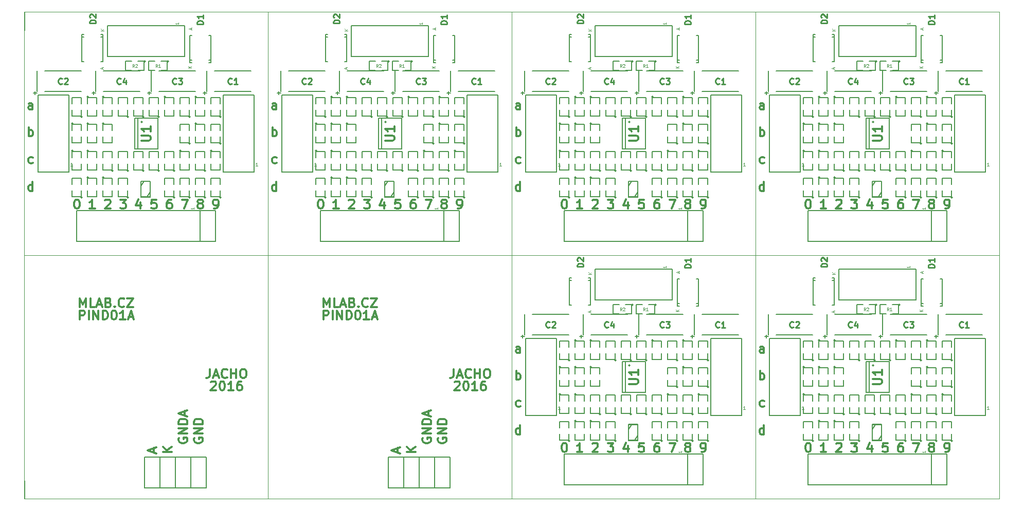
<source format=gbr>
G75*
G71*
%MOMM*%
%OFA0B0*%
%FSLAX53Y53*%
%IPPOS*%
%LPD*%
%ADD10C,0.09906*%
%ADD11C,0.30000*%
%ADD14C,0.50000*%
%ADD15C,0.30480*%
%ADD18C,0.10922*%
%ADD21C,0.10000*%
%ADD22C,0.05000*%
%ADD25C,0.15000*%
%ADD29C,0.17500*%
%ADD32C,0.25000*%
%ADD40C,0.01000*%
X0000000Y0000000D02*
G01*
D14*
D11*
X0027952Y0010033D02*
X0027881Y0009890D01*
X0027881Y0009676D01*
X0027952Y0009461D01*
X0028095Y0009319D01*
X0028238Y0009247D01*
X0028523Y0009176D01*
X0028738Y0009176D01*
X0029023Y0009247D01*
X0029166Y0009319D01*
X0029309Y0009461D01*
X0029381Y0009676D01*
X0029381Y0009819D01*
X0029309Y0010033D01*
X0029238Y0010104D01*
X0028738Y0010104D01*
X0028738Y0009819D01*
X0029381Y0010747D02*
X0027881Y0010747D01*
X0029381Y0011604D01*
X0027881Y0011604D01*
X0029381Y0012319D02*
X0027881Y0012319D01*
X0027881Y0012676D01*
X0027952Y0012890D01*
X0028095Y0013033D01*
X0028238Y0013104D01*
X0028523Y0013176D01*
X0028738Y0013176D01*
X0029023Y0013104D01*
X0029166Y0013033D01*
X0029309Y0012890D01*
X0029381Y0012676D01*
X0029381Y0012319D01*
X0025412Y0010033D02*
X0025341Y0009890D01*
X0025341Y0009676D01*
X0025412Y0009461D01*
X0025555Y0009319D01*
X0025698Y0009247D01*
X0025983Y0009176D01*
X0026198Y0009176D01*
X0026483Y0009247D01*
X0026626Y0009319D01*
X0026769Y0009461D01*
X0026841Y0009676D01*
X0026841Y0009819D01*
X0026769Y0010033D01*
X0026698Y0010104D01*
X0026198Y0010104D01*
X0026198Y0009819D01*
X0026841Y0010747D02*
X0025341Y0010747D01*
X0026841Y0011604D01*
X0025341Y0011604D01*
X0026841Y0012319D02*
X0025341Y0012319D01*
X0025341Y0012676D01*
X0025412Y0012890D01*
X0025555Y0013033D01*
X0025698Y0013104D01*
X0025983Y0013176D01*
X0026198Y0013176D01*
X0026483Y0013104D01*
X0026626Y0013033D01*
X0026769Y0012890D01*
X0026841Y0012676D01*
X0026841Y0012319D01*
X0026412Y0013747D02*
X0026412Y0014461D01*
X0026841Y0013604D02*
X0025341Y0014104D01*
X0026841Y0014604D01*
X0024301Y0007723D02*
X0022801Y0007723D01*
X0024301Y0008580D02*
X0023443Y0007937D01*
X0022801Y0008580D02*
X0023658Y0007723D01*
X0021332Y0007652D02*
X0021332Y0008366D01*
X0021761Y0007509D02*
X0020261Y0008009D01*
X0021761Y0008509D01*
X0030703Y0019221D02*
X0030774Y0019292D01*
X0030917Y0019363D01*
X0031274Y0019363D01*
X0031417Y0019292D01*
X0031488Y0019221D01*
X0031560Y0019078D01*
X0031560Y0018935D01*
X0031488Y0018721D01*
X0030631Y0017863D01*
X0031560Y0017863D01*
X0032488Y0019363D02*
X0032631Y0019363D01*
X0032774Y0019292D01*
X0032845Y0019221D01*
X0032917Y0019078D01*
X0032988Y0018792D01*
X0032988Y0018435D01*
X0032917Y0018149D01*
X0032845Y0018006D01*
X0032774Y0017935D01*
X0032631Y0017863D01*
X0032488Y0017863D01*
X0032345Y0017935D01*
X0032274Y0018006D01*
X0032203Y0018149D01*
X0032131Y0018435D01*
X0032131Y0018792D01*
X0032203Y0019078D01*
X0032274Y0019221D01*
X0032345Y0019292D01*
X0032488Y0019363D01*
X0034417Y0017863D02*
X0033560Y0017863D01*
X0033988Y0017863D02*
X0033988Y0019363D01*
X0033845Y0019149D01*
X0033703Y0019006D01*
X0033560Y0018935D01*
X0035703Y0019363D02*
X0035417Y0019363D01*
X0035274Y0019292D01*
X0035203Y0019221D01*
X0035060Y0019006D01*
X0034988Y0018721D01*
X0034988Y0018149D01*
X0035060Y0018006D01*
X0035131Y0017935D01*
X0035274Y0017863D01*
X0035560Y0017863D01*
X0035703Y0017935D01*
X0035774Y0018006D01*
X0035845Y0018149D01*
X0035845Y0018506D01*
X0035774Y0018649D01*
X0035703Y0018721D01*
X0035560Y0018792D01*
X0035274Y0018792D01*
X0035131Y0018721D01*
X0035060Y0018649D01*
X0034988Y0018506D01*
X0030524Y0021395D02*
X0030524Y0020324D01*
X0030453Y0020110D01*
X0030310Y0019967D01*
X0030095Y0019895D01*
X0029953Y0019895D01*
X0031167Y0020324D02*
X0031881Y0020324D01*
X0031024Y0019895D02*
X0031524Y0021395D01*
X0032024Y0019895D01*
X0033381Y0020038D02*
X0033310Y0019967D01*
X0033095Y0019895D01*
X0032953Y0019895D01*
X0032738Y0019967D01*
X0032595Y0020110D01*
X0032524Y0020253D01*
X0032453Y0020538D01*
X0032453Y0020753D01*
X0032524Y0021038D01*
X0032595Y0021181D01*
X0032738Y0021324D01*
X0032953Y0021395D01*
X0033095Y0021395D01*
X0033310Y0021324D01*
X0033381Y0021253D01*
X0034024Y0019895D02*
X0034024Y0021395D01*
X0034024Y0020681D02*
X0034881Y0020681D01*
X0034881Y0019895D02*
X0034881Y0021395D01*
X0035881Y0021395D02*
X0036167Y0021395D01*
X0036310Y0021324D01*
X0036453Y0021181D01*
X0036524Y0020895D01*
X0036524Y0020395D01*
X0036453Y0020110D01*
X0036310Y0019967D01*
X0036167Y0019895D01*
X0035881Y0019895D01*
X0035738Y0019967D01*
X0035595Y0020110D01*
X0035524Y0020395D01*
X0035524Y0020895D01*
X0035595Y0021181D01*
X0035738Y0021324D01*
X0035881Y0021395D01*
X0009105Y0029547D02*
X0009105Y0031047D01*
X0009676Y0031047D01*
X0009819Y0030976D01*
X0009891Y0030905D01*
X0009962Y0030762D01*
X0009962Y0030547D01*
X0009891Y0030405D01*
X0009819Y0030333D01*
X0009676Y0030262D01*
X0009105Y0030262D01*
X0010605Y0029547D02*
X0010605Y0031047D01*
X0011319Y0029547D02*
X0011319Y0031047D01*
X0012176Y0029547D01*
X0012176Y0031047D01*
X0012891Y0029547D02*
X0012891Y0031047D01*
X0013248Y0031047D01*
X0013462Y0030976D01*
X0013605Y0030833D01*
X0013676Y0030690D01*
X0013748Y0030405D01*
X0013748Y0030190D01*
X0013676Y0029905D01*
X0013605Y0029762D01*
X0013462Y0029619D01*
X0013248Y0029547D01*
X0012891Y0029547D01*
X0014676Y0031047D02*
X0014819Y0031047D01*
X0014962Y0030976D01*
X0015033Y0030905D01*
X0015105Y0030762D01*
X0015176Y0030476D01*
X0015176Y0030119D01*
X0015105Y0029833D01*
X0015033Y0029690D01*
X0014962Y0029619D01*
X0014819Y0029547D01*
X0014676Y0029547D01*
X0014533Y0029619D01*
X0014462Y0029690D01*
X0014391Y0029833D01*
X0014319Y0030119D01*
X0014319Y0030476D01*
X0014391Y0030762D01*
X0014462Y0030905D01*
X0014533Y0030976D01*
X0014676Y0031047D01*
X0016605Y0029547D02*
X0015748Y0029547D01*
X0016176Y0029547D02*
X0016176Y0031047D01*
X0016033Y0030833D01*
X0015891Y0030690D01*
X0015748Y0030619D01*
X0017176Y0029976D02*
X0017891Y0029976D01*
X0017033Y0029547D02*
X0017533Y0031047D01*
X0018033Y0029547D01*
X0009141Y0031579D02*
X0009141Y0033079D01*
X0009641Y0032008D01*
X0010141Y0033079D01*
X0010141Y0031579D01*
X0011569Y0031579D02*
X0010855Y0031579D01*
X0010855Y0033079D01*
X0011998Y0032008D02*
X0012712Y0032008D01*
X0011855Y0031579D02*
X0012355Y0033079D01*
X0012855Y0031579D01*
X0013855Y0032365D02*
X0014069Y0032294D01*
X0014141Y0032222D01*
X0014212Y0032079D01*
X0014212Y0031865D01*
X0014141Y0031722D01*
X0014069Y0031651D01*
X0013926Y0031579D01*
X0013355Y0031579D01*
X0013355Y0033079D01*
X0013855Y0033079D01*
X0013998Y0033008D01*
X0014069Y0032937D01*
X0014141Y0032794D01*
X0014141Y0032651D01*
X0014069Y0032508D01*
X0013998Y0032437D01*
X0013855Y0032365D01*
X0013355Y0032365D01*
X0014855Y0031722D02*
X0014926Y0031651D01*
X0014855Y0031579D01*
X0014783Y0031651D01*
X0014855Y0031722D01*
X0014855Y0031579D01*
X0016426Y0031722D02*
X0016355Y0031651D01*
X0016141Y0031579D01*
X0015998Y0031579D01*
X0015783Y0031651D01*
X0015641Y0031794D01*
X0015569Y0031937D01*
X0015498Y0032222D01*
X0015498Y0032437D01*
X0015569Y0032722D01*
X0015641Y0032865D01*
X0015783Y0033008D01*
X0015998Y0033079D01*
X0016141Y0033079D01*
X0016355Y0033008D01*
X0016426Y0032937D01*
X0016926Y0033079D02*
X0017926Y0033079D01*
X0016926Y0031579D01*
X0017926Y0031579D01*
D25*
X0019812Y0001778D02*
X0019812Y0006858D01*
X0019812Y0006858D02*
X0022352Y0006858D01*
X0022352Y0006858D02*
X0022352Y0001778D01*
X0022352Y0001778D02*
X0019812Y0001778D01*
X0022352Y0001778D02*
X0022352Y0006858D01*
X0022352Y0006858D02*
X0024892Y0006858D01*
X0024892Y0006858D02*
X0024892Y0001778D01*
X0024892Y0001778D02*
X0022352Y0001778D01*
X0024892Y0001778D02*
X0024892Y0006858D01*
X0024892Y0006858D02*
X0027432Y0006858D01*
X0027432Y0006858D02*
X0027432Y0001778D01*
X0027432Y0001778D02*
X0024892Y0001778D01*
X0027432Y0001778D02*
X0027432Y0006858D01*
X0027432Y0006858D02*
X0029972Y0006858D01*
X0029972Y0006858D02*
X0029972Y0001778D01*
X0029972Y0001778D02*
X0027432Y0001778D01*
D40*
X0000000Y0000000D02*
G01*
D40*
D40*
X0000000Y0000000D02*
X0000000Y0040132D01*
X0040132Y0000000D02*
X0000000Y0000000D01*
X0040132Y0040132D02*
X0040132Y0000000D01*
X0000000Y0040132D02*
X0040132Y0040132D01*
X0040130Y0000000D02*
G01*
D14*
D11*
X0068082Y0010033D02*
X0068011Y0009890D01*
X0068011Y0009676D01*
X0068082Y0009461D01*
X0068225Y0009319D01*
X0068368Y0009247D01*
X0068653Y0009176D01*
X0068868Y0009176D01*
X0069153Y0009247D01*
X0069296Y0009319D01*
X0069439Y0009461D01*
X0069511Y0009676D01*
X0069511Y0009819D01*
X0069439Y0010033D01*
X0069368Y0010104D01*
X0068868Y0010104D01*
X0068868Y0009819D01*
X0069511Y0010747D02*
X0068011Y0010747D01*
X0069511Y0011604D01*
X0068011Y0011604D01*
X0069511Y0012319D02*
X0068011Y0012319D01*
X0068011Y0012676D01*
X0068082Y0012890D01*
X0068225Y0013033D01*
X0068368Y0013104D01*
X0068653Y0013176D01*
X0068868Y0013176D01*
X0069153Y0013104D01*
X0069296Y0013033D01*
X0069439Y0012890D01*
X0069511Y0012676D01*
X0069511Y0012319D01*
X0065542Y0010033D02*
X0065471Y0009890D01*
X0065471Y0009676D01*
X0065542Y0009461D01*
X0065685Y0009319D01*
X0065828Y0009247D01*
X0066113Y0009176D01*
X0066328Y0009176D01*
X0066613Y0009247D01*
X0066756Y0009319D01*
X0066899Y0009461D01*
X0066971Y0009676D01*
X0066971Y0009819D01*
X0066899Y0010033D01*
X0066828Y0010104D01*
X0066328Y0010104D01*
X0066328Y0009819D01*
X0066971Y0010747D02*
X0065471Y0010747D01*
X0066971Y0011604D01*
X0065471Y0011604D01*
X0066971Y0012319D02*
X0065471Y0012319D01*
X0065471Y0012676D01*
X0065542Y0012890D01*
X0065685Y0013033D01*
X0065828Y0013104D01*
X0066113Y0013176D01*
X0066328Y0013176D01*
X0066613Y0013104D01*
X0066756Y0013033D01*
X0066899Y0012890D01*
X0066971Y0012676D01*
X0066971Y0012319D01*
X0066542Y0013747D02*
X0066542Y0014461D01*
X0066971Y0013604D02*
X0065471Y0014104D01*
X0066971Y0014604D01*
X0064431Y0007723D02*
X0062931Y0007723D01*
X0064431Y0008580D02*
X0063573Y0007937D01*
X0062931Y0008580D02*
X0063788Y0007723D01*
X0061462Y0007652D02*
X0061462Y0008366D01*
X0061891Y0007509D02*
X0060391Y0008009D01*
X0061891Y0008509D01*
X0070833Y0019221D02*
X0070904Y0019292D01*
X0071047Y0019363D01*
X0071404Y0019363D01*
X0071547Y0019292D01*
X0071618Y0019221D01*
X0071690Y0019078D01*
X0071690Y0018935D01*
X0071618Y0018721D01*
X0070761Y0017863D01*
X0071690Y0017863D01*
X0072618Y0019363D02*
X0072761Y0019363D01*
X0072904Y0019292D01*
X0072975Y0019221D01*
X0073047Y0019078D01*
X0073118Y0018792D01*
X0073118Y0018435D01*
X0073047Y0018149D01*
X0072975Y0018006D01*
X0072904Y0017935D01*
X0072761Y0017863D01*
X0072618Y0017863D01*
X0072475Y0017935D01*
X0072404Y0018006D01*
X0072333Y0018149D01*
X0072261Y0018435D01*
X0072261Y0018792D01*
X0072333Y0019078D01*
X0072404Y0019221D01*
X0072475Y0019292D01*
X0072618Y0019363D01*
X0074547Y0017863D02*
X0073690Y0017863D01*
X0074118Y0017863D02*
X0074118Y0019363D01*
X0073975Y0019149D01*
X0073833Y0019006D01*
X0073690Y0018935D01*
X0075833Y0019363D02*
X0075547Y0019363D01*
X0075404Y0019292D01*
X0075333Y0019221D01*
X0075190Y0019006D01*
X0075118Y0018721D01*
X0075118Y0018149D01*
X0075190Y0018006D01*
X0075261Y0017935D01*
X0075404Y0017863D01*
X0075690Y0017863D01*
X0075833Y0017935D01*
X0075904Y0018006D01*
X0075975Y0018149D01*
X0075975Y0018506D01*
X0075904Y0018649D01*
X0075833Y0018721D01*
X0075690Y0018792D01*
X0075404Y0018792D01*
X0075261Y0018721D01*
X0075190Y0018649D01*
X0075118Y0018506D01*
X0070654Y0021395D02*
X0070654Y0020324D01*
X0070583Y0020110D01*
X0070440Y0019967D01*
X0070225Y0019895D01*
X0070083Y0019895D01*
X0071297Y0020324D02*
X0072011Y0020324D01*
X0071154Y0019895D02*
X0071654Y0021395D01*
X0072154Y0019895D01*
X0073511Y0020038D02*
X0073440Y0019967D01*
X0073225Y0019895D01*
X0073083Y0019895D01*
X0072868Y0019967D01*
X0072725Y0020110D01*
X0072654Y0020253D01*
X0072583Y0020538D01*
X0072583Y0020753D01*
X0072654Y0021038D01*
X0072725Y0021181D01*
X0072868Y0021324D01*
X0073083Y0021395D01*
X0073225Y0021395D01*
X0073440Y0021324D01*
X0073511Y0021253D01*
X0074154Y0019895D02*
X0074154Y0021395D01*
X0074154Y0020681D02*
X0075011Y0020681D01*
X0075011Y0019895D02*
X0075011Y0021395D01*
X0076011Y0021395D02*
X0076297Y0021395D01*
X0076440Y0021324D01*
X0076583Y0021181D01*
X0076654Y0020895D01*
X0076654Y0020395D01*
X0076583Y0020110D01*
X0076440Y0019967D01*
X0076297Y0019895D01*
X0076011Y0019895D01*
X0075868Y0019967D01*
X0075725Y0020110D01*
X0075654Y0020395D01*
X0075654Y0020895D01*
X0075725Y0021181D01*
X0075868Y0021324D01*
X0076011Y0021395D01*
X0049235Y0029547D02*
X0049235Y0031047D01*
X0049806Y0031047D01*
X0049949Y0030976D01*
X0050021Y0030905D01*
X0050092Y0030762D01*
X0050092Y0030547D01*
X0050021Y0030405D01*
X0049949Y0030333D01*
X0049806Y0030262D01*
X0049235Y0030262D01*
X0050735Y0029547D02*
X0050735Y0031047D01*
X0051449Y0029547D02*
X0051449Y0031047D01*
X0052306Y0029547D01*
X0052306Y0031047D01*
X0053021Y0029547D02*
X0053021Y0031047D01*
X0053378Y0031047D01*
X0053592Y0030976D01*
X0053735Y0030833D01*
X0053806Y0030690D01*
X0053878Y0030405D01*
X0053878Y0030190D01*
X0053806Y0029905D01*
X0053735Y0029762D01*
X0053592Y0029619D01*
X0053378Y0029547D01*
X0053021Y0029547D01*
X0054806Y0031047D02*
X0054949Y0031047D01*
X0055092Y0030976D01*
X0055163Y0030905D01*
X0055235Y0030762D01*
X0055306Y0030476D01*
X0055306Y0030119D01*
X0055235Y0029833D01*
X0055163Y0029690D01*
X0055092Y0029619D01*
X0054949Y0029547D01*
X0054806Y0029547D01*
X0054663Y0029619D01*
X0054592Y0029690D01*
X0054521Y0029833D01*
X0054449Y0030119D01*
X0054449Y0030476D01*
X0054521Y0030762D01*
X0054592Y0030905D01*
X0054663Y0030976D01*
X0054806Y0031047D01*
X0056735Y0029547D02*
X0055878Y0029547D01*
X0056306Y0029547D02*
X0056306Y0031047D01*
X0056163Y0030833D01*
X0056021Y0030690D01*
X0055878Y0030619D01*
X0057306Y0029976D02*
X0058021Y0029976D01*
X0057163Y0029547D02*
X0057663Y0031047D01*
X0058163Y0029547D01*
X0049271Y0031579D02*
X0049271Y0033079D01*
X0049771Y0032008D01*
X0050271Y0033079D01*
X0050271Y0031579D01*
X0051699Y0031579D02*
X0050985Y0031579D01*
X0050985Y0033079D01*
X0052128Y0032008D02*
X0052842Y0032008D01*
X0051985Y0031579D02*
X0052485Y0033079D01*
X0052985Y0031579D01*
X0053985Y0032365D02*
X0054199Y0032294D01*
X0054271Y0032222D01*
X0054342Y0032079D01*
X0054342Y0031865D01*
X0054271Y0031722D01*
X0054199Y0031651D01*
X0054056Y0031579D01*
X0053485Y0031579D01*
X0053485Y0033079D01*
X0053985Y0033079D01*
X0054128Y0033008D01*
X0054199Y0032937D01*
X0054271Y0032794D01*
X0054271Y0032651D01*
X0054199Y0032508D01*
X0054128Y0032437D01*
X0053985Y0032365D01*
X0053485Y0032365D01*
X0054985Y0031722D02*
X0055056Y0031651D01*
X0054985Y0031579D01*
X0054913Y0031651D01*
X0054985Y0031722D01*
X0054985Y0031579D01*
X0056556Y0031722D02*
X0056485Y0031651D01*
X0056271Y0031579D01*
X0056128Y0031579D01*
X0055913Y0031651D01*
X0055771Y0031794D01*
X0055699Y0031937D01*
X0055628Y0032222D01*
X0055628Y0032437D01*
X0055699Y0032722D01*
X0055771Y0032865D01*
X0055913Y0033008D01*
X0056128Y0033079D01*
X0056271Y0033079D01*
X0056485Y0033008D01*
X0056556Y0032937D01*
X0057056Y0033079D02*
X0058056Y0033079D01*
X0057056Y0031579D01*
X0058056Y0031579D01*
D25*
X0059942Y0001778D02*
X0059942Y0006858D01*
X0059942Y0006858D02*
X0062482Y0006858D01*
X0062482Y0006858D02*
X0062482Y0001778D01*
X0062482Y0001778D02*
X0059942Y0001778D01*
X0062482Y0001778D02*
X0062482Y0006858D01*
X0062482Y0006858D02*
X0065022Y0006858D01*
X0065022Y0006858D02*
X0065022Y0001778D01*
X0065022Y0001778D02*
X0062482Y0001778D01*
X0065022Y0001778D02*
X0065022Y0006858D01*
X0065022Y0006858D02*
X0067562Y0006858D01*
X0067562Y0006858D02*
X0067562Y0001778D01*
X0067562Y0001778D02*
X0065022Y0001778D01*
X0067562Y0001778D02*
X0067562Y0006858D01*
X0067562Y0006858D02*
X0070102Y0006858D01*
X0070102Y0006858D02*
X0070102Y0001778D01*
X0070102Y0001778D02*
X0067562Y0001778D01*
D40*
X0040130Y0000000D02*
G01*
D40*
D40*
X0040130Y0000000D02*
X0040130Y0040132D01*
X0080262Y0000000D02*
X0040130Y0000000D01*
X0080262Y0040132D02*
X0080262Y0000000D01*
X0040130Y0040132D02*
X0080262Y0040132D01*
X0080260Y0000000D02*
G01*
D21*
D11*
X0081597Y0010624D02*
X0081597Y0012124D01*
X0081597Y0010696D02*
X0081455Y0010624D01*
X0081169Y0010624D01*
X0081026Y0010696D01*
X0080955Y0010767D01*
X0080883Y0010910D01*
X0080883Y0011339D01*
X0080955Y0011482D01*
X0081026Y0011553D01*
X0081169Y0011624D01*
X0081455Y0011624D01*
X0081597Y0011553D01*
X0081633Y0015268D02*
X0081490Y0015196D01*
X0081205Y0015196D01*
X0081062Y0015268D01*
X0080990Y0015339D01*
X0080919Y0015482D01*
X0080919Y0015911D01*
X0080990Y0016054D01*
X0081062Y0016125D01*
X0081205Y0016196D01*
X0081490Y0016196D01*
X0081633Y0016125D01*
X0080955Y0019641D02*
X0080955Y0021141D01*
X0080955Y0020570D02*
X0081097Y0020641D01*
X0081383Y0020641D01*
X0081526Y0020570D01*
X0081597Y0020499D01*
X0081669Y0020356D01*
X0081669Y0019927D01*
X0081597Y0019784D01*
X0081526Y0019713D01*
X0081383Y0019641D01*
X0081097Y0019641D01*
X0080955Y0019713D01*
X0081597Y0024086D02*
X0081597Y0024872D01*
X0081526Y0025015D01*
X0081383Y0025086D01*
X0081097Y0025086D01*
X0080955Y0025015D01*
X0081597Y0024158D02*
X0081455Y0024086D01*
X0081097Y0024086D01*
X0080955Y0024158D01*
X0080883Y0024301D01*
X0080883Y0024444D01*
X0080955Y0024586D01*
X0081097Y0024658D01*
X0081455Y0024658D01*
X0081597Y0024729D01*
X0111470Y0007703D02*
X0111756Y0007703D01*
X0111899Y0007775D01*
X0111970Y0007846D01*
X0112113Y0008061D01*
X0112185Y0008346D01*
X0112185Y0008918D01*
X0112113Y0009061D01*
X0112042Y0009132D01*
X0111899Y0009203D01*
X0111613Y0009203D01*
X0111470Y0009132D01*
X0111399Y0009061D01*
X0111327Y0008918D01*
X0111327Y0008561D01*
X0111399Y0008418D01*
X0111470Y0008346D01*
X0111613Y0008275D01*
X0111899Y0008275D01*
X0112042Y0008346D01*
X0112113Y0008418D01*
X0112185Y0008561D01*
X0109073Y0008561D02*
X0108930Y0008632D01*
X0108859Y0008703D01*
X0108787Y0008846D01*
X0108787Y0008918D01*
X0108859Y0009061D01*
X0108930Y0009132D01*
X0109073Y0009203D01*
X0109359Y0009203D01*
X0109502Y0009132D01*
X0109573Y0009061D01*
X0109645Y0008918D01*
X0109645Y0008846D01*
X0109573Y0008703D01*
X0109502Y0008632D01*
X0109359Y0008561D01*
X0109073Y0008561D01*
X0108930Y0008489D01*
X0108859Y0008418D01*
X0108787Y0008275D01*
X0108787Y0007989D01*
X0108859Y0007846D01*
X0108930Y0007775D01*
X0109073Y0007703D01*
X0109359Y0007703D01*
X0109502Y0007775D01*
X0109573Y0007846D01*
X0109645Y0007989D01*
X0109645Y0008275D01*
X0109573Y0008418D01*
X0109502Y0008489D01*
X0109359Y0008561D01*
X0106176Y0009203D02*
X0107176Y0009203D01*
X0106533Y0007703D01*
X0104422Y0009203D02*
X0104136Y0009203D01*
X0103993Y0009132D01*
X0103922Y0009061D01*
X0103779Y0008846D01*
X0103707Y0008561D01*
X0103707Y0007989D01*
X0103779Y0007846D01*
X0103850Y0007775D01*
X0103993Y0007703D01*
X0104279Y0007703D01*
X0104422Y0007775D01*
X0104493Y0007846D01*
X0104565Y0007989D01*
X0104565Y0008346D01*
X0104493Y0008489D01*
X0104422Y0008561D01*
X0104279Y0008632D01*
X0103993Y0008632D01*
X0103850Y0008561D01*
X0103779Y0008489D01*
X0103707Y0008346D01*
X0101953Y0009203D02*
X0101239Y0009203D01*
X0101167Y0008489D01*
X0101239Y0008561D01*
X0101382Y0008632D01*
X0101739Y0008632D01*
X0101882Y0008561D01*
X0101953Y0008489D01*
X0102025Y0008346D01*
X0102025Y0007989D01*
X0101953Y0007846D01*
X0101882Y0007775D01*
X0101739Y0007703D01*
X0101382Y0007703D01*
X0101239Y0007775D01*
X0101167Y0007846D01*
X0099342Y0008703D02*
X0099342Y0007703D01*
X0098985Y0009275D02*
X0098627Y0008203D01*
X0099556Y0008203D01*
X0096016Y0009203D02*
X0096945Y0009203D01*
X0096445Y0008632D01*
X0096659Y0008632D01*
X0096802Y0008561D01*
X0096873Y0008489D01*
X0096945Y0008346D01*
X0096945Y0007989D01*
X0096873Y0007846D01*
X0096802Y0007775D01*
X0096659Y0007703D01*
X0096230Y0007703D01*
X0096087Y0007775D01*
X0096016Y0007846D01*
X0093547Y0009061D02*
X0093619Y0009132D01*
X0093762Y0009203D01*
X0094119Y0009203D01*
X0094262Y0009132D01*
X0094333Y0009061D01*
X0094405Y0008918D01*
X0094405Y0008775D01*
X0094333Y0008561D01*
X0093476Y0007703D01*
X0094405Y0007703D01*
X0091865Y0007703D02*
X0091007Y0007703D01*
X0091436Y0007703D02*
X0091436Y0009203D01*
X0091293Y0008989D01*
X0091150Y0008846D01*
X0091007Y0008775D01*
X0088825Y0009203D02*
X0088967Y0009203D01*
X0089110Y0009132D01*
X0089182Y0009061D01*
X0089253Y0008918D01*
X0089325Y0008632D01*
X0089325Y0008275D01*
X0089253Y0007989D01*
X0089182Y0007846D01*
X0089110Y0007775D01*
X0088967Y0007703D01*
X0088825Y0007703D01*
X0088682Y0007775D01*
X0088610Y0007846D01*
X0088539Y0007989D01*
X0088467Y0008275D01*
X0088467Y0008632D01*
X0088539Y0008918D01*
X0088610Y0009061D01*
X0088682Y0009132D01*
X0088825Y0009203D01*
D25*
X0118106Y0013716D02*
X0113026Y0013716D01*
X0113026Y0013716D02*
X0113026Y0026416D01*
X0113026Y0026416D02*
X0118106Y0026416D01*
X0118106Y0026416D02*
X0118106Y0013716D01*
X0112645Y0018415D02*
G75*
G03*
X0112645Y0018415I-000127J0000000D01*
G01*
X0112518Y0019558D02*
X0112518Y0018542D01*
X0112518Y0018542D02*
X0110994Y0018542D01*
X0110994Y0018542D02*
X0110994Y0019558D01*
X0110994Y0020574D02*
X0110994Y0021590D01*
X0110994Y0021590D02*
X0112518Y0021590D01*
X0112518Y0021590D02*
X0112518Y0020574D01*
X0099691Y0021971D02*
G75*
G03*
X0099691Y0021971I-000127J0000000D01*
G01*
X0098929Y0022606D02*
X0098929Y0017526D01*
X0102231Y0022606D02*
X0102231Y0017526D01*
X0098421Y0022606D02*
X0098421Y0017526D01*
X0098421Y0022606D02*
X0102231Y0022606D01*
X0098421Y0017526D02*
X0102231Y0017526D01*
X0090801Y0017272D02*
G75*
G03*
X0090801Y0017272I-000127J0000000D01*
G01*
X0090674Y0016129D02*
X0090674Y0017145D01*
X0090674Y0017145D02*
X0092198Y0017145D01*
X0092198Y0017145D02*
X0092198Y0016129D01*
X0092198Y0015113D02*
X0092198Y0014097D01*
X0092198Y0014097D02*
X0090674Y0014097D01*
X0090674Y0014097D02*
X0090674Y0015113D01*
X0093341Y0026162D02*
G75*
G03*
X0093341Y0026162I-000127J0000000D01*
G01*
X0093214Y0025019D02*
X0093214Y0026035D01*
X0093214Y0026035D02*
X0094738Y0026035D01*
X0094738Y0026035D02*
X0094738Y0025019D01*
X0094738Y0024003D02*
X0094738Y0022987D01*
X0094738Y0022987D02*
X0093214Y0022987D01*
X0093214Y0022987D02*
X0093214Y0024003D01*
X0089785Y0022860D02*
G75*
G03*
X0089785Y0022860I-000127J0000000D01*
G01*
X0089658Y0024003D02*
X0089658Y0022987D01*
X0089658Y0022987D02*
X0088134Y0022987D01*
X0088134Y0022987D02*
X0088134Y0024003D01*
X0088134Y0025019D02*
X0088134Y0026035D01*
X0088134Y0026035D02*
X0089658Y0026035D01*
X0089658Y0026035D02*
X0089658Y0025019D01*
X0088261Y0021717D02*
G75*
G03*
X0088261Y0021717I-000127J0000000D01*
G01*
X0088134Y0020574D02*
X0088134Y0021590D01*
X0088134Y0021590D02*
X0089658Y0021590D01*
X0089658Y0021590D02*
X0089658Y0020574D01*
X0089658Y0019558D02*
X0089658Y0018542D01*
X0089658Y0018542D02*
X0088134Y0018542D01*
X0088134Y0018542D02*
X0088134Y0019558D01*
X0099945Y0022860D02*
G75*
G03*
X0099945Y0022860I-000127J0000000D01*
G01*
X0099818Y0024003D02*
X0099818Y0022987D01*
X0099818Y0022987D02*
X0098294Y0022987D01*
X0098294Y0022987D02*
X0098294Y0024003D01*
X0098294Y0025019D02*
X0098294Y0026035D01*
X0098294Y0026035D02*
X0099818Y0026035D01*
X0099818Y0026035D02*
X0099818Y0025019D01*
X0102485Y0022860D02*
G75*
G03*
X0102485Y0022860I-000127J0000000D01*
G01*
X0102358Y0024003D02*
X0102358Y0022987D01*
X0102358Y0022987D02*
X0100834Y0022987D01*
X0100834Y0022987D02*
X0100834Y0024003D01*
X0100834Y0025019D02*
X0100834Y0026035D01*
X0100834Y0026035D02*
X0102358Y0026035D01*
X0102358Y0026035D02*
X0102358Y0025019D01*
X0097405Y0013970D02*
G75*
G03*
X0097405Y0013970I-000127J0000000D01*
G01*
X0097278Y0015113D02*
X0097278Y0014097D01*
X0097278Y0014097D02*
X0095754Y0014097D01*
X0095754Y0014097D02*
X0095754Y0015113D01*
X0095754Y0016129D02*
X0095754Y0017145D01*
X0095754Y0017145D02*
X0097278Y0017145D01*
X0097278Y0017145D02*
X0097278Y0016129D01*
X0099945Y0013970D02*
G75*
G03*
X0099945Y0013970I-000127J0000000D01*
G01*
X0099818Y0015113D02*
X0099818Y0014097D01*
X0099818Y0014097D02*
X0098294Y0014097D01*
X0098294Y0014097D02*
X0098294Y0015113D01*
X0098294Y0016129D02*
X0098294Y0017145D01*
X0098294Y0017145D02*
X0099818Y0017145D01*
X0099818Y0017145D02*
X0099818Y0016129D01*
X0102485Y0013970D02*
G75*
G03*
X0102485Y0013970I-000127J0000000D01*
G01*
X0102358Y0015113D02*
X0102358Y0014097D01*
X0102358Y0014097D02*
X0100834Y0014097D01*
X0100834Y0014097D02*
X0100834Y0015113D01*
X0100834Y0016129D02*
X0100834Y0017145D01*
X0100834Y0017145D02*
X0102358Y0017145D01*
X0102358Y0017145D02*
X0102358Y0016129D01*
X0103501Y0026162D02*
G75*
G03*
X0103501Y0026162I-000127J0000000D01*
G01*
X0103374Y0025019D02*
X0103374Y0026035D01*
X0103374Y0026035D02*
X0104898Y0026035D01*
X0104898Y0026035D02*
X0104898Y0025019D01*
X0104898Y0024003D02*
X0104898Y0022987D01*
X0104898Y0022987D02*
X0103374Y0022987D01*
X0103374Y0022987D02*
X0103374Y0024003D01*
X0106041Y0017272D02*
G75*
G03*
X0106041Y0017272I-000127J0000000D01*
G01*
X0105914Y0016129D02*
X0105914Y0017145D01*
X0105914Y0017145D02*
X0107438Y0017145D01*
X0107438Y0017145D02*
X0107438Y0016129D01*
X0107438Y0015113D02*
X0107438Y0014097D01*
X0107438Y0014097D02*
X0105914Y0014097D01*
X0105914Y0014097D02*
X0105914Y0015113D01*
X0112645Y0022860D02*
G75*
G03*
X0112645Y0022860I-000127J0000000D01*
G01*
X0112518Y0024003D02*
X0112518Y0022987D01*
X0112518Y0022987D02*
X0110994Y0022987D01*
X0110994Y0022987D02*
X0110994Y0024003D01*
X0110994Y0025019D02*
X0110994Y0026035D01*
X0110994Y0026035D02*
X0112518Y0026035D01*
X0112518Y0026035D02*
X0112518Y0025019D01*
X0107565Y0018415D02*
G75*
G03*
X0107565Y0018415I-000127J0000000D01*
G01*
X0107438Y0019558D02*
X0107438Y0018542D01*
X0107438Y0018542D02*
X0105914Y0018542D01*
X0105914Y0018542D02*
X0105914Y0019558D01*
X0105914Y0020574D02*
X0105914Y0021590D01*
X0105914Y0021590D02*
X0107438Y0021590D01*
X0107438Y0021590D02*
X0107438Y0020574D01*
X0111756Y0007366D02*
X0111756Y0002286D01*
X0111756Y0002286D02*
X0109216Y0002286D01*
X0109216Y0002286D02*
X0109216Y0007366D01*
X0109216Y0007366D02*
X0111756Y0007366D01*
X0106676Y0037846D02*
X0106676Y0032766D01*
X0106676Y0032766D02*
X0093976Y0032766D01*
X0093976Y0032766D02*
X0093976Y0037846D01*
X0093976Y0037846D02*
X0106676Y0037846D01*
X0087626Y0013716D02*
X0082546Y0013716D01*
X0082546Y0013716D02*
X0082546Y0026416D01*
X0082546Y0026416D02*
X0087626Y0026416D01*
X0087626Y0026416D02*
X0087626Y0013716D01*
X0094865Y0013970D02*
G75*
G03*
X0094865Y0013970I-000127J0000000D01*
G01*
X0094738Y0015113D02*
X0094738Y0014097D01*
X0094738Y0014097D02*
X0093214Y0014097D01*
X0093214Y0014097D02*
X0093214Y0015113D01*
X0093214Y0016129D02*
X0093214Y0017145D01*
X0093214Y0017145D02*
X0094738Y0017145D01*
X0094738Y0017145D02*
X0094738Y0016129D01*
X0093341Y0021717D02*
G75*
G03*
X0093341Y0021717I-000127J0000000D01*
G01*
X0093214Y0020574D02*
X0093214Y0021590D01*
X0093214Y0021590D02*
X0094738Y0021590D01*
X0094738Y0021590D02*
X0094738Y0020574D01*
X0094738Y0019558D02*
X0094738Y0018542D01*
X0094738Y0018542D02*
X0093214Y0018542D01*
X0093214Y0018542D02*
X0093214Y0019558D01*
X0089785Y0009525D02*
G75*
G03*
X0089785Y0009525I-000127J0000000D01*
G01*
X0089658Y0010668D02*
X0089658Y0009652D01*
X0089658Y0009652D02*
X0088134Y0009652D01*
X0088134Y0009652D02*
X0088134Y0010668D01*
X0088134Y0011684D02*
X0088134Y0012700D01*
X0088134Y0012700D02*
X0089658Y0012700D01*
X0089658Y0012700D02*
X0089658Y0011684D01*
X0090801Y0012827D02*
G75*
G03*
X0090801Y0012827I-000127J0000000D01*
G01*
X0090674Y0011684D02*
X0090674Y0012700D01*
X0090674Y0012700D02*
X0092198Y0012700D01*
X0092198Y0012700D02*
X0092198Y0011684D01*
X0092198Y0010668D02*
X0092198Y0009652D01*
X0092198Y0009652D02*
X0090674Y0009652D01*
X0090674Y0009652D02*
X0090674Y0010668D01*
X0097405Y0022860D02*
G75*
G03*
X0097405Y0022860I-000127J0000000D01*
G01*
X0097278Y0024003D02*
X0097278Y0022987D01*
X0097278Y0022987D02*
X0095754Y0022987D01*
X0095754Y0022987D02*
X0095754Y0024003D01*
X0095754Y0025019D02*
X0095754Y0026035D01*
X0095754Y0026035D02*
X0097278Y0026035D01*
X0097278Y0026035D02*
X0097278Y0025019D01*
X0093341Y0012827D02*
G75*
G03*
X0093341Y0012827I-000127J0000000D01*
G01*
X0093214Y0011684D02*
X0093214Y0012700D01*
X0093214Y0012700D02*
X0094738Y0012700D01*
X0094738Y0012700D02*
X0094738Y0011684D01*
X0094738Y0010668D02*
X0094738Y0009652D01*
X0094738Y0009652D02*
X0093214Y0009652D01*
X0093214Y0009652D02*
X0093214Y0010668D01*
X0090801Y0021717D02*
G75*
G03*
X0090801Y0021717I-000127J0000000D01*
G01*
X0090674Y0020574D02*
X0090674Y0021590D01*
X0090674Y0021590D02*
X0092198Y0021590D01*
X0092198Y0021590D02*
X0092198Y0020574D01*
X0092198Y0019558D02*
X0092198Y0018542D01*
X0092198Y0018542D02*
X0090674Y0018542D01*
X0090674Y0018542D02*
X0090674Y0019558D01*
X0090801Y0026162D02*
G75*
G03*
X0090801Y0026162I-000127J0000000D01*
G01*
X0090674Y0025019D02*
X0090674Y0026035D01*
X0090674Y0026035D02*
X0092198Y0026035D01*
X0092198Y0026035D02*
X0092198Y0025019D01*
X0092198Y0024003D02*
X0092198Y0022987D01*
X0092198Y0022987D02*
X0090674Y0022987D01*
X0090674Y0022987D02*
X0090674Y0024003D01*
X0104009Y0032004D02*
G75*
G03*
X0104009Y0032004I-000127J0000000D01*
G01*
X0102739Y0032004D02*
X0103755Y0032004D01*
X0103755Y0032004D02*
X0103755Y0030480D01*
X0103755Y0030480D02*
X0102739Y0030480D01*
X0101723Y0030480D02*
X0100707Y0030480D01*
X0100707Y0030480D02*
X0100707Y0032004D01*
X0100707Y0032004D02*
X0101723Y0032004D01*
X0100199Y0032004D02*
G75*
G03*
X0100199Y0032004I-000127J0000000D01*
G01*
X0098929Y0032004D02*
X0099945Y0032004D01*
X0099945Y0032004D02*
X0099945Y0030480D01*
X0099945Y0030480D02*
X0098929Y0030480D01*
X0097913Y0030480D02*
X0096897Y0030480D01*
X0096897Y0030480D02*
X0096897Y0032004D01*
X0096897Y0032004D02*
X0097913Y0032004D01*
X0110105Y0009525D02*
G75*
G03*
X0110105Y0009525I-000127J0000000D01*
G01*
X0109978Y0010668D02*
X0109978Y0009652D01*
X0109978Y0009652D02*
X0108454Y0009652D01*
X0108454Y0009652D02*
X0108454Y0010668D01*
X0108454Y0011684D02*
X0108454Y0012700D01*
X0108454Y0012700D02*
X0109978Y0012700D01*
X0109978Y0012700D02*
X0109978Y0011684D01*
X0107565Y0022860D02*
G75*
G03*
X0107565Y0022860I-000127J0000000D01*
G01*
X0107438Y0024003D02*
X0107438Y0022987D01*
X0107438Y0022987D02*
X0105914Y0022987D01*
X0105914Y0022987D02*
X0105914Y0024003D01*
X0105914Y0025019D02*
X0105914Y0026035D01*
X0105914Y0026035D02*
X0107438Y0026035D01*
X0107438Y0026035D02*
X0107438Y0025019D01*
X0107565Y0009525D02*
G75*
G03*
X0107565Y0009525I-000127J0000000D01*
G01*
X0107438Y0010668D02*
X0107438Y0009652D01*
X0107438Y0009652D02*
X0105914Y0009652D01*
X0105914Y0009652D02*
X0105914Y0010668D01*
X0105914Y0011684D02*
X0105914Y0012700D01*
X0105914Y0012700D02*
X0107438Y0012700D01*
X0107438Y0012700D02*
X0107438Y0011684D01*
X0105025Y0013970D02*
G75*
G03*
X0105025Y0013970I-000127J0000000D01*
G01*
X0104898Y0015113D02*
X0104898Y0014097D01*
X0104898Y0014097D02*
X0103374Y0014097D01*
X0103374Y0014097D02*
X0103374Y0015113D01*
X0103374Y0016129D02*
X0103374Y0017145D01*
X0103374Y0017145D02*
X0104898Y0017145D01*
X0104898Y0017145D02*
X0104898Y0016129D01*
X0110105Y0013970D02*
G75*
G03*
X0110105Y0013970I-000127J0000000D01*
G01*
X0109978Y0015113D02*
X0109978Y0014097D01*
X0109978Y0014097D02*
X0108454Y0014097D01*
X0108454Y0014097D02*
X0108454Y0015113D01*
X0108454Y0016129D02*
X0108454Y0017145D01*
X0108454Y0017145D02*
X0109978Y0017145D01*
X0109978Y0017145D02*
X0109978Y0016129D01*
X0112645Y0009525D02*
G75*
G03*
X0112645Y0009525I-000127J0000000D01*
G01*
X0112518Y0010668D02*
X0112518Y0009652D01*
X0112518Y0009652D02*
X0110994Y0009652D01*
X0110994Y0009652D02*
X0110994Y0010668D01*
X0110994Y0011684D02*
X0110994Y0012700D01*
X0110994Y0012700D02*
X0112518Y0012700D01*
X0112518Y0012700D02*
X0112518Y0011684D01*
X0108581Y0021717D02*
G75*
G03*
X0108581Y0021717I-000127J0000000D01*
G01*
X0108454Y0020574D02*
X0108454Y0021590D01*
X0108454Y0021590D02*
X0109978Y0021590D01*
X0109978Y0021590D02*
X0109978Y0020574D01*
X0109978Y0019558D02*
X0109978Y0018542D01*
X0109978Y0018542D02*
X0108454Y0018542D01*
X0108454Y0018542D02*
X0108454Y0019558D01*
X0108581Y0026162D02*
G75*
G03*
X0108581Y0026162I-000127J0000000D01*
G01*
X0108454Y0025019D02*
X0108454Y0026035D01*
X0108454Y0026035D02*
X0109978Y0026035D01*
X0109978Y0026035D02*
X0109978Y0025019D01*
X0109978Y0024003D02*
X0109978Y0022987D01*
X0109978Y0022987D02*
X0108454Y0022987D01*
X0108454Y0022987D02*
X0108454Y0024003D01*
X0093186Y0035964D02*
X0092836Y0035964D01*
X0089686Y0035964D02*
X0090036Y0035964D01*
X0093186Y0036413D02*
X0092836Y0036413D01*
X0093186Y0031913D02*
X0092836Y0031913D01*
X0089686Y0031913D02*
X0090036Y0031913D01*
X0089686Y0036413D02*
X0090036Y0036413D01*
X0093186Y0031913D02*
X0093186Y0036413D01*
X0089686Y0031913D02*
X0089686Y0036413D01*
X0107466Y0032235D02*
X0107816Y0032235D01*
X0110966Y0032235D02*
X0110616Y0032235D01*
X0107466Y0031786D02*
X0107816Y0031786D01*
X0107466Y0036286D02*
X0107816Y0036286D01*
X0110966Y0036286D02*
X0110616Y0036286D01*
X0110966Y0031786D02*
X0110616Y0031786D01*
X0107466Y0036286D02*
X0107466Y0031786D01*
X0110966Y0036286D02*
X0110966Y0031786D01*
X0088261Y0017272D02*
G75*
G03*
X0088261Y0017272I-000127J0000000D01*
G01*
X0088134Y0016129D02*
X0088134Y0017145D01*
X0088134Y0017145D02*
X0089658Y0017145D01*
X0089658Y0017145D02*
X0089658Y0016129D01*
X0089658Y0015113D02*
X0089658Y0014097D01*
X0089658Y0014097D02*
X0088134Y0014097D01*
X0088134Y0014097D02*
X0088134Y0015113D01*
X0111121Y0017272D02*
G75*
G03*
X0111121Y0017272I-000127J0000000D01*
G01*
X0110994Y0016129D02*
X0110994Y0017145D01*
X0110994Y0017145D02*
X0112518Y0017145D01*
X0112518Y0017145D02*
X0112518Y0016129D01*
X0112518Y0015113D02*
X0112518Y0014097D01*
X0112518Y0014097D02*
X0110994Y0014097D01*
X0110994Y0014097D02*
X0110994Y0015113D01*
X0110250Y0030401D02*
X0110250Y0027003D01*
X0117550Y0027003D02*
X0111550Y0027003D01*
X0117550Y0030401D02*
X0111550Y0030401D01*
X0082310Y0030401D02*
X0082310Y0027003D01*
X0089610Y0027003D02*
X0083610Y0027003D01*
X0089610Y0030401D02*
X0083610Y0030401D01*
X0101106Y0030401D02*
X0101106Y0027003D01*
X0108406Y0027003D02*
X0102406Y0027003D01*
X0108406Y0030401D02*
X0102406Y0030401D01*
X0091962Y0030401D02*
X0091962Y0027003D01*
X0099262Y0027003D02*
X0093262Y0027003D01*
X0099262Y0030401D02*
X0093262Y0030401D01*
X0109216Y0007366D02*
X0109216Y0002286D01*
X0109216Y0002286D02*
X0088896Y0002286D01*
X0088896Y0002286D02*
X0088896Y0007366D01*
X0088896Y0007366D02*
X0109216Y0007366D01*
X0097405Y0009525D02*
G75*
G03*
X0097405Y0009525I-000127J0000000D01*
G01*
X0097278Y0010668D02*
X0097278Y0009652D01*
X0097278Y0009652D02*
X0095754Y0009652D01*
X0095754Y0009652D02*
X0095754Y0010668D01*
X0095754Y0011684D02*
X0095754Y0012700D01*
X0095754Y0012700D02*
X0097278Y0012700D01*
X0097278Y0012700D02*
X0097278Y0011684D01*
X0105025Y0009525D02*
G75*
G03*
X0105025Y0009525I-000127J0000000D01*
G01*
X0104898Y0010668D02*
X0104898Y0009652D01*
X0104898Y0009652D02*
X0103374Y0009652D01*
X0103374Y0009652D02*
X0103374Y0010668D01*
X0103374Y0011684D02*
X0103374Y0012700D01*
X0103374Y0012700D02*
X0104898Y0012700D01*
X0104898Y0012700D02*
X0104898Y0011684D01*
X0099437Y0011430D02*
X0099945Y0012192D01*
X0099437Y0009652D02*
X0099437Y0012255D01*
X0099437Y0012255D02*
X0100961Y0012255D01*
X0100961Y0012255D02*
X0100961Y0009652D01*
X0100961Y0009652D02*
X0099437Y0009652D01*
X0100961Y0010414D02*
X0100453Y0009652D01*
X0100961Y0012192D02*
X0100961Y0009588D01*
X0100961Y0009588D02*
X0099437Y0009588D01*
X0099437Y0009588D02*
X0099437Y0012192D01*
X0099437Y0012192D02*
X0100961Y0012192D01*
X0099437Y0011430D02*
X0099945Y0012192D01*
X0099437Y0009652D02*
X0099437Y0012255D01*
X0099437Y0012255D02*
X0100961Y0012255D01*
X0100961Y0012255D02*
X0100961Y0009652D01*
X0100961Y0009652D02*
X0099437Y0009652D01*
D22*
X0118630Y0014760D02*
X0118344Y0014760D01*
X0118487Y0014760D02*
X0118487Y0015260D01*
X0118439Y0015188D01*
X0118392Y0015141D01*
X0118344Y0015117D01*
D15*
X0099491Y0018905D02*
X0100725Y0018905D01*
X0100870Y0018977D01*
X0100943Y0019050D01*
X0101015Y0019195D01*
X0101015Y0019485D01*
X0100943Y0019631D01*
X0100870Y0019703D01*
X0100725Y0019776D01*
X0099491Y0019776D01*
X0101015Y0021300D02*
X0101015Y0020429D01*
X0101015Y0020864D02*
X0099491Y0020864D01*
X0099709Y0020719D01*
X0099854Y0020574D01*
X0099927Y0020429D01*
D22*
X0105632Y0038370D02*
X0105632Y0038084D01*
X0105632Y0038227D02*
X0105132Y0038227D01*
X0105204Y0038179D01*
X0105251Y0038132D01*
X0105275Y0038084D01*
X0088150Y0014760D02*
X0087864Y0014760D01*
X0088007Y0014760D02*
X0088007Y0015260D01*
X0087959Y0015188D01*
X0087912Y0015141D01*
X0087864Y0015117D01*
D18*
X0102148Y0031016D02*
X0101981Y0031254D01*
X0101862Y0031016D02*
X0101862Y0031516D01*
X0102052Y0031516D01*
X0102100Y0031492D01*
X0102124Y0031468D01*
X0102148Y0031421D01*
X0102148Y0031349D01*
X0102124Y0031302D01*
X0102100Y0031278D01*
X0102052Y0031254D01*
X0101862Y0031254D01*
X0102624Y0031016D02*
X0102338Y0031016D01*
X0102481Y0031016D02*
X0102481Y0031516D01*
X0102434Y0031445D01*
X0102386Y0031397D01*
X0102338Y0031373D01*
X0098338Y0031016D02*
X0098171Y0031254D01*
X0098052Y0031016D02*
X0098052Y0031516D01*
X0098242Y0031516D01*
X0098290Y0031492D01*
X0098314Y0031468D01*
X0098338Y0031421D01*
X0098338Y0031349D01*
X0098314Y0031302D01*
X0098290Y0031278D01*
X0098242Y0031254D01*
X0098052Y0031254D01*
X0098528Y0031468D02*
X0098552Y0031492D01*
X0098600Y0031516D01*
X0098719Y0031516D01*
X0098767Y0031492D01*
X0098790Y0031468D01*
X0098814Y0031421D01*
X0098814Y0031373D01*
X0098790Y0031302D01*
X0098504Y0031016D01*
X0098814Y0031016D01*
D32*
X0092015Y0038251D02*
X0091015Y0038251D01*
X0091015Y0038489D01*
X0091063Y0038632D01*
X0091158Y0038727D01*
X0091253Y0038775D01*
X0091444Y0038822D01*
X0091587Y0038822D01*
X0091777Y0038775D01*
X0091873Y0038727D01*
X0091968Y0038632D01*
X0092015Y0038489D01*
X0092015Y0038251D01*
X0091111Y0039203D02*
X0091063Y0039251D01*
X0091015Y0039346D01*
X0091015Y0039584D01*
X0091063Y0039679D01*
X0091111Y0039727D01*
X0091206Y0039775D01*
X0091301Y0039775D01*
X0091444Y0039727D01*
X0092015Y0039156D01*
X0092015Y0039775D01*
D10*
X0093120Y0030744D02*
X0093120Y0030983D01*
X0093263Y0030697D02*
X0092762Y0030864D01*
X0093263Y0031030D01*
X0093362Y0037032D02*
X0092861Y0037032D01*
X0093362Y0037318D02*
X0093076Y0037103D01*
X0092861Y0037318D02*
X0093147Y0037032D01*
D32*
X0109668Y0038124D02*
X0108668Y0038124D01*
X0108668Y0038362D01*
X0108716Y0038505D01*
X0108811Y0038600D01*
X0108906Y0038648D01*
X0109097Y0038695D01*
X0109240Y0038695D01*
X0109430Y0038648D01*
X0109526Y0038600D01*
X0109621Y0038505D01*
X0109668Y0038362D01*
X0109668Y0038124D01*
X0109668Y0039648D02*
X0109668Y0039076D01*
X0109668Y0039362D02*
X0108668Y0039362D01*
X0108811Y0039267D01*
X0108906Y0039172D01*
X0108954Y0039076D01*
D10*
X0107699Y0037216D02*
X0107699Y0037455D01*
X0107842Y0037169D02*
X0107342Y0037335D01*
X0107842Y0037502D01*
X0107743Y0030905D02*
X0107243Y0030905D01*
X0107743Y0031191D02*
X0107457Y0030977D01*
X0107243Y0031191D02*
X0107529Y0030905D01*
D32*
X0114396Y0028307D02*
X0114348Y0028259D01*
X0114206Y0028212D01*
X0114110Y0028212D01*
X0113967Y0028259D01*
X0113872Y0028354D01*
X0113825Y0028450D01*
X0113777Y0028640D01*
X0113777Y0028783D01*
X0113825Y0028973D01*
X0113872Y0029069D01*
X0113967Y0029164D01*
X0114110Y0029212D01*
X0114206Y0029212D01*
X0114348Y0029164D01*
X0114396Y0029116D01*
X0115348Y0028212D02*
X0114777Y0028212D01*
X0115063Y0028212D02*
X0115063Y0029212D01*
X0114967Y0029069D01*
X0114872Y0028973D01*
X0114777Y0028926D01*
D29*
X0109711Y0026747D02*
X0110245Y0026747D01*
X0109978Y0026480D02*
X0109978Y0027014D01*
D32*
X0086456Y0028307D02*
X0086408Y0028259D01*
X0086266Y0028212D01*
X0086170Y0028212D01*
X0086027Y0028259D01*
X0085932Y0028354D01*
X0085885Y0028450D01*
X0085837Y0028640D01*
X0085837Y0028783D01*
X0085885Y0028973D01*
X0085932Y0029069D01*
X0086027Y0029164D01*
X0086170Y0029212D01*
X0086266Y0029212D01*
X0086408Y0029164D01*
X0086456Y0029116D01*
X0086837Y0029116D02*
X0086885Y0029164D01*
X0086980Y0029212D01*
X0087218Y0029212D01*
X0087313Y0029164D01*
X0087361Y0029116D01*
X0087408Y0029021D01*
X0087408Y0028926D01*
X0087361Y0028783D01*
X0086789Y0028212D01*
X0087408Y0028212D01*
D29*
X0081771Y0026747D02*
X0082305Y0026747D01*
X0082038Y0026480D02*
X0082038Y0027014D01*
D32*
X0105252Y0028307D02*
X0105204Y0028259D01*
X0105062Y0028212D01*
X0104966Y0028212D01*
X0104823Y0028259D01*
X0104728Y0028354D01*
X0104681Y0028450D01*
X0104633Y0028640D01*
X0104633Y0028783D01*
X0104681Y0028973D01*
X0104728Y0029069D01*
X0104823Y0029164D01*
X0104966Y0029212D01*
X0105062Y0029212D01*
X0105204Y0029164D01*
X0105252Y0029116D01*
X0105585Y0029212D02*
X0106204Y0029212D01*
X0105871Y0028831D01*
X0106014Y0028831D01*
X0106109Y0028783D01*
X0106157Y0028735D01*
X0106204Y0028640D01*
X0106204Y0028402D01*
X0106157Y0028307D01*
X0106109Y0028259D01*
X0106014Y0028212D01*
X0105728Y0028212D01*
X0105633Y0028259D01*
X0105585Y0028307D01*
D29*
X0100567Y0026747D02*
X0101101Y0026747D01*
X0100834Y0026480D02*
X0100834Y0027014D01*
D32*
X0096108Y0028307D02*
X0096060Y0028259D01*
X0095918Y0028212D01*
X0095822Y0028212D01*
X0095679Y0028259D01*
X0095584Y0028354D01*
X0095537Y0028450D01*
X0095489Y0028640D01*
X0095489Y0028783D01*
X0095537Y0028973D01*
X0095584Y0029069D01*
X0095679Y0029164D01*
X0095822Y0029212D01*
X0095918Y0029212D01*
X0096060Y0029164D01*
X0096108Y0029116D01*
X0096965Y0028878D02*
X0096965Y0028212D01*
X0096727Y0029259D02*
X0096489Y0028545D01*
X0097108Y0028545D01*
D29*
X0091423Y0026747D02*
X0091957Y0026747D01*
X0091690Y0026480D02*
X0091690Y0027014D01*
D22*
X0108172Y0007890D02*
X0108172Y0007604D01*
X0108172Y0007747D02*
X0107672Y0007747D01*
X0107744Y0007699D01*
X0107791Y0007652D01*
X0107815Y0007604D01*
D40*
X0080260Y0000000D02*
G01*
D40*
D40*
X0080260Y0000000D02*
X0080260Y0040132D01*
X0120392Y0000000D02*
X0080260Y0000000D01*
X0120392Y0040132D02*
X0120392Y0000000D01*
X0080260Y0040132D02*
X0120392Y0040132D01*
X0120390Y0000000D02*
G01*
D21*
D11*
X0121727Y0010624D02*
X0121727Y0012124D01*
X0121727Y0010696D02*
X0121585Y0010624D01*
X0121299Y0010624D01*
X0121156Y0010696D01*
X0121085Y0010767D01*
X0121013Y0010910D01*
X0121013Y0011339D01*
X0121085Y0011482D01*
X0121156Y0011553D01*
X0121299Y0011624D01*
X0121585Y0011624D01*
X0121727Y0011553D01*
X0121763Y0015268D02*
X0121620Y0015196D01*
X0121335Y0015196D01*
X0121192Y0015268D01*
X0121120Y0015339D01*
X0121049Y0015482D01*
X0121049Y0015911D01*
X0121120Y0016054D01*
X0121192Y0016125D01*
X0121335Y0016196D01*
X0121620Y0016196D01*
X0121763Y0016125D01*
X0121085Y0019641D02*
X0121085Y0021141D01*
X0121085Y0020570D02*
X0121227Y0020641D01*
X0121513Y0020641D01*
X0121656Y0020570D01*
X0121727Y0020499D01*
X0121799Y0020356D01*
X0121799Y0019927D01*
X0121727Y0019784D01*
X0121656Y0019713D01*
X0121513Y0019641D01*
X0121227Y0019641D01*
X0121085Y0019713D01*
X0121727Y0024086D02*
X0121727Y0024872D01*
X0121656Y0025015D01*
X0121513Y0025086D01*
X0121227Y0025086D01*
X0121085Y0025015D01*
X0121727Y0024158D02*
X0121585Y0024086D01*
X0121227Y0024086D01*
X0121085Y0024158D01*
X0121013Y0024301D01*
X0121013Y0024444D01*
X0121085Y0024586D01*
X0121227Y0024658D01*
X0121585Y0024658D01*
X0121727Y0024729D01*
X0151600Y0007703D02*
X0151886Y0007703D01*
X0152029Y0007775D01*
X0152100Y0007846D01*
X0152243Y0008061D01*
X0152315Y0008346D01*
X0152315Y0008918D01*
X0152243Y0009061D01*
X0152172Y0009132D01*
X0152029Y0009203D01*
X0151743Y0009203D01*
X0151600Y0009132D01*
X0151529Y0009061D01*
X0151457Y0008918D01*
X0151457Y0008561D01*
X0151529Y0008418D01*
X0151600Y0008346D01*
X0151743Y0008275D01*
X0152029Y0008275D01*
X0152172Y0008346D01*
X0152243Y0008418D01*
X0152315Y0008561D01*
X0149203Y0008561D02*
X0149060Y0008632D01*
X0148989Y0008703D01*
X0148917Y0008846D01*
X0148917Y0008918D01*
X0148989Y0009061D01*
X0149060Y0009132D01*
X0149203Y0009203D01*
X0149489Y0009203D01*
X0149632Y0009132D01*
X0149703Y0009061D01*
X0149775Y0008918D01*
X0149775Y0008846D01*
X0149703Y0008703D01*
X0149632Y0008632D01*
X0149489Y0008561D01*
X0149203Y0008561D01*
X0149060Y0008489D01*
X0148989Y0008418D01*
X0148917Y0008275D01*
X0148917Y0007989D01*
X0148989Y0007846D01*
X0149060Y0007775D01*
X0149203Y0007703D01*
X0149489Y0007703D01*
X0149632Y0007775D01*
X0149703Y0007846D01*
X0149775Y0007989D01*
X0149775Y0008275D01*
X0149703Y0008418D01*
X0149632Y0008489D01*
X0149489Y0008561D01*
X0146306Y0009203D02*
X0147306Y0009203D01*
X0146663Y0007703D01*
X0144552Y0009203D02*
X0144266Y0009203D01*
X0144123Y0009132D01*
X0144052Y0009061D01*
X0143909Y0008846D01*
X0143837Y0008561D01*
X0143837Y0007989D01*
X0143909Y0007846D01*
X0143980Y0007775D01*
X0144123Y0007703D01*
X0144409Y0007703D01*
X0144552Y0007775D01*
X0144623Y0007846D01*
X0144695Y0007989D01*
X0144695Y0008346D01*
X0144623Y0008489D01*
X0144552Y0008561D01*
X0144409Y0008632D01*
X0144123Y0008632D01*
X0143980Y0008561D01*
X0143909Y0008489D01*
X0143837Y0008346D01*
X0142083Y0009203D02*
X0141369Y0009203D01*
X0141297Y0008489D01*
X0141369Y0008561D01*
X0141512Y0008632D01*
X0141869Y0008632D01*
X0142012Y0008561D01*
X0142083Y0008489D01*
X0142155Y0008346D01*
X0142155Y0007989D01*
X0142083Y0007846D01*
X0142012Y0007775D01*
X0141869Y0007703D01*
X0141512Y0007703D01*
X0141369Y0007775D01*
X0141297Y0007846D01*
X0139472Y0008703D02*
X0139472Y0007703D01*
X0139115Y0009275D02*
X0138757Y0008203D01*
X0139686Y0008203D01*
X0136146Y0009203D02*
X0137075Y0009203D01*
X0136575Y0008632D01*
X0136789Y0008632D01*
X0136932Y0008561D01*
X0137003Y0008489D01*
X0137075Y0008346D01*
X0137075Y0007989D01*
X0137003Y0007846D01*
X0136932Y0007775D01*
X0136789Y0007703D01*
X0136360Y0007703D01*
X0136217Y0007775D01*
X0136146Y0007846D01*
X0133677Y0009061D02*
X0133749Y0009132D01*
X0133892Y0009203D01*
X0134249Y0009203D01*
X0134392Y0009132D01*
X0134463Y0009061D01*
X0134535Y0008918D01*
X0134535Y0008775D01*
X0134463Y0008561D01*
X0133606Y0007703D01*
X0134535Y0007703D01*
X0131995Y0007703D02*
X0131137Y0007703D01*
X0131566Y0007703D02*
X0131566Y0009203D01*
X0131423Y0008989D01*
X0131280Y0008846D01*
X0131137Y0008775D01*
X0128955Y0009203D02*
X0129097Y0009203D01*
X0129240Y0009132D01*
X0129312Y0009061D01*
X0129383Y0008918D01*
X0129455Y0008632D01*
X0129455Y0008275D01*
X0129383Y0007989D01*
X0129312Y0007846D01*
X0129240Y0007775D01*
X0129097Y0007703D01*
X0128955Y0007703D01*
X0128812Y0007775D01*
X0128740Y0007846D01*
X0128669Y0007989D01*
X0128597Y0008275D01*
X0128597Y0008632D01*
X0128669Y0008918D01*
X0128740Y0009061D01*
X0128812Y0009132D01*
X0128955Y0009203D01*
D25*
X0158236Y0013716D02*
X0153156Y0013716D01*
X0153156Y0013716D02*
X0153156Y0026416D01*
X0153156Y0026416D02*
X0158236Y0026416D01*
X0158236Y0026416D02*
X0158236Y0013716D01*
X0152775Y0018415D02*
G75*
G03*
X0152775Y0018415I-000127J0000000D01*
G01*
X0152648Y0019558D02*
X0152648Y0018542D01*
X0152648Y0018542D02*
X0151124Y0018542D01*
X0151124Y0018542D02*
X0151124Y0019558D01*
X0151124Y0020574D02*
X0151124Y0021590D01*
X0151124Y0021590D02*
X0152648Y0021590D01*
X0152648Y0021590D02*
X0152648Y0020574D01*
X0139821Y0021971D02*
G75*
G03*
X0139821Y0021971I-000127J0000000D01*
G01*
X0139059Y0022606D02*
X0139059Y0017526D01*
X0142361Y0022606D02*
X0142361Y0017526D01*
X0138551Y0022606D02*
X0138551Y0017526D01*
X0138551Y0022606D02*
X0142361Y0022606D01*
X0138551Y0017526D02*
X0142361Y0017526D01*
X0130931Y0017272D02*
G75*
G03*
X0130931Y0017272I-000127J0000000D01*
G01*
X0130804Y0016129D02*
X0130804Y0017145D01*
X0130804Y0017145D02*
X0132328Y0017145D01*
X0132328Y0017145D02*
X0132328Y0016129D01*
X0132328Y0015113D02*
X0132328Y0014097D01*
X0132328Y0014097D02*
X0130804Y0014097D01*
X0130804Y0014097D02*
X0130804Y0015113D01*
X0133471Y0026162D02*
G75*
G03*
X0133471Y0026162I-000127J0000000D01*
G01*
X0133344Y0025019D02*
X0133344Y0026035D01*
X0133344Y0026035D02*
X0134868Y0026035D01*
X0134868Y0026035D02*
X0134868Y0025019D01*
X0134868Y0024003D02*
X0134868Y0022987D01*
X0134868Y0022987D02*
X0133344Y0022987D01*
X0133344Y0022987D02*
X0133344Y0024003D01*
X0129915Y0022860D02*
G75*
G03*
X0129915Y0022860I-000127J0000000D01*
G01*
X0129788Y0024003D02*
X0129788Y0022987D01*
X0129788Y0022987D02*
X0128264Y0022987D01*
X0128264Y0022987D02*
X0128264Y0024003D01*
X0128264Y0025019D02*
X0128264Y0026035D01*
X0128264Y0026035D02*
X0129788Y0026035D01*
X0129788Y0026035D02*
X0129788Y0025019D01*
X0128391Y0021717D02*
G75*
G03*
X0128391Y0021717I-000127J0000000D01*
G01*
X0128264Y0020574D02*
X0128264Y0021590D01*
X0128264Y0021590D02*
X0129788Y0021590D01*
X0129788Y0021590D02*
X0129788Y0020574D01*
X0129788Y0019558D02*
X0129788Y0018542D01*
X0129788Y0018542D02*
X0128264Y0018542D01*
X0128264Y0018542D02*
X0128264Y0019558D01*
X0140075Y0022860D02*
G75*
G03*
X0140075Y0022860I-000127J0000000D01*
G01*
X0139948Y0024003D02*
X0139948Y0022987D01*
X0139948Y0022987D02*
X0138424Y0022987D01*
X0138424Y0022987D02*
X0138424Y0024003D01*
X0138424Y0025019D02*
X0138424Y0026035D01*
X0138424Y0026035D02*
X0139948Y0026035D01*
X0139948Y0026035D02*
X0139948Y0025019D01*
X0142615Y0022860D02*
G75*
G03*
X0142615Y0022860I-000127J0000000D01*
G01*
X0142488Y0024003D02*
X0142488Y0022987D01*
X0142488Y0022987D02*
X0140964Y0022987D01*
X0140964Y0022987D02*
X0140964Y0024003D01*
X0140964Y0025019D02*
X0140964Y0026035D01*
X0140964Y0026035D02*
X0142488Y0026035D01*
X0142488Y0026035D02*
X0142488Y0025019D01*
X0137535Y0013970D02*
G75*
G03*
X0137535Y0013970I-000127J0000000D01*
G01*
X0137408Y0015113D02*
X0137408Y0014097D01*
X0137408Y0014097D02*
X0135884Y0014097D01*
X0135884Y0014097D02*
X0135884Y0015113D01*
X0135884Y0016129D02*
X0135884Y0017145D01*
X0135884Y0017145D02*
X0137408Y0017145D01*
X0137408Y0017145D02*
X0137408Y0016129D01*
X0140075Y0013970D02*
G75*
G03*
X0140075Y0013970I-000127J0000000D01*
G01*
X0139948Y0015113D02*
X0139948Y0014097D01*
X0139948Y0014097D02*
X0138424Y0014097D01*
X0138424Y0014097D02*
X0138424Y0015113D01*
X0138424Y0016129D02*
X0138424Y0017145D01*
X0138424Y0017145D02*
X0139948Y0017145D01*
X0139948Y0017145D02*
X0139948Y0016129D01*
X0142615Y0013970D02*
G75*
G03*
X0142615Y0013970I-000127J0000000D01*
G01*
X0142488Y0015113D02*
X0142488Y0014097D01*
X0142488Y0014097D02*
X0140964Y0014097D01*
X0140964Y0014097D02*
X0140964Y0015113D01*
X0140964Y0016129D02*
X0140964Y0017145D01*
X0140964Y0017145D02*
X0142488Y0017145D01*
X0142488Y0017145D02*
X0142488Y0016129D01*
X0143631Y0026162D02*
G75*
G03*
X0143631Y0026162I-000127J0000000D01*
G01*
X0143504Y0025019D02*
X0143504Y0026035D01*
X0143504Y0026035D02*
X0145028Y0026035D01*
X0145028Y0026035D02*
X0145028Y0025019D01*
X0145028Y0024003D02*
X0145028Y0022987D01*
X0145028Y0022987D02*
X0143504Y0022987D01*
X0143504Y0022987D02*
X0143504Y0024003D01*
X0146171Y0017272D02*
G75*
G03*
X0146171Y0017272I-000127J0000000D01*
G01*
X0146044Y0016129D02*
X0146044Y0017145D01*
X0146044Y0017145D02*
X0147568Y0017145D01*
X0147568Y0017145D02*
X0147568Y0016129D01*
X0147568Y0015113D02*
X0147568Y0014097D01*
X0147568Y0014097D02*
X0146044Y0014097D01*
X0146044Y0014097D02*
X0146044Y0015113D01*
X0152775Y0022860D02*
G75*
G03*
X0152775Y0022860I-000127J0000000D01*
G01*
X0152648Y0024003D02*
X0152648Y0022987D01*
X0152648Y0022987D02*
X0151124Y0022987D01*
X0151124Y0022987D02*
X0151124Y0024003D01*
X0151124Y0025019D02*
X0151124Y0026035D01*
X0151124Y0026035D02*
X0152648Y0026035D01*
X0152648Y0026035D02*
X0152648Y0025019D01*
X0147695Y0018415D02*
G75*
G03*
X0147695Y0018415I-000127J0000000D01*
G01*
X0147568Y0019558D02*
X0147568Y0018542D01*
X0147568Y0018542D02*
X0146044Y0018542D01*
X0146044Y0018542D02*
X0146044Y0019558D01*
X0146044Y0020574D02*
X0146044Y0021590D01*
X0146044Y0021590D02*
X0147568Y0021590D01*
X0147568Y0021590D02*
X0147568Y0020574D01*
X0151886Y0007366D02*
X0151886Y0002286D01*
X0151886Y0002286D02*
X0149346Y0002286D01*
X0149346Y0002286D02*
X0149346Y0007366D01*
X0149346Y0007366D02*
X0151886Y0007366D01*
X0146806Y0037846D02*
X0146806Y0032766D01*
X0146806Y0032766D02*
X0134106Y0032766D01*
X0134106Y0032766D02*
X0134106Y0037846D01*
X0134106Y0037846D02*
X0146806Y0037846D01*
X0127756Y0013716D02*
X0122676Y0013716D01*
X0122676Y0013716D02*
X0122676Y0026416D01*
X0122676Y0026416D02*
X0127756Y0026416D01*
X0127756Y0026416D02*
X0127756Y0013716D01*
X0134995Y0013970D02*
G75*
G03*
X0134995Y0013970I-000127J0000000D01*
G01*
X0134868Y0015113D02*
X0134868Y0014097D01*
X0134868Y0014097D02*
X0133344Y0014097D01*
X0133344Y0014097D02*
X0133344Y0015113D01*
X0133344Y0016129D02*
X0133344Y0017145D01*
X0133344Y0017145D02*
X0134868Y0017145D01*
X0134868Y0017145D02*
X0134868Y0016129D01*
X0133471Y0021717D02*
G75*
G03*
X0133471Y0021717I-000127J0000000D01*
G01*
X0133344Y0020574D02*
X0133344Y0021590D01*
X0133344Y0021590D02*
X0134868Y0021590D01*
X0134868Y0021590D02*
X0134868Y0020574D01*
X0134868Y0019558D02*
X0134868Y0018542D01*
X0134868Y0018542D02*
X0133344Y0018542D01*
X0133344Y0018542D02*
X0133344Y0019558D01*
X0129915Y0009525D02*
G75*
G03*
X0129915Y0009525I-000127J0000000D01*
G01*
X0129788Y0010668D02*
X0129788Y0009652D01*
X0129788Y0009652D02*
X0128264Y0009652D01*
X0128264Y0009652D02*
X0128264Y0010668D01*
X0128264Y0011684D02*
X0128264Y0012700D01*
X0128264Y0012700D02*
X0129788Y0012700D01*
X0129788Y0012700D02*
X0129788Y0011684D01*
X0130931Y0012827D02*
G75*
G03*
X0130931Y0012827I-000127J0000000D01*
G01*
X0130804Y0011684D02*
X0130804Y0012700D01*
X0130804Y0012700D02*
X0132328Y0012700D01*
X0132328Y0012700D02*
X0132328Y0011684D01*
X0132328Y0010668D02*
X0132328Y0009652D01*
X0132328Y0009652D02*
X0130804Y0009652D01*
X0130804Y0009652D02*
X0130804Y0010668D01*
X0137535Y0022860D02*
G75*
G03*
X0137535Y0022860I-000127J0000000D01*
G01*
X0137408Y0024003D02*
X0137408Y0022987D01*
X0137408Y0022987D02*
X0135884Y0022987D01*
X0135884Y0022987D02*
X0135884Y0024003D01*
X0135884Y0025019D02*
X0135884Y0026035D01*
X0135884Y0026035D02*
X0137408Y0026035D01*
X0137408Y0026035D02*
X0137408Y0025019D01*
X0133471Y0012827D02*
G75*
G03*
X0133471Y0012827I-000127J0000000D01*
G01*
X0133344Y0011684D02*
X0133344Y0012700D01*
X0133344Y0012700D02*
X0134868Y0012700D01*
X0134868Y0012700D02*
X0134868Y0011684D01*
X0134868Y0010668D02*
X0134868Y0009652D01*
X0134868Y0009652D02*
X0133344Y0009652D01*
X0133344Y0009652D02*
X0133344Y0010668D01*
X0130931Y0021717D02*
G75*
G03*
X0130931Y0021717I-000127J0000000D01*
G01*
X0130804Y0020574D02*
X0130804Y0021590D01*
X0130804Y0021590D02*
X0132328Y0021590D01*
X0132328Y0021590D02*
X0132328Y0020574D01*
X0132328Y0019558D02*
X0132328Y0018542D01*
X0132328Y0018542D02*
X0130804Y0018542D01*
X0130804Y0018542D02*
X0130804Y0019558D01*
X0130931Y0026162D02*
G75*
G03*
X0130931Y0026162I-000127J0000000D01*
G01*
X0130804Y0025019D02*
X0130804Y0026035D01*
X0130804Y0026035D02*
X0132328Y0026035D01*
X0132328Y0026035D02*
X0132328Y0025019D01*
X0132328Y0024003D02*
X0132328Y0022987D01*
X0132328Y0022987D02*
X0130804Y0022987D01*
X0130804Y0022987D02*
X0130804Y0024003D01*
X0144139Y0032004D02*
G75*
G03*
X0144139Y0032004I-000127J0000000D01*
G01*
X0142869Y0032004D02*
X0143885Y0032004D01*
X0143885Y0032004D02*
X0143885Y0030480D01*
X0143885Y0030480D02*
X0142869Y0030480D01*
X0141853Y0030480D02*
X0140837Y0030480D01*
X0140837Y0030480D02*
X0140837Y0032004D01*
X0140837Y0032004D02*
X0141853Y0032004D01*
X0140329Y0032004D02*
G75*
G03*
X0140329Y0032004I-000127J0000000D01*
G01*
X0139059Y0032004D02*
X0140075Y0032004D01*
X0140075Y0032004D02*
X0140075Y0030480D01*
X0140075Y0030480D02*
X0139059Y0030480D01*
X0138043Y0030480D02*
X0137027Y0030480D01*
X0137027Y0030480D02*
X0137027Y0032004D01*
X0137027Y0032004D02*
X0138043Y0032004D01*
X0150235Y0009525D02*
G75*
G03*
X0150235Y0009525I-000127J0000000D01*
G01*
X0150108Y0010668D02*
X0150108Y0009652D01*
X0150108Y0009652D02*
X0148584Y0009652D01*
X0148584Y0009652D02*
X0148584Y0010668D01*
X0148584Y0011684D02*
X0148584Y0012700D01*
X0148584Y0012700D02*
X0150108Y0012700D01*
X0150108Y0012700D02*
X0150108Y0011684D01*
X0147695Y0022860D02*
G75*
G03*
X0147695Y0022860I-000127J0000000D01*
G01*
X0147568Y0024003D02*
X0147568Y0022987D01*
X0147568Y0022987D02*
X0146044Y0022987D01*
X0146044Y0022987D02*
X0146044Y0024003D01*
X0146044Y0025019D02*
X0146044Y0026035D01*
X0146044Y0026035D02*
X0147568Y0026035D01*
X0147568Y0026035D02*
X0147568Y0025019D01*
X0147695Y0009525D02*
G75*
G03*
X0147695Y0009525I-000127J0000000D01*
G01*
X0147568Y0010668D02*
X0147568Y0009652D01*
X0147568Y0009652D02*
X0146044Y0009652D01*
X0146044Y0009652D02*
X0146044Y0010668D01*
X0146044Y0011684D02*
X0146044Y0012700D01*
X0146044Y0012700D02*
X0147568Y0012700D01*
X0147568Y0012700D02*
X0147568Y0011684D01*
X0145155Y0013970D02*
G75*
G03*
X0145155Y0013970I-000127J0000000D01*
G01*
X0145028Y0015113D02*
X0145028Y0014097D01*
X0145028Y0014097D02*
X0143504Y0014097D01*
X0143504Y0014097D02*
X0143504Y0015113D01*
X0143504Y0016129D02*
X0143504Y0017145D01*
X0143504Y0017145D02*
X0145028Y0017145D01*
X0145028Y0017145D02*
X0145028Y0016129D01*
X0150235Y0013970D02*
G75*
G03*
X0150235Y0013970I-000127J0000000D01*
G01*
X0150108Y0015113D02*
X0150108Y0014097D01*
X0150108Y0014097D02*
X0148584Y0014097D01*
X0148584Y0014097D02*
X0148584Y0015113D01*
X0148584Y0016129D02*
X0148584Y0017145D01*
X0148584Y0017145D02*
X0150108Y0017145D01*
X0150108Y0017145D02*
X0150108Y0016129D01*
X0152775Y0009525D02*
G75*
G03*
X0152775Y0009525I-000127J0000000D01*
G01*
X0152648Y0010668D02*
X0152648Y0009652D01*
X0152648Y0009652D02*
X0151124Y0009652D01*
X0151124Y0009652D02*
X0151124Y0010668D01*
X0151124Y0011684D02*
X0151124Y0012700D01*
X0151124Y0012700D02*
X0152648Y0012700D01*
X0152648Y0012700D02*
X0152648Y0011684D01*
X0148711Y0021717D02*
G75*
G03*
X0148711Y0021717I-000127J0000000D01*
G01*
X0148584Y0020574D02*
X0148584Y0021590D01*
X0148584Y0021590D02*
X0150108Y0021590D01*
X0150108Y0021590D02*
X0150108Y0020574D01*
X0150108Y0019558D02*
X0150108Y0018542D01*
X0150108Y0018542D02*
X0148584Y0018542D01*
X0148584Y0018542D02*
X0148584Y0019558D01*
X0148711Y0026162D02*
G75*
G03*
X0148711Y0026162I-000127J0000000D01*
G01*
X0148584Y0025019D02*
X0148584Y0026035D01*
X0148584Y0026035D02*
X0150108Y0026035D01*
X0150108Y0026035D02*
X0150108Y0025019D01*
X0150108Y0024003D02*
X0150108Y0022987D01*
X0150108Y0022987D02*
X0148584Y0022987D01*
X0148584Y0022987D02*
X0148584Y0024003D01*
X0133316Y0035964D02*
X0132966Y0035964D01*
X0129816Y0035964D02*
X0130166Y0035964D01*
X0133316Y0036413D02*
X0132966Y0036413D01*
X0133316Y0031913D02*
X0132966Y0031913D01*
X0129816Y0031913D02*
X0130166Y0031913D01*
X0129816Y0036413D02*
X0130166Y0036413D01*
X0133316Y0031913D02*
X0133316Y0036413D01*
X0129816Y0031913D02*
X0129816Y0036413D01*
X0147596Y0032235D02*
X0147946Y0032235D01*
X0151096Y0032235D02*
X0150746Y0032235D01*
X0147596Y0031786D02*
X0147946Y0031786D01*
X0147596Y0036286D02*
X0147946Y0036286D01*
X0151096Y0036286D02*
X0150746Y0036286D01*
X0151096Y0031786D02*
X0150746Y0031786D01*
X0147596Y0036286D02*
X0147596Y0031786D01*
X0151096Y0036286D02*
X0151096Y0031786D01*
X0128391Y0017272D02*
G75*
G03*
X0128391Y0017272I-000127J0000000D01*
G01*
X0128264Y0016129D02*
X0128264Y0017145D01*
X0128264Y0017145D02*
X0129788Y0017145D01*
X0129788Y0017145D02*
X0129788Y0016129D01*
X0129788Y0015113D02*
X0129788Y0014097D01*
X0129788Y0014097D02*
X0128264Y0014097D01*
X0128264Y0014097D02*
X0128264Y0015113D01*
X0151251Y0017272D02*
G75*
G03*
X0151251Y0017272I-000127J0000000D01*
G01*
X0151124Y0016129D02*
X0151124Y0017145D01*
X0151124Y0017145D02*
X0152648Y0017145D01*
X0152648Y0017145D02*
X0152648Y0016129D01*
X0152648Y0015113D02*
X0152648Y0014097D01*
X0152648Y0014097D02*
X0151124Y0014097D01*
X0151124Y0014097D02*
X0151124Y0015113D01*
X0150380Y0030401D02*
X0150380Y0027003D01*
X0157680Y0027003D02*
X0151680Y0027003D01*
X0157680Y0030401D02*
X0151680Y0030401D01*
X0122440Y0030401D02*
X0122440Y0027003D01*
X0129740Y0027003D02*
X0123740Y0027003D01*
X0129740Y0030401D02*
X0123740Y0030401D01*
X0141236Y0030401D02*
X0141236Y0027003D01*
X0148536Y0027003D02*
X0142536Y0027003D01*
X0148536Y0030401D02*
X0142536Y0030401D01*
X0132092Y0030401D02*
X0132092Y0027003D01*
X0139392Y0027003D02*
X0133392Y0027003D01*
X0139392Y0030401D02*
X0133392Y0030401D01*
X0149346Y0007366D02*
X0149346Y0002286D01*
X0149346Y0002286D02*
X0129026Y0002286D01*
X0129026Y0002286D02*
X0129026Y0007366D01*
X0129026Y0007366D02*
X0149346Y0007366D01*
X0137535Y0009525D02*
G75*
G03*
X0137535Y0009525I-000127J0000000D01*
G01*
X0137408Y0010668D02*
X0137408Y0009652D01*
X0137408Y0009652D02*
X0135884Y0009652D01*
X0135884Y0009652D02*
X0135884Y0010668D01*
X0135884Y0011684D02*
X0135884Y0012700D01*
X0135884Y0012700D02*
X0137408Y0012700D01*
X0137408Y0012700D02*
X0137408Y0011684D01*
X0145155Y0009525D02*
G75*
G03*
X0145155Y0009525I-000127J0000000D01*
G01*
X0145028Y0010668D02*
X0145028Y0009652D01*
X0145028Y0009652D02*
X0143504Y0009652D01*
X0143504Y0009652D02*
X0143504Y0010668D01*
X0143504Y0011684D02*
X0143504Y0012700D01*
X0143504Y0012700D02*
X0145028Y0012700D01*
X0145028Y0012700D02*
X0145028Y0011684D01*
X0139567Y0011430D02*
X0140075Y0012192D01*
X0139567Y0009652D02*
X0139567Y0012255D01*
X0139567Y0012255D02*
X0141091Y0012255D01*
X0141091Y0012255D02*
X0141091Y0009652D01*
X0141091Y0009652D02*
X0139567Y0009652D01*
X0141091Y0010414D02*
X0140583Y0009652D01*
X0141091Y0012192D02*
X0141091Y0009588D01*
X0141091Y0009588D02*
X0139567Y0009588D01*
X0139567Y0009588D02*
X0139567Y0012192D01*
X0139567Y0012192D02*
X0141091Y0012192D01*
X0139567Y0011430D02*
X0140075Y0012192D01*
X0139567Y0009652D02*
X0139567Y0012255D01*
X0139567Y0012255D02*
X0141091Y0012255D01*
X0141091Y0012255D02*
X0141091Y0009652D01*
X0141091Y0009652D02*
X0139567Y0009652D01*
D22*
X0158760Y0014760D02*
X0158474Y0014760D01*
X0158617Y0014760D02*
X0158617Y0015260D01*
X0158569Y0015188D01*
X0158522Y0015141D01*
X0158474Y0015117D01*
D15*
X0139621Y0018905D02*
X0140855Y0018905D01*
X0141000Y0018977D01*
X0141073Y0019050D01*
X0141145Y0019195D01*
X0141145Y0019485D01*
X0141073Y0019631D01*
X0141000Y0019703D01*
X0140855Y0019776D01*
X0139621Y0019776D01*
X0141145Y0021300D02*
X0141145Y0020429D01*
X0141145Y0020864D02*
X0139621Y0020864D01*
X0139839Y0020719D01*
X0139984Y0020574D01*
X0140057Y0020429D01*
D22*
X0145762Y0038370D02*
X0145762Y0038084D01*
X0145762Y0038227D02*
X0145262Y0038227D01*
X0145334Y0038179D01*
X0145381Y0038132D01*
X0145405Y0038084D01*
X0128280Y0014760D02*
X0127994Y0014760D01*
X0128137Y0014760D02*
X0128137Y0015260D01*
X0128089Y0015188D01*
X0128042Y0015141D01*
X0127994Y0015117D01*
D18*
X0142278Y0031016D02*
X0142111Y0031254D01*
X0141992Y0031016D02*
X0141992Y0031516D01*
X0142182Y0031516D01*
X0142230Y0031492D01*
X0142254Y0031468D01*
X0142278Y0031421D01*
X0142278Y0031349D01*
X0142254Y0031302D01*
X0142230Y0031278D01*
X0142182Y0031254D01*
X0141992Y0031254D01*
X0142754Y0031016D02*
X0142468Y0031016D01*
X0142611Y0031016D02*
X0142611Y0031516D01*
X0142564Y0031445D01*
X0142516Y0031397D01*
X0142468Y0031373D01*
X0138468Y0031016D02*
X0138301Y0031254D01*
X0138182Y0031016D02*
X0138182Y0031516D01*
X0138372Y0031516D01*
X0138420Y0031492D01*
X0138444Y0031468D01*
X0138468Y0031421D01*
X0138468Y0031349D01*
X0138444Y0031302D01*
X0138420Y0031278D01*
X0138372Y0031254D01*
X0138182Y0031254D01*
X0138658Y0031468D02*
X0138682Y0031492D01*
X0138730Y0031516D01*
X0138849Y0031516D01*
X0138897Y0031492D01*
X0138920Y0031468D01*
X0138944Y0031421D01*
X0138944Y0031373D01*
X0138920Y0031302D01*
X0138634Y0031016D01*
X0138944Y0031016D01*
D32*
X0132145Y0038251D02*
X0131145Y0038251D01*
X0131145Y0038489D01*
X0131193Y0038632D01*
X0131288Y0038727D01*
X0131383Y0038775D01*
X0131574Y0038822D01*
X0131717Y0038822D01*
X0131907Y0038775D01*
X0132003Y0038727D01*
X0132098Y0038632D01*
X0132145Y0038489D01*
X0132145Y0038251D01*
X0131241Y0039203D02*
X0131193Y0039251D01*
X0131145Y0039346D01*
X0131145Y0039584D01*
X0131193Y0039679D01*
X0131241Y0039727D01*
X0131336Y0039775D01*
X0131431Y0039775D01*
X0131574Y0039727D01*
X0132145Y0039156D01*
X0132145Y0039775D01*
D10*
X0133250Y0030744D02*
X0133250Y0030983D01*
X0133393Y0030697D02*
X0132892Y0030864D01*
X0133393Y0031030D01*
X0133492Y0037032D02*
X0132991Y0037032D01*
X0133492Y0037318D02*
X0133206Y0037103D01*
X0132991Y0037318D02*
X0133277Y0037032D01*
D32*
X0149798Y0038124D02*
X0148798Y0038124D01*
X0148798Y0038362D01*
X0148846Y0038505D01*
X0148941Y0038600D01*
X0149036Y0038648D01*
X0149227Y0038695D01*
X0149370Y0038695D01*
X0149560Y0038648D01*
X0149656Y0038600D01*
X0149751Y0038505D01*
X0149798Y0038362D01*
X0149798Y0038124D01*
X0149798Y0039648D02*
X0149798Y0039076D01*
X0149798Y0039362D02*
X0148798Y0039362D01*
X0148941Y0039267D01*
X0149036Y0039172D01*
X0149084Y0039076D01*
D10*
X0147829Y0037216D02*
X0147829Y0037455D01*
X0147972Y0037169D02*
X0147472Y0037335D01*
X0147972Y0037502D01*
X0147873Y0030905D02*
X0147373Y0030905D01*
X0147873Y0031191D02*
X0147587Y0030977D01*
X0147373Y0031191D02*
X0147659Y0030905D01*
D32*
X0154526Y0028307D02*
X0154478Y0028259D01*
X0154336Y0028212D01*
X0154240Y0028212D01*
X0154097Y0028259D01*
X0154002Y0028354D01*
X0153955Y0028450D01*
X0153907Y0028640D01*
X0153907Y0028783D01*
X0153955Y0028973D01*
X0154002Y0029069D01*
X0154097Y0029164D01*
X0154240Y0029212D01*
X0154336Y0029212D01*
X0154478Y0029164D01*
X0154526Y0029116D01*
X0155478Y0028212D02*
X0154907Y0028212D01*
X0155193Y0028212D02*
X0155193Y0029212D01*
X0155097Y0029069D01*
X0155002Y0028973D01*
X0154907Y0028926D01*
D29*
X0149841Y0026747D02*
X0150375Y0026747D01*
X0150108Y0026480D02*
X0150108Y0027014D01*
D32*
X0126586Y0028307D02*
X0126538Y0028259D01*
X0126396Y0028212D01*
X0126300Y0028212D01*
X0126157Y0028259D01*
X0126062Y0028354D01*
X0126015Y0028450D01*
X0125967Y0028640D01*
X0125967Y0028783D01*
X0126015Y0028973D01*
X0126062Y0029069D01*
X0126157Y0029164D01*
X0126300Y0029212D01*
X0126396Y0029212D01*
X0126538Y0029164D01*
X0126586Y0029116D01*
X0126967Y0029116D02*
X0127015Y0029164D01*
X0127110Y0029212D01*
X0127348Y0029212D01*
X0127443Y0029164D01*
X0127491Y0029116D01*
X0127538Y0029021D01*
X0127538Y0028926D01*
X0127491Y0028783D01*
X0126919Y0028212D01*
X0127538Y0028212D01*
D29*
X0121901Y0026747D02*
X0122435Y0026747D01*
X0122168Y0026480D02*
X0122168Y0027014D01*
D32*
X0145382Y0028307D02*
X0145334Y0028259D01*
X0145192Y0028212D01*
X0145096Y0028212D01*
X0144953Y0028259D01*
X0144858Y0028354D01*
X0144811Y0028450D01*
X0144763Y0028640D01*
X0144763Y0028783D01*
X0144811Y0028973D01*
X0144858Y0029069D01*
X0144953Y0029164D01*
X0145096Y0029212D01*
X0145192Y0029212D01*
X0145334Y0029164D01*
X0145382Y0029116D01*
X0145715Y0029212D02*
X0146334Y0029212D01*
X0146001Y0028831D01*
X0146144Y0028831D01*
X0146239Y0028783D01*
X0146287Y0028735D01*
X0146334Y0028640D01*
X0146334Y0028402D01*
X0146287Y0028307D01*
X0146239Y0028259D01*
X0146144Y0028212D01*
X0145858Y0028212D01*
X0145763Y0028259D01*
X0145715Y0028307D01*
D29*
X0140697Y0026747D02*
X0141231Y0026747D01*
X0140964Y0026480D02*
X0140964Y0027014D01*
D32*
X0136238Y0028307D02*
X0136190Y0028259D01*
X0136048Y0028212D01*
X0135952Y0028212D01*
X0135809Y0028259D01*
X0135714Y0028354D01*
X0135667Y0028450D01*
X0135619Y0028640D01*
X0135619Y0028783D01*
X0135667Y0028973D01*
X0135714Y0029069D01*
X0135809Y0029164D01*
X0135952Y0029212D01*
X0136048Y0029212D01*
X0136190Y0029164D01*
X0136238Y0029116D01*
X0137095Y0028878D02*
X0137095Y0028212D01*
X0136857Y0029259D02*
X0136619Y0028545D01*
X0137238Y0028545D01*
D29*
X0131553Y0026747D02*
X0132087Y0026747D01*
X0131820Y0026480D02*
X0131820Y0027014D01*
D22*
X0148302Y0007890D02*
X0148302Y0007604D01*
X0148302Y0007747D02*
X0147802Y0007747D01*
X0147874Y0007699D01*
X0147921Y0007652D01*
X0147945Y0007604D01*
D40*
X0120390Y0000000D02*
G01*
D40*
D40*
X0120390Y0000000D02*
X0120390Y0040132D01*
X0160522Y0000000D02*
X0120390Y0000000D01*
X0160522Y0040132D02*
X0160522Y0000000D01*
X0120390Y0040132D02*
X0160522Y0040132D01*
X0000000Y0040130D02*
G01*
D21*
D11*
X0001337Y0050754D02*
X0001337Y0052254D01*
X0001337Y0050826D02*
X0001195Y0050754D01*
X0000909Y0050754D01*
X0000766Y0050826D01*
X0000695Y0050897D01*
X0000623Y0051040D01*
X0000623Y0051469D01*
X0000695Y0051612D01*
X0000766Y0051683D01*
X0000909Y0051754D01*
X0001195Y0051754D01*
X0001337Y0051683D01*
X0001373Y0055398D02*
X0001230Y0055326D01*
X0000945Y0055326D01*
X0000802Y0055398D01*
X0000730Y0055469D01*
X0000659Y0055612D01*
X0000659Y0056041D01*
X0000730Y0056184D01*
X0000802Y0056255D01*
X0000945Y0056326D01*
X0001230Y0056326D01*
X0001373Y0056255D01*
X0000695Y0059771D02*
X0000695Y0061271D01*
X0000695Y0060700D02*
X0000837Y0060771D01*
X0001123Y0060771D01*
X0001266Y0060700D01*
X0001337Y0060629D01*
X0001409Y0060486D01*
X0001409Y0060057D01*
X0001337Y0059914D01*
X0001266Y0059843D01*
X0001123Y0059771D01*
X0000837Y0059771D01*
X0000695Y0059843D01*
X0001337Y0064216D02*
X0001337Y0065002D01*
X0001266Y0065145D01*
X0001123Y0065216D01*
X0000837Y0065216D01*
X0000695Y0065145D01*
X0001337Y0064288D02*
X0001195Y0064216D01*
X0000837Y0064216D01*
X0000695Y0064288D01*
X0000623Y0064431D01*
X0000623Y0064574D01*
X0000695Y0064716D01*
X0000837Y0064788D01*
X0001195Y0064788D01*
X0001337Y0064859D01*
X0031210Y0047833D02*
X0031496Y0047833D01*
X0031639Y0047905D01*
X0031710Y0047976D01*
X0031853Y0048191D01*
X0031925Y0048476D01*
X0031925Y0049048D01*
X0031853Y0049191D01*
X0031782Y0049262D01*
X0031639Y0049333D01*
X0031353Y0049333D01*
X0031210Y0049262D01*
X0031139Y0049191D01*
X0031067Y0049048D01*
X0031067Y0048691D01*
X0031139Y0048548D01*
X0031210Y0048476D01*
X0031353Y0048405D01*
X0031639Y0048405D01*
X0031782Y0048476D01*
X0031853Y0048548D01*
X0031925Y0048691D01*
X0028813Y0048691D02*
X0028670Y0048762D01*
X0028599Y0048833D01*
X0028527Y0048976D01*
X0028527Y0049048D01*
X0028599Y0049191D01*
X0028670Y0049262D01*
X0028813Y0049333D01*
X0029099Y0049333D01*
X0029242Y0049262D01*
X0029313Y0049191D01*
X0029385Y0049048D01*
X0029385Y0048976D01*
X0029313Y0048833D01*
X0029242Y0048762D01*
X0029099Y0048691D01*
X0028813Y0048691D01*
X0028670Y0048619D01*
X0028599Y0048548D01*
X0028527Y0048405D01*
X0028527Y0048119D01*
X0028599Y0047976D01*
X0028670Y0047905D01*
X0028813Y0047833D01*
X0029099Y0047833D01*
X0029242Y0047905D01*
X0029313Y0047976D01*
X0029385Y0048119D01*
X0029385Y0048405D01*
X0029313Y0048548D01*
X0029242Y0048619D01*
X0029099Y0048691D01*
X0025916Y0049333D02*
X0026916Y0049333D01*
X0026273Y0047833D01*
X0024162Y0049333D02*
X0023876Y0049333D01*
X0023733Y0049262D01*
X0023662Y0049191D01*
X0023519Y0048976D01*
X0023447Y0048691D01*
X0023447Y0048119D01*
X0023519Y0047976D01*
X0023590Y0047905D01*
X0023733Y0047833D01*
X0024019Y0047833D01*
X0024162Y0047905D01*
X0024233Y0047976D01*
X0024305Y0048119D01*
X0024305Y0048476D01*
X0024233Y0048619D01*
X0024162Y0048691D01*
X0024019Y0048762D01*
X0023733Y0048762D01*
X0023590Y0048691D01*
X0023519Y0048619D01*
X0023447Y0048476D01*
X0021693Y0049333D02*
X0020979Y0049333D01*
X0020907Y0048619D01*
X0020979Y0048691D01*
X0021122Y0048762D01*
X0021479Y0048762D01*
X0021622Y0048691D01*
X0021693Y0048619D01*
X0021765Y0048476D01*
X0021765Y0048119D01*
X0021693Y0047976D01*
X0021622Y0047905D01*
X0021479Y0047833D01*
X0021122Y0047833D01*
X0020979Y0047905D01*
X0020907Y0047976D01*
X0019082Y0048833D02*
X0019082Y0047833D01*
X0018725Y0049405D02*
X0018367Y0048333D01*
X0019296Y0048333D01*
X0015756Y0049333D02*
X0016685Y0049333D01*
X0016185Y0048762D01*
X0016399Y0048762D01*
X0016542Y0048691D01*
X0016613Y0048619D01*
X0016685Y0048476D01*
X0016685Y0048119D01*
X0016613Y0047976D01*
X0016542Y0047905D01*
X0016399Y0047833D01*
X0015970Y0047833D01*
X0015827Y0047905D01*
X0015756Y0047976D01*
X0013287Y0049191D02*
X0013359Y0049262D01*
X0013502Y0049333D01*
X0013859Y0049333D01*
X0014002Y0049262D01*
X0014073Y0049191D01*
X0014145Y0049048D01*
X0014145Y0048905D01*
X0014073Y0048691D01*
X0013216Y0047833D01*
X0014145Y0047833D01*
X0011605Y0047833D02*
X0010747Y0047833D01*
X0011176Y0047833D02*
X0011176Y0049333D01*
X0011033Y0049119D01*
X0010890Y0048976D01*
X0010747Y0048905D01*
X0008565Y0049333D02*
X0008707Y0049333D01*
X0008850Y0049262D01*
X0008922Y0049191D01*
X0008993Y0049048D01*
X0009065Y0048762D01*
X0009065Y0048405D01*
X0008993Y0048119D01*
X0008922Y0047976D01*
X0008850Y0047905D01*
X0008707Y0047833D01*
X0008565Y0047833D01*
X0008422Y0047905D01*
X0008350Y0047976D01*
X0008279Y0048119D01*
X0008207Y0048405D01*
X0008207Y0048762D01*
X0008279Y0049048D01*
X0008350Y0049191D01*
X0008422Y0049262D01*
X0008565Y0049333D01*
D25*
X0037846Y0053846D02*
X0032766Y0053846D01*
X0032766Y0053846D02*
X0032766Y0066546D01*
X0032766Y0066546D02*
X0037846Y0066546D01*
X0037846Y0066546D02*
X0037846Y0053846D01*
X0032385Y0058545D02*
G75*
G03*
X0032385Y0058545I-000127J0000000D01*
G01*
X0032258Y0059688D02*
X0032258Y0058672D01*
X0032258Y0058672D02*
X0030734Y0058672D01*
X0030734Y0058672D02*
X0030734Y0059688D01*
X0030734Y0060704D02*
X0030734Y0061720D01*
X0030734Y0061720D02*
X0032258Y0061720D01*
X0032258Y0061720D02*
X0032258Y0060704D01*
X0019431Y0062101D02*
G75*
G03*
X0019431Y0062101I-000127J0000000D01*
G01*
X0018669Y0062736D02*
X0018669Y0057656D01*
X0021971Y0062736D02*
X0021971Y0057656D01*
X0018161Y0062736D02*
X0018161Y0057656D01*
X0018161Y0062736D02*
X0021971Y0062736D01*
X0018161Y0057656D02*
X0021971Y0057656D01*
X0010541Y0057402D02*
G75*
G03*
X0010541Y0057402I-000127J0000000D01*
G01*
X0010414Y0056259D02*
X0010414Y0057275D01*
X0010414Y0057275D02*
X0011938Y0057275D01*
X0011938Y0057275D02*
X0011938Y0056259D01*
X0011938Y0055243D02*
X0011938Y0054227D01*
X0011938Y0054227D02*
X0010414Y0054227D01*
X0010414Y0054227D02*
X0010414Y0055243D01*
X0013081Y0066292D02*
G75*
G03*
X0013081Y0066292I-000127J0000000D01*
G01*
X0012954Y0065149D02*
X0012954Y0066165D01*
X0012954Y0066165D02*
X0014478Y0066165D01*
X0014478Y0066165D02*
X0014478Y0065149D01*
X0014478Y0064133D02*
X0014478Y0063117D01*
X0014478Y0063117D02*
X0012954Y0063117D01*
X0012954Y0063117D02*
X0012954Y0064133D01*
X0009525Y0062990D02*
G75*
G03*
X0009525Y0062990I-000127J0000000D01*
G01*
X0009398Y0064133D02*
X0009398Y0063117D01*
X0009398Y0063117D02*
X0007874Y0063117D01*
X0007874Y0063117D02*
X0007874Y0064133D01*
X0007874Y0065149D02*
X0007874Y0066165D01*
X0007874Y0066165D02*
X0009398Y0066165D01*
X0009398Y0066165D02*
X0009398Y0065149D01*
X0008001Y0061847D02*
G75*
G03*
X0008001Y0061847I-000127J0000000D01*
G01*
X0007874Y0060704D02*
X0007874Y0061720D01*
X0007874Y0061720D02*
X0009398Y0061720D01*
X0009398Y0061720D02*
X0009398Y0060704D01*
X0009398Y0059688D02*
X0009398Y0058672D01*
X0009398Y0058672D02*
X0007874Y0058672D01*
X0007874Y0058672D02*
X0007874Y0059688D01*
X0019685Y0062990D02*
G75*
G03*
X0019685Y0062990I-000127J0000000D01*
G01*
X0019558Y0064133D02*
X0019558Y0063117D01*
X0019558Y0063117D02*
X0018034Y0063117D01*
X0018034Y0063117D02*
X0018034Y0064133D01*
X0018034Y0065149D02*
X0018034Y0066165D01*
X0018034Y0066165D02*
X0019558Y0066165D01*
X0019558Y0066165D02*
X0019558Y0065149D01*
X0022225Y0062990D02*
G75*
G03*
X0022225Y0062990I-000127J0000000D01*
G01*
X0022098Y0064133D02*
X0022098Y0063117D01*
X0022098Y0063117D02*
X0020574Y0063117D01*
X0020574Y0063117D02*
X0020574Y0064133D01*
X0020574Y0065149D02*
X0020574Y0066165D01*
X0020574Y0066165D02*
X0022098Y0066165D01*
X0022098Y0066165D02*
X0022098Y0065149D01*
X0017145Y0054100D02*
G75*
G03*
X0017145Y0054100I-000127J0000000D01*
G01*
X0017018Y0055243D02*
X0017018Y0054227D01*
X0017018Y0054227D02*
X0015494Y0054227D01*
X0015494Y0054227D02*
X0015494Y0055243D01*
X0015494Y0056259D02*
X0015494Y0057275D01*
X0015494Y0057275D02*
X0017018Y0057275D01*
X0017018Y0057275D02*
X0017018Y0056259D01*
X0019685Y0054100D02*
G75*
G03*
X0019685Y0054100I-000127J0000000D01*
G01*
X0019558Y0055243D02*
X0019558Y0054227D01*
X0019558Y0054227D02*
X0018034Y0054227D01*
X0018034Y0054227D02*
X0018034Y0055243D01*
X0018034Y0056259D02*
X0018034Y0057275D01*
X0018034Y0057275D02*
X0019558Y0057275D01*
X0019558Y0057275D02*
X0019558Y0056259D01*
X0022225Y0054100D02*
G75*
G03*
X0022225Y0054100I-000127J0000000D01*
G01*
X0022098Y0055243D02*
X0022098Y0054227D01*
X0022098Y0054227D02*
X0020574Y0054227D01*
X0020574Y0054227D02*
X0020574Y0055243D01*
X0020574Y0056259D02*
X0020574Y0057275D01*
X0020574Y0057275D02*
X0022098Y0057275D01*
X0022098Y0057275D02*
X0022098Y0056259D01*
X0023241Y0066292D02*
G75*
G03*
X0023241Y0066292I-000127J0000000D01*
G01*
X0023114Y0065149D02*
X0023114Y0066165D01*
X0023114Y0066165D02*
X0024638Y0066165D01*
X0024638Y0066165D02*
X0024638Y0065149D01*
X0024638Y0064133D02*
X0024638Y0063117D01*
X0024638Y0063117D02*
X0023114Y0063117D01*
X0023114Y0063117D02*
X0023114Y0064133D01*
X0025781Y0057402D02*
G75*
G03*
X0025781Y0057402I-000127J0000000D01*
G01*
X0025654Y0056259D02*
X0025654Y0057275D01*
X0025654Y0057275D02*
X0027178Y0057275D01*
X0027178Y0057275D02*
X0027178Y0056259D01*
X0027178Y0055243D02*
X0027178Y0054227D01*
X0027178Y0054227D02*
X0025654Y0054227D01*
X0025654Y0054227D02*
X0025654Y0055243D01*
X0032385Y0062990D02*
G75*
G03*
X0032385Y0062990I-000127J0000000D01*
G01*
X0032258Y0064133D02*
X0032258Y0063117D01*
X0032258Y0063117D02*
X0030734Y0063117D01*
X0030734Y0063117D02*
X0030734Y0064133D01*
X0030734Y0065149D02*
X0030734Y0066165D01*
X0030734Y0066165D02*
X0032258Y0066165D01*
X0032258Y0066165D02*
X0032258Y0065149D01*
X0027305Y0058545D02*
G75*
G03*
X0027305Y0058545I-000127J0000000D01*
G01*
X0027178Y0059688D02*
X0027178Y0058672D01*
X0027178Y0058672D02*
X0025654Y0058672D01*
X0025654Y0058672D02*
X0025654Y0059688D01*
X0025654Y0060704D02*
X0025654Y0061720D01*
X0025654Y0061720D02*
X0027178Y0061720D01*
X0027178Y0061720D02*
X0027178Y0060704D01*
X0031496Y0047496D02*
X0031496Y0042416D01*
X0031496Y0042416D02*
X0028956Y0042416D01*
X0028956Y0042416D02*
X0028956Y0047496D01*
X0028956Y0047496D02*
X0031496Y0047496D01*
X0026416Y0077976D02*
X0026416Y0072896D01*
X0026416Y0072896D02*
X0013716Y0072896D01*
X0013716Y0072896D02*
X0013716Y0077976D01*
X0013716Y0077976D02*
X0026416Y0077976D01*
X0007366Y0053846D02*
X0002286Y0053846D01*
X0002286Y0053846D02*
X0002286Y0066546D01*
X0002286Y0066546D02*
X0007366Y0066546D01*
X0007366Y0066546D02*
X0007366Y0053846D01*
X0014605Y0054100D02*
G75*
G03*
X0014605Y0054100I-000127J0000000D01*
G01*
X0014478Y0055243D02*
X0014478Y0054227D01*
X0014478Y0054227D02*
X0012954Y0054227D01*
X0012954Y0054227D02*
X0012954Y0055243D01*
X0012954Y0056259D02*
X0012954Y0057275D01*
X0012954Y0057275D02*
X0014478Y0057275D01*
X0014478Y0057275D02*
X0014478Y0056259D01*
X0013081Y0061847D02*
G75*
G03*
X0013081Y0061847I-000127J0000000D01*
G01*
X0012954Y0060704D02*
X0012954Y0061720D01*
X0012954Y0061720D02*
X0014478Y0061720D01*
X0014478Y0061720D02*
X0014478Y0060704D01*
X0014478Y0059688D02*
X0014478Y0058672D01*
X0014478Y0058672D02*
X0012954Y0058672D01*
X0012954Y0058672D02*
X0012954Y0059688D01*
X0009525Y0049655D02*
G75*
G03*
X0009525Y0049655I-000127J0000000D01*
G01*
X0009398Y0050798D02*
X0009398Y0049782D01*
X0009398Y0049782D02*
X0007874Y0049782D01*
X0007874Y0049782D02*
X0007874Y0050798D01*
X0007874Y0051814D02*
X0007874Y0052830D01*
X0007874Y0052830D02*
X0009398Y0052830D01*
X0009398Y0052830D02*
X0009398Y0051814D01*
X0010541Y0052957D02*
G75*
G03*
X0010541Y0052957I-000127J0000000D01*
G01*
X0010414Y0051814D02*
X0010414Y0052830D01*
X0010414Y0052830D02*
X0011938Y0052830D01*
X0011938Y0052830D02*
X0011938Y0051814D01*
X0011938Y0050798D02*
X0011938Y0049782D01*
X0011938Y0049782D02*
X0010414Y0049782D01*
X0010414Y0049782D02*
X0010414Y0050798D01*
X0017145Y0062990D02*
G75*
G03*
X0017145Y0062990I-000127J0000000D01*
G01*
X0017018Y0064133D02*
X0017018Y0063117D01*
X0017018Y0063117D02*
X0015494Y0063117D01*
X0015494Y0063117D02*
X0015494Y0064133D01*
X0015494Y0065149D02*
X0015494Y0066165D01*
X0015494Y0066165D02*
X0017018Y0066165D01*
X0017018Y0066165D02*
X0017018Y0065149D01*
X0013081Y0052957D02*
G75*
G03*
X0013081Y0052957I-000127J0000000D01*
G01*
X0012954Y0051814D02*
X0012954Y0052830D01*
X0012954Y0052830D02*
X0014478Y0052830D01*
X0014478Y0052830D02*
X0014478Y0051814D01*
X0014478Y0050798D02*
X0014478Y0049782D01*
X0014478Y0049782D02*
X0012954Y0049782D01*
X0012954Y0049782D02*
X0012954Y0050798D01*
X0010541Y0061847D02*
G75*
G03*
X0010541Y0061847I-000127J0000000D01*
G01*
X0010414Y0060704D02*
X0010414Y0061720D01*
X0010414Y0061720D02*
X0011938Y0061720D01*
X0011938Y0061720D02*
X0011938Y0060704D01*
X0011938Y0059688D02*
X0011938Y0058672D01*
X0011938Y0058672D02*
X0010414Y0058672D01*
X0010414Y0058672D02*
X0010414Y0059688D01*
X0010541Y0066292D02*
G75*
G03*
X0010541Y0066292I-000127J0000000D01*
G01*
X0010414Y0065149D02*
X0010414Y0066165D01*
X0010414Y0066165D02*
X0011938Y0066165D01*
X0011938Y0066165D02*
X0011938Y0065149D01*
X0011938Y0064133D02*
X0011938Y0063117D01*
X0011938Y0063117D02*
X0010414Y0063117D01*
X0010414Y0063117D02*
X0010414Y0064133D01*
X0023749Y0072134D02*
G75*
G03*
X0023749Y0072134I-000127J0000000D01*
G01*
X0022479Y0072134D02*
X0023495Y0072134D01*
X0023495Y0072134D02*
X0023495Y0070610D01*
X0023495Y0070610D02*
X0022479Y0070610D01*
X0021463Y0070610D02*
X0020447Y0070610D01*
X0020447Y0070610D02*
X0020447Y0072134D01*
X0020447Y0072134D02*
X0021463Y0072134D01*
X0019939Y0072134D02*
G75*
G03*
X0019939Y0072134I-000127J0000000D01*
G01*
X0018669Y0072134D02*
X0019685Y0072134D01*
X0019685Y0072134D02*
X0019685Y0070610D01*
X0019685Y0070610D02*
X0018669Y0070610D01*
X0017653Y0070610D02*
X0016637Y0070610D01*
X0016637Y0070610D02*
X0016637Y0072134D01*
X0016637Y0072134D02*
X0017653Y0072134D01*
X0029845Y0049655D02*
G75*
G03*
X0029845Y0049655I-000127J0000000D01*
G01*
X0029718Y0050798D02*
X0029718Y0049782D01*
X0029718Y0049782D02*
X0028194Y0049782D01*
X0028194Y0049782D02*
X0028194Y0050798D01*
X0028194Y0051814D02*
X0028194Y0052830D01*
X0028194Y0052830D02*
X0029718Y0052830D01*
X0029718Y0052830D02*
X0029718Y0051814D01*
X0027305Y0062990D02*
G75*
G03*
X0027305Y0062990I-000127J0000000D01*
G01*
X0027178Y0064133D02*
X0027178Y0063117D01*
X0027178Y0063117D02*
X0025654Y0063117D01*
X0025654Y0063117D02*
X0025654Y0064133D01*
X0025654Y0065149D02*
X0025654Y0066165D01*
X0025654Y0066165D02*
X0027178Y0066165D01*
X0027178Y0066165D02*
X0027178Y0065149D01*
X0027305Y0049655D02*
G75*
G03*
X0027305Y0049655I-000127J0000000D01*
G01*
X0027178Y0050798D02*
X0027178Y0049782D01*
X0027178Y0049782D02*
X0025654Y0049782D01*
X0025654Y0049782D02*
X0025654Y0050798D01*
X0025654Y0051814D02*
X0025654Y0052830D01*
X0025654Y0052830D02*
X0027178Y0052830D01*
X0027178Y0052830D02*
X0027178Y0051814D01*
X0024765Y0054100D02*
G75*
G03*
X0024765Y0054100I-000127J0000000D01*
G01*
X0024638Y0055243D02*
X0024638Y0054227D01*
X0024638Y0054227D02*
X0023114Y0054227D01*
X0023114Y0054227D02*
X0023114Y0055243D01*
X0023114Y0056259D02*
X0023114Y0057275D01*
X0023114Y0057275D02*
X0024638Y0057275D01*
X0024638Y0057275D02*
X0024638Y0056259D01*
X0029845Y0054100D02*
G75*
G03*
X0029845Y0054100I-000127J0000000D01*
G01*
X0029718Y0055243D02*
X0029718Y0054227D01*
X0029718Y0054227D02*
X0028194Y0054227D01*
X0028194Y0054227D02*
X0028194Y0055243D01*
X0028194Y0056259D02*
X0028194Y0057275D01*
X0028194Y0057275D02*
X0029718Y0057275D01*
X0029718Y0057275D02*
X0029718Y0056259D01*
X0032385Y0049655D02*
G75*
G03*
X0032385Y0049655I-000127J0000000D01*
G01*
X0032258Y0050798D02*
X0032258Y0049782D01*
X0032258Y0049782D02*
X0030734Y0049782D01*
X0030734Y0049782D02*
X0030734Y0050798D01*
X0030734Y0051814D02*
X0030734Y0052830D01*
X0030734Y0052830D02*
X0032258Y0052830D01*
X0032258Y0052830D02*
X0032258Y0051814D01*
X0028321Y0061847D02*
G75*
G03*
X0028321Y0061847I-000127J0000000D01*
G01*
X0028194Y0060704D02*
X0028194Y0061720D01*
X0028194Y0061720D02*
X0029718Y0061720D01*
X0029718Y0061720D02*
X0029718Y0060704D01*
X0029718Y0059688D02*
X0029718Y0058672D01*
X0029718Y0058672D02*
X0028194Y0058672D01*
X0028194Y0058672D02*
X0028194Y0059688D01*
X0028321Y0066292D02*
G75*
G03*
X0028321Y0066292I-000127J0000000D01*
G01*
X0028194Y0065149D02*
X0028194Y0066165D01*
X0028194Y0066165D02*
X0029718Y0066165D01*
X0029718Y0066165D02*
X0029718Y0065149D01*
X0029718Y0064133D02*
X0029718Y0063117D01*
X0029718Y0063117D02*
X0028194Y0063117D01*
X0028194Y0063117D02*
X0028194Y0064133D01*
X0012926Y0076094D02*
X0012576Y0076094D01*
X0009426Y0076094D02*
X0009776Y0076094D01*
X0012926Y0076543D02*
X0012576Y0076543D01*
X0012926Y0072043D02*
X0012576Y0072043D01*
X0009426Y0072043D02*
X0009776Y0072043D01*
X0009426Y0076543D02*
X0009776Y0076543D01*
X0012926Y0072043D02*
X0012926Y0076543D01*
X0009426Y0072043D02*
X0009426Y0076543D01*
X0027206Y0072365D02*
X0027556Y0072365D01*
X0030706Y0072365D02*
X0030356Y0072365D01*
X0027206Y0071916D02*
X0027556Y0071916D01*
X0027206Y0076416D02*
X0027556Y0076416D01*
X0030706Y0076416D02*
X0030356Y0076416D01*
X0030706Y0071916D02*
X0030356Y0071916D01*
X0027206Y0076416D02*
X0027206Y0071916D01*
X0030706Y0076416D02*
X0030706Y0071916D01*
X0008001Y0057402D02*
G75*
G03*
X0008001Y0057402I-000127J0000000D01*
G01*
X0007874Y0056259D02*
X0007874Y0057275D01*
X0007874Y0057275D02*
X0009398Y0057275D01*
X0009398Y0057275D02*
X0009398Y0056259D01*
X0009398Y0055243D02*
X0009398Y0054227D01*
X0009398Y0054227D02*
X0007874Y0054227D01*
X0007874Y0054227D02*
X0007874Y0055243D01*
X0030861Y0057402D02*
G75*
G03*
X0030861Y0057402I-000127J0000000D01*
G01*
X0030734Y0056259D02*
X0030734Y0057275D01*
X0030734Y0057275D02*
X0032258Y0057275D01*
X0032258Y0057275D02*
X0032258Y0056259D01*
X0032258Y0055243D02*
X0032258Y0054227D01*
X0032258Y0054227D02*
X0030734Y0054227D01*
X0030734Y0054227D02*
X0030734Y0055243D01*
X0029990Y0070531D02*
X0029990Y0067133D01*
X0037290Y0067133D02*
X0031290Y0067133D01*
X0037290Y0070531D02*
X0031290Y0070531D01*
X0002050Y0070531D02*
X0002050Y0067133D01*
X0009350Y0067133D02*
X0003350Y0067133D01*
X0009350Y0070531D02*
X0003350Y0070531D01*
X0020846Y0070531D02*
X0020846Y0067133D01*
X0028146Y0067133D02*
X0022146Y0067133D01*
X0028146Y0070531D02*
X0022146Y0070531D01*
X0011702Y0070531D02*
X0011702Y0067133D01*
X0019002Y0067133D02*
X0013002Y0067133D01*
X0019002Y0070531D02*
X0013002Y0070531D01*
X0028956Y0047496D02*
X0028956Y0042416D01*
X0028956Y0042416D02*
X0008636Y0042416D01*
X0008636Y0042416D02*
X0008636Y0047496D01*
X0008636Y0047496D02*
X0028956Y0047496D01*
X0017145Y0049655D02*
G75*
G03*
X0017145Y0049655I-000127J0000000D01*
G01*
X0017018Y0050798D02*
X0017018Y0049782D01*
X0017018Y0049782D02*
X0015494Y0049782D01*
X0015494Y0049782D02*
X0015494Y0050798D01*
X0015494Y0051814D02*
X0015494Y0052830D01*
X0015494Y0052830D02*
X0017018Y0052830D01*
X0017018Y0052830D02*
X0017018Y0051814D01*
X0024765Y0049655D02*
G75*
G03*
X0024765Y0049655I-000127J0000000D01*
G01*
X0024638Y0050798D02*
X0024638Y0049782D01*
X0024638Y0049782D02*
X0023114Y0049782D01*
X0023114Y0049782D02*
X0023114Y0050798D01*
X0023114Y0051814D02*
X0023114Y0052830D01*
X0023114Y0052830D02*
X0024638Y0052830D01*
X0024638Y0052830D02*
X0024638Y0051814D01*
X0019177Y0051560D02*
X0019685Y0052322D01*
X0019177Y0049782D02*
X0019177Y0052385D01*
X0019177Y0052385D02*
X0020701Y0052385D01*
X0020701Y0052385D02*
X0020701Y0049782D01*
X0020701Y0049782D02*
X0019177Y0049782D01*
X0020701Y0050544D02*
X0020193Y0049782D01*
X0020701Y0052322D02*
X0020701Y0049718D01*
X0020701Y0049718D02*
X0019177Y0049718D01*
X0019177Y0049718D02*
X0019177Y0052322D01*
X0019177Y0052322D02*
X0020701Y0052322D01*
X0019177Y0051560D02*
X0019685Y0052322D01*
X0019177Y0049782D02*
X0019177Y0052385D01*
X0019177Y0052385D02*
X0020701Y0052385D01*
X0020701Y0052385D02*
X0020701Y0049782D01*
X0020701Y0049782D02*
X0019177Y0049782D01*
D22*
X0038370Y0054890D02*
X0038084Y0054890D01*
X0038227Y0054890D02*
X0038227Y0055390D01*
X0038179Y0055318D01*
X0038132Y0055271D01*
X0038084Y0055247D01*
D15*
X0019231Y0059035D02*
X0020465Y0059035D01*
X0020610Y0059107D01*
X0020683Y0059180D01*
X0020755Y0059325D01*
X0020755Y0059615D01*
X0020683Y0059761D01*
X0020610Y0059833D01*
X0020465Y0059906D01*
X0019231Y0059906D01*
X0020755Y0061430D02*
X0020755Y0060559D01*
X0020755Y0060994D02*
X0019231Y0060994D01*
X0019449Y0060849D01*
X0019594Y0060704D01*
X0019667Y0060559D01*
D22*
X0025372Y0078500D02*
X0025372Y0078214D01*
X0025372Y0078357D02*
X0024872Y0078357D01*
X0024944Y0078309D01*
X0024991Y0078262D01*
X0025015Y0078214D01*
X0007890Y0054890D02*
X0007604Y0054890D01*
X0007747Y0054890D02*
X0007747Y0055390D01*
X0007699Y0055318D01*
X0007652Y0055271D01*
X0007604Y0055247D01*
D18*
X0021888Y0071146D02*
X0021721Y0071384D01*
X0021602Y0071146D02*
X0021602Y0071646D01*
X0021792Y0071646D01*
X0021840Y0071622D01*
X0021864Y0071598D01*
X0021888Y0071551D01*
X0021888Y0071479D01*
X0021864Y0071432D01*
X0021840Y0071408D01*
X0021792Y0071384D01*
X0021602Y0071384D01*
X0022364Y0071146D02*
X0022078Y0071146D01*
X0022221Y0071146D02*
X0022221Y0071646D01*
X0022174Y0071575D01*
X0022126Y0071527D01*
X0022078Y0071503D01*
X0018078Y0071146D02*
X0017911Y0071384D01*
X0017792Y0071146D02*
X0017792Y0071646D01*
X0017982Y0071646D01*
X0018030Y0071622D01*
X0018054Y0071598D01*
X0018078Y0071551D01*
X0018078Y0071479D01*
X0018054Y0071432D01*
X0018030Y0071408D01*
X0017982Y0071384D01*
X0017792Y0071384D01*
X0018268Y0071598D02*
X0018292Y0071622D01*
X0018340Y0071646D01*
X0018459Y0071646D01*
X0018507Y0071622D01*
X0018530Y0071598D01*
X0018554Y0071551D01*
X0018554Y0071503D01*
X0018530Y0071432D01*
X0018244Y0071146D01*
X0018554Y0071146D01*
D32*
X0011755Y0078381D02*
X0010755Y0078381D01*
X0010755Y0078619D01*
X0010803Y0078762D01*
X0010898Y0078857D01*
X0010993Y0078905D01*
X0011184Y0078952D01*
X0011327Y0078952D01*
X0011517Y0078905D01*
X0011613Y0078857D01*
X0011708Y0078762D01*
X0011755Y0078619D01*
X0011755Y0078381D01*
X0010851Y0079333D02*
X0010803Y0079381D01*
X0010755Y0079476D01*
X0010755Y0079714D01*
X0010803Y0079809D01*
X0010851Y0079857D01*
X0010946Y0079905D01*
X0011041Y0079905D01*
X0011184Y0079857D01*
X0011755Y0079286D01*
X0011755Y0079905D01*
D10*
X0012860Y0070874D02*
X0012860Y0071113D01*
X0013003Y0070827D02*
X0012502Y0070994D01*
X0013003Y0071160D01*
X0013102Y0077162D02*
X0012601Y0077162D01*
X0013102Y0077448D02*
X0012816Y0077233D01*
X0012601Y0077448D02*
X0012887Y0077162D01*
D32*
X0029408Y0078254D02*
X0028408Y0078254D01*
X0028408Y0078492D01*
X0028456Y0078635D01*
X0028551Y0078730D01*
X0028646Y0078778D01*
X0028837Y0078825D01*
X0028980Y0078825D01*
X0029170Y0078778D01*
X0029266Y0078730D01*
X0029361Y0078635D01*
X0029408Y0078492D01*
X0029408Y0078254D01*
X0029408Y0079778D02*
X0029408Y0079206D01*
X0029408Y0079492D02*
X0028408Y0079492D01*
X0028551Y0079397D01*
X0028646Y0079302D01*
X0028694Y0079206D01*
D10*
X0027439Y0077346D02*
X0027439Y0077585D01*
X0027582Y0077299D02*
X0027082Y0077465D01*
X0027582Y0077632D01*
X0027483Y0071035D02*
X0026983Y0071035D01*
X0027483Y0071321D02*
X0027197Y0071107D01*
X0026983Y0071321D02*
X0027269Y0071035D01*
D32*
X0034136Y0068437D02*
X0034088Y0068389D01*
X0033946Y0068342D01*
X0033850Y0068342D01*
X0033707Y0068389D01*
X0033612Y0068484D01*
X0033565Y0068580D01*
X0033517Y0068770D01*
X0033517Y0068913D01*
X0033565Y0069103D01*
X0033612Y0069199D01*
X0033707Y0069294D01*
X0033850Y0069342D01*
X0033946Y0069342D01*
X0034088Y0069294D01*
X0034136Y0069246D01*
X0035088Y0068342D02*
X0034517Y0068342D01*
X0034803Y0068342D02*
X0034803Y0069342D01*
X0034707Y0069199D01*
X0034612Y0069103D01*
X0034517Y0069056D01*
D29*
X0029451Y0066877D02*
X0029985Y0066877D01*
X0029718Y0066610D02*
X0029718Y0067144D01*
D32*
X0006196Y0068437D02*
X0006148Y0068389D01*
X0006006Y0068342D01*
X0005910Y0068342D01*
X0005767Y0068389D01*
X0005672Y0068484D01*
X0005625Y0068580D01*
X0005577Y0068770D01*
X0005577Y0068913D01*
X0005625Y0069103D01*
X0005672Y0069199D01*
X0005767Y0069294D01*
X0005910Y0069342D01*
X0006006Y0069342D01*
X0006148Y0069294D01*
X0006196Y0069246D01*
X0006577Y0069246D02*
X0006625Y0069294D01*
X0006720Y0069342D01*
X0006958Y0069342D01*
X0007053Y0069294D01*
X0007101Y0069246D01*
X0007148Y0069151D01*
X0007148Y0069056D01*
X0007101Y0068913D01*
X0006529Y0068342D01*
X0007148Y0068342D01*
D29*
X0001511Y0066877D02*
X0002045Y0066877D01*
X0001778Y0066610D02*
X0001778Y0067144D01*
D32*
X0024992Y0068437D02*
X0024944Y0068389D01*
X0024802Y0068342D01*
X0024706Y0068342D01*
X0024563Y0068389D01*
X0024468Y0068484D01*
X0024421Y0068580D01*
X0024373Y0068770D01*
X0024373Y0068913D01*
X0024421Y0069103D01*
X0024468Y0069199D01*
X0024563Y0069294D01*
X0024706Y0069342D01*
X0024802Y0069342D01*
X0024944Y0069294D01*
X0024992Y0069246D01*
X0025325Y0069342D02*
X0025944Y0069342D01*
X0025611Y0068961D01*
X0025754Y0068961D01*
X0025849Y0068913D01*
X0025897Y0068865D01*
X0025944Y0068770D01*
X0025944Y0068532D01*
X0025897Y0068437D01*
X0025849Y0068389D01*
X0025754Y0068342D01*
X0025468Y0068342D01*
X0025373Y0068389D01*
X0025325Y0068437D01*
D29*
X0020307Y0066877D02*
X0020841Y0066877D01*
X0020574Y0066610D02*
X0020574Y0067144D01*
D32*
X0015848Y0068437D02*
X0015800Y0068389D01*
X0015658Y0068342D01*
X0015562Y0068342D01*
X0015419Y0068389D01*
X0015324Y0068484D01*
X0015277Y0068580D01*
X0015229Y0068770D01*
X0015229Y0068913D01*
X0015277Y0069103D01*
X0015324Y0069199D01*
X0015419Y0069294D01*
X0015562Y0069342D01*
X0015658Y0069342D01*
X0015800Y0069294D01*
X0015848Y0069246D01*
X0016705Y0069008D02*
X0016705Y0068342D01*
X0016467Y0069389D02*
X0016229Y0068675D01*
X0016848Y0068675D01*
D29*
X0011163Y0066877D02*
X0011697Y0066877D01*
X0011430Y0066610D02*
X0011430Y0067144D01*
D22*
X0027912Y0048020D02*
X0027912Y0047734D01*
X0027912Y0047877D02*
X0027412Y0047877D01*
X0027484Y0047829D01*
X0027531Y0047782D01*
X0027555Y0047734D01*
D40*
X0000000Y0040130D02*
G01*
D40*
D40*
X0000000Y0040130D02*
X0000000Y0080262D01*
X0040132Y0040130D02*
X0000000Y0040130D01*
X0040132Y0080262D02*
X0040132Y0040130D01*
X0000000Y0080262D02*
X0040132Y0080262D01*
X0040130Y0040130D02*
G01*
D21*
D11*
X0041467Y0050754D02*
X0041467Y0052254D01*
X0041467Y0050826D02*
X0041325Y0050754D01*
X0041039Y0050754D01*
X0040896Y0050826D01*
X0040825Y0050897D01*
X0040753Y0051040D01*
X0040753Y0051469D01*
X0040825Y0051612D01*
X0040896Y0051683D01*
X0041039Y0051754D01*
X0041325Y0051754D01*
X0041467Y0051683D01*
X0041503Y0055398D02*
X0041360Y0055326D01*
X0041075Y0055326D01*
X0040932Y0055398D01*
X0040860Y0055469D01*
X0040789Y0055612D01*
X0040789Y0056041D01*
X0040860Y0056184D01*
X0040932Y0056255D01*
X0041075Y0056326D01*
X0041360Y0056326D01*
X0041503Y0056255D01*
X0040825Y0059771D02*
X0040825Y0061271D01*
X0040825Y0060700D02*
X0040967Y0060771D01*
X0041253Y0060771D01*
X0041396Y0060700D01*
X0041467Y0060629D01*
X0041539Y0060486D01*
X0041539Y0060057D01*
X0041467Y0059914D01*
X0041396Y0059843D01*
X0041253Y0059771D01*
X0040967Y0059771D01*
X0040825Y0059843D01*
X0041467Y0064216D02*
X0041467Y0065002D01*
X0041396Y0065145D01*
X0041253Y0065216D01*
X0040967Y0065216D01*
X0040825Y0065145D01*
X0041467Y0064288D02*
X0041325Y0064216D01*
X0040967Y0064216D01*
X0040825Y0064288D01*
X0040753Y0064431D01*
X0040753Y0064574D01*
X0040825Y0064716D01*
X0040967Y0064788D01*
X0041325Y0064788D01*
X0041467Y0064859D01*
X0071340Y0047833D02*
X0071626Y0047833D01*
X0071769Y0047905D01*
X0071840Y0047976D01*
X0071983Y0048191D01*
X0072055Y0048476D01*
X0072055Y0049048D01*
X0071983Y0049191D01*
X0071912Y0049262D01*
X0071769Y0049333D01*
X0071483Y0049333D01*
X0071340Y0049262D01*
X0071269Y0049191D01*
X0071197Y0049048D01*
X0071197Y0048691D01*
X0071269Y0048548D01*
X0071340Y0048476D01*
X0071483Y0048405D01*
X0071769Y0048405D01*
X0071912Y0048476D01*
X0071983Y0048548D01*
X0072055Y0048691D01*
X0068943Y0048691D02*
X0068800Y0048762D01*
X0068729Y0048833D01*
X0068657Y0048976D01*
X0068657Y0049048D01*
X0068729Y0049191D01*
X0068800Y0049262D01*
X0068943Y0049333D01*
X0069229Y0049333D01*
X0069372Y0049262D01*
X0069443Y0049191D01*
X0069515Y0049048D01*
X0069515Y0048976D01*
X0069443Y0048833D01*
X0069372Y0048762D01*
X0069229Y0048691D01*
X0068943Y0048691D01*
X0068800Y0048619D01*
X0068729Y0048548D01*
X0068657Y0048405D01*
X0068657Y0048119D01*
X0068729Y0047976D01*
X0068800Y0047905D01*
X0068943Y0047833D01*
X0069229Y0047833D01*
X0069372Y0047905D01*
X0069443Y0047976D01*
X0069515Y0048119D01*
X0069515Y0048405D01*
X0069443Y0048548D01*
X0069372Y0048619D01*
X0069229Y0048691D01*
X0066046Y0049333D02*
X0067046Y0049333D01*
X0066403Y0047833D01*
X0064292Y0049333D02*
X0064006Y0049333D01*
X0063863Y0049262D01*
X0063792Y0049191D01*
X0063649Y0048976D01*
X0063577Y0048691D01*
X0063577Y0048119D01*
X0063649Y0047976D01*
X0063720Y0047905D01*
X0063863Y0047833D01*
X0064149Y0047833D01*
X0064292Y0047905D01*
X0064363Y0047976D01*
X0064435Y0048119D01*
X0064435Y0048476D01*
X0064363Y0048619D01*
X0064292Y0048691D01*
X0064149Y0048762D01*
X0063863Y0048762D01*
X0063720Y0048691D01*
X0063649Y0048619D01*
X0063577Y0048476D01*
X0061823Y0049333D02*
X0061109Y0049333D01*
X0061037Y0048619D01*
X0061109Y0048691D01*
X0061252Y0048762D01*
X0061609Y0048762D01*
X0061752Y0048691D01*
X0061823Y0048619D01*
X0061895Y0048476D01*
X0061895Y0048119D01*
X0061823Y0047976D01*
X0061752Y0047905D01*
X0061609Y0047833D01*
X0061252Y0047833D01*
X0061109Y0047905D01*
X0061037Y0047976D01*
X0059212Y0048833D02*
X0059212Y0047833D01*
X0058855Y0049405D02*
X0058497Y0048333D01*
X0059426Y0048333D01*
X0055886Y0049333D02*
X0056815Y0049333D01*
X0056315Y0048762D01*
X0056529Y0048762D01*
X0056672Y0048691D01*
X0056743Y0048619D01*
X0056815Y0048476D01*
X0056815Y0048119D01*
X0056743Y0047976D01*
X0056672Y0047905D01*
X0056529Y0047833D01*
X0056100Y0047833D01*
X0055957Y0047905D01*
X0055886Y0047976D01*
X0053417Y0049191D02*
X0053489Y0049262D01*
X0053632Y0049333D01*
X0053989Y0049333D01*
X0054132Y0049262D01*
X0054203Y0049191D01*
X0054275Y0049048D01*
X0054275Y0048905D01*
X0054203Y0048691D01*
X0053346Y0047833D01*
X0054275Y0047833D01*
X0051735Y0047833D02*
X0050877Y0047833D01*
X0051306Y0047833D02*
X0051306Y0049333D01*
X0051163Y0049119D01*
X0051020Y0048976D01*
X0050877Y0048905D01*
X0048695Y0049333D02*
X0048837Y0049333D01*
X0048980Y0049262D01*
X0049052Y0049191D01*
X0049123Y0049048D01*
X0049195Y0048762D01*
X0049195Y0048405D01*
X0049123Y0048119D01*
X0049052Y0047976D01*
X0048980Y0047905D01*
X0048837Y0047833D01*
X0048695Y0047833D01*
X0048552Y0047905D01*
X0048480Y0047976D01*
X0048409Y0048119D01*
X0048337Y0048405D01*
X0048337Y0048762D01*
X0048409Y0049048D01*
X0048480Y0049191D01*
X0048552Y0049262D01*
X0048695Y0049333D01*
D25*
X0077976Y0053846D02*
X0072896Y0053846D01*
X0072896Y0053846D02*
X0072896Y0066546D01*
X0072896Y0066546D02*
X0077976Y0066546D01*
X0077976Y0066546D02*
X0077976Y0053846D01*
X0072515Y0058545D02*
G75*
G03*
X0072515Y0058545I-000127J0000000D01*
G01*
X0072388Y0059688D02*
X0072388Y0058672D01*
X0072388Y0058672D02*
X0070864Y0058672D01*
X0070864Y0058672D02*
X0070864Y0059688D01*
X0070864Y0060704D02*
X0070864Y0061720D01*
X0070864Y0061720D02*
X0072388Y0061720D01*
X0072388Y0061720D02*
X0072388Y0060704D01*
X0059561Y0062101D02*
G75*
G03*
X0059561Y0062101I-000127J0000000D01*
G01*
X0058799Y0062736D02*
X0058799Y0057656D01*
X0062101Y0062736D02*
X0062101Y0057656D01*
X0058291Y0062736D02*
X0058291Y0057656D01*
X0058291Y0062736D02*
X0062101Y0062736D01*
X0058291Y0057656D02*
X0062101Y0057656D01*
X0050671Y0057402D02*
G75*
G03*
X0050671Y0057402I-000127J0000000D01*
G01*
X0050544Y0056259D02*
X0050544Y0057275D01*
X0050544Y0057275D02*
X0052068Y0057275D01*
X0052068Y0057275D02*
X0052068Y0056259D01*
X0052068Y0055243D02*
X0052068Y0054227D01*
X0052068Y0054227D02*
X0050544Y0054227D01*
X0050544Y0054227D02*
X0050544Y0055243D01*
X0053211Y0066292D02*
G75*
G03*
X0053211Y0066292I-000127J0000000D01*
G01*
X0053084Y0065149D02*
X0053084Y0066165D01*
X0053084Y0066165D02*
X0054608Y0066165D01*
X0054608Y0066165D02*
X0054608Y0065149D01*
X0054608Y0064133D02*
X0054608Y0063117D01*
X0054608Y0063117D02*
X0053084Y0063117D01*
X0053084Y0063117D02*
X0053084Y0064133D01*
X0049655Y0062990D02*
G75*
G03*
X0049655Y0062990I-000127J0000000D01*
G01*
X0049528Y0064133D02*
X0049528Y0063117D01*
X0049528Y0063117D02*
X0048004Y0063117D01*
X0048004Y0063117D02*
X0048004Y0064133D01*
X0048004Y0065149D02*
X0048004Y0066165D01*
X0048004Y0066165D02*
X0049528Y0066165D01*
X0049528Y0066165D02*
X0049528Y0065149D01*
X0048131Y0061847D02*
G75*
G03*
X0048131Y0061847I-000127J0000000D01*
G01*
X0048004Y0060704D02*
X0048004Y0061720D01*
X0048004Y0061720D02*
X0049528Y0061720D01*
X0049528Y0061720D02*
X0049528Y0060704D01*
X0049528Y0059688D02*
X0049528Y0058672D01*
X0049528Y0058672D02*
X0048004Y0058672D01*
X0048004Y0058672D02*
X0048004Y0059688D01*
X0059815Y0062990D02*
G75*
G03*
X0059815Y0062990I-000127J0000000D01*
G01*
X0059688Y0064133D02*
X0059688Y0063117D01*
X0059688Y0063117D02*
X0058164Y0063117D01*
X0058164Y0063117D02*
X0058164Y0064133D01*
X0058164Y0065149D02*
X0058164Y0066165D01*
X0058164Y0066165D02*
X0059688Y0066165D01*
X0059688Y0066165D02*
X0059688Y0065149D01*
X0062355Y0062990D02*
G75*
G03*
X0062355Y0062990I-000127J0000000D01*
G01*
X0062228Y0064133D02*
X0062228Y0063117D01*
X0062228Y0063117D02*
X0060704Y0063117D01*
X0060704Y0063117D02*
X0060704Y0064133D01*
X0060704Y0065149D02*
X0060704Y0066165D01*
X0060704Y0066165D02*
X0062228Y0066165D01*
X0062228Y0066165D02*
X0062228Y0065149D01*
X0057275Y0054100D02*
G75*
G03*
X0057275Y0054100I-000127J0000000D01*
G01*
X0057148Y0055243D02*
X0057148Y0054227D01*
X0057148Y0054227D02*
X0055624Y0054227D01*
X0055624Y0054227D02*
X0055624Y0055243D01*
X0055624Y0056259D02*
X0055624Y0057275D01*
X0055624Y0057275D02*
X0057148Y0057275D01*
X0057148Y0057275D02*
X0057148Y0056259D01*
X0059815Y0054100D02*
G75*
G03*
X0059815Y0054100I-000127J0000000D01*
G01*
X0059688Y0055243D02*
X0059688Y0054227D01*
X0059688Y0054227D02*
X0058164Y0054227D01*
X0058164Y0054227D02*
X0058164Y0055243D01*
X0058164Y0056259D02*
X0058164Y0057275D01*
X0058164Y0057275D02*
X0059688Y0057275D01*
X0059688Y0057275D02*
X0059688Y0056259D01*
X0062355Y0054100D02*
G75*
G03*
X0062355Y0054100I-000127J0000000D01*
G01*
X0062228Y0055243D02*
X0062228Y0054227D01*
X0062228Y0054227D02*
X0060704Y0054227D01*
X0060704Y0054227D02*
X0060704Y0055243D01*
X0060704Y0056259D02*
X0060704Y0057275D01*
X0060704Y0057275D02*
X0062228Y0057275D01*
X0062228Y0057275D02*
X0062228Y0056259D01*
X0063371Y0066292D02*
G75*
G03*
X0063371Y0066292I-000127J0000000D01*
G01*
X0063244Y0065149D02*
X0063244Y0066165D01*
X0063244Y0066165D02*
X0064768Y0066165D01*
X0064768Y0066165D02*
X0064768Y0065149D01*
X0064768Y0064133D02*
X0064768Y0063117D01*
X0064768Y0063117D02*
X0063244Y0063117D01*
X0063244Y0063117D02*
X0063244Y0064133D01*
X0065911Y0057402D02*
G75*
G03*
X0065911Y0057402I-000127J0000000D01*
G01*
X0065784Y0056259D02*
X0065784Y0057275D01*
X0065784Y0057275D02*
X0067308Y0057275D01*
X0067308Y0057275D02*
X0067308Y0056259D01*
X0067308Y0055243D02*
X0067308Y0054227D01*
X0067308Y0054227D02*
X0065784Y0054227D01*
X0065784Y0054227D02*
X0065784Y0055243D01*
X0072515Y0062990D02*
G75*
G03*
X0072515Y0062990I-000127J0000000D01*
G01*
X0072388Y0064133D02*
X0072388Y0063117D01*
X0072388Y0063117D02*
X0070864Y0063117D01*
X0070864Y0063117D02*
X0070864Y0064133D01*
X0070864Y0065149D02*
X0070864Y0066165D01*
X0070864Y0066165D02*
X0072388Y0066165D01*
X0072388Y0066165D02*
X0072388Y0065149D01*
X0067435Y0058545D02*
G75*
G03*
X0067435Y0058545I-000127J0000000D01*
G01*
X0067308Y0059688D02*
X0067308Y0058672D01*
X0067308Y0058672D02*
X0065784Y0058672D01*
X0065784Y0058672D02*
X0065784Y0059688D01*
X0065784Y0060704D02*
X0065784Y0061720D01*
X0065784Y0061720D02*
X0067308Y0061720D01*
X0067308Y0061720D02*
X0067308Y0060704D01*
X0071626Y0047496D02*
X0071626Y0042416D01*
X0071626Y0042416D02*
X0069086Y0042416D01*
X0069086Y0042416D02*
X0069086Y0047496D01*
X0069086Y0047496D02*
X0071626Y0047496D01*
X0066546Y0077976D02*
X0066546Y0072896D01*
X0066546Y0072896D02*
X0053846Y0072896D01*
X0053846Y0072896D02*
X0053846Y0077976D01*
X0053846Y0077976D02*
X0066546Y0077976D01*
X0047496Y0053846D02*
X0042416Y0053846D01*
X0042416Y0053846D02*
X0042416Y0066546D01*
X0042416Y0066546D02*
X0047496Y0066546D01*
X0047496Y0066546D02*
X0047496Y0053846D01*
X0054735Y0054100D02*
G75*
G03*
X0054735Y0054100I-000127J0000000D01*
G01*
X0054608Y0055243D02*
X0054608Y0054227D01*
X0054608Y0054227D02*
X0053084Y0054227D01*
X0053084Y0054227D02*
X0053084Y0055243D01*
X0053084Y0056259D02*
X0053084Y0057275D01*
X0053084Y0057275D02*
X0054608Y0057275D01*
X0054608Y0057275D02*
X0054608Y0056259D01*
X0053211Y0061847D02*
G75*
G03*
X0053211Y0061847I-000127J0000000D01*
G01*
X0053084Y0060704D02*
X0053084Y0061720D01*
X0053084Y0061720D02*
X0054608Y0061720D01*
X0054608Y0061720D02*
X0054608Y0060704D01*
X0054608Y0059688D02*
X0054608Y0058672D01*
X0054608Y0058672D02*
X0053084Y0058672D01*
X0053084Y0058672D02*
X0053084Y0059688D01*
X0049655Y0049655D02*
G75*
G03*
X0049655Y0049655I-000127J0000000D01*
G01*
X0049528Y0050798D02*
X0049528Y0049782D01*
X0049528Y0049782D02*
X0048004Y0049782D01*
X0048004Y0049782D02*
X0048004Y0050798D01*
X0048004Y0051814D02*
X0048004Y0052830D01*
X0048004Y0052830D02*
X0049528Y0052830D01*
X0049528Y0052830D02*
X0049528Y0051814D01*
X0050671Y0052957D02*
G75*
G03*
X0050671Y0052957I-000127J0000000D01*
G01*
X0050544Y0051814D02*
X0050544Y0052830D01*
X0050544Y0052830D02*
X0052068Y0052830D01*
X0052068Y0052830D02*
X0052068Y0051814D01*
X0052068Y0050798D02*
X0052068Y0049782D01*
X0052068Y0049782D02*
X0050544Y0049782D01*
X0050544Y0049782D02*
X0050544Y0050798D01*
X0057275Y0062990D02*
G75*
G03*
X0057275Y0062990I-000127J0000000D01*
G01*
X0057148Y0064133D02*
X0057148Y0063117D01*
X0057148Y0063117D02*
X0055624Y0063117D01*
X0055624Y0063117D02*
X0055624Y0064133D01*
X0055624Y0065149D02*
X0055624Y0066165D01*
X0055624Y0066165D02*
X0057148Y0066165D01*
X0057148Y0066165D02*
X0057148Y0065149D01*
X0053211Y0052957D02*
G75*
G03*
X0053211Y0052957I-000127J0000000D01*
G01*
X0053084Y0051814D02*
X0053084Y0052830D01*
X0053084Y0052830D02*
X0054608Y0052830D01*
X0054608Y0052830D02*
X0054608Y0051814D01*
X0054608Y0050798D02*
X0054608Y0049782D01*
X0054608Y0049782D02*
X0053084Y0049782D01*
X0053084Y0049782D02*
X0053084Y0050798D01*
X0050671Y0061847D02*
G75*
G03*
X0050671Y0061847I-000127J0000000D01*
G01*
X0050544Y0060704D02*
X0050544Y0061720D01*
X0050544Y0061720D02*
X0052068Y0061720D01*
X0052068Y0061720D02*
X0052068Y0060704D01*
X0052068Y0059688D02*
X0052068Y0058672D01*
X0052068Y0058672D02*
X0050544Y0058672D01*
X0050544Y0058672D02*
X0050544Y0059688D01*
X0050671Y0066292D02*
G75*
G03*
X0050671Y0066292I-000127J0000000D01*
G01*
X0050544Y0065149D02*
X0050544Y0066165D01*
X0050544Y0066165D02*
X0052068Y0066165D01*
X0052068Y0066165D02*
X0052068Y0065149D01*
X0052068Y0064133D02*
X0052068Y0063117D01*
X0052068Y0063117D02*
X0050544Y0063117D01*
X0050544Y0063117D02*
X0050544Y0064133D01*
X0063879Y0072134D02*
G75*
G03*
X0063879Y0072134I-000127J0000000D01*
G01*
X0062609Y0072134D02*
X0063625Y0072134D01*
X0063625Y0072134D02*
X0063625Y0070610D01*
X0063625Y0070610D02*
X0062609Y0070610D01*
X0061593Y0070610D02*
X0060577Y0070610D01*
X0060577Y0070610D02*
X0060577Y0072134D01*
X0060577Y0072134D02*
X0061593Y0072134D01*
X0060069Y0072134D02*
G75*
G03*
X0060069Y0072134I-000127J0000000D01*
G01*
X0058799Y0072134D02*
X0059815Y0072134D01*
X0059815Y0072134D02*
X0059815Y0070610D01*
X0059815Y0070610D02*
X0058799Y0070610D01*
X0057783Y0070610D02*
X0056767Y0070610D01*
X0056767Y0070610D02*
X0056767Y0072134D01*
X0056767Y0072134D02*
X0057783Y0072134D01*
X0069975Y0049655D02*
G75*
G03*
X0069975Y0049655I-000127J0000000D01*
G01*
X0069848Y0050798D02*
X0069848Y0049782D01*
X0069848Y0049782D02*
X0068324Y0049782D01*
X0068324Y0049782D02*
X0068324Y0050798D01*
X0068324Y0051814D02*
X0068324Y0052830D01*
X0068324Y0052830D02*
X0069848Y0052830D01*
X0069848Y0052830D02*
X0069848Y0051814D01*
X0067435Y0062990D02*
G75*
G03*
X0067435Y0062990I-000127J0000000D01*
G01*
X0067308Y0064133D02*
X0067308Y0063117D01*
X0067308Y0063117D02*
X0065784Y0063117D01*
X0065784Y0063117D02*
X0065784Y0064133D01*
X0065784Y0065149D02*
X0065784Y0066165D01*
X0065784Y0066165D02*
X0067308Y0066165D01*
X0067308Y0066165D02*
X0067308Y0065149D01*
X0067435Y0049655D02*
G75*
G03*
X0067435Y0049655I-000127J0000000D01*
G01*
X0067308Y0050798D02*
X0067308Y0049782D01*
X0067308Y0049782D02*
X0065784Y0049782D01*
X0065784Y0049782D02*
X0065784Y0050798D01*
X0065784Y0051814D02*
X0065784Y0052830D01*
X0065784Y0052830D02*
X0067308Y0052830D01*
X0067308Y0052830D02*
X0067308Y0051814D01*
X0064895Y0054100D02*
G75*
G03*
X0064895Y0054100I-000127J0000000D01*
G01*
X0064768Y0055243D02*
X0064768Y0054227D01*
X0064768Y0054227D02*
X0063244Y0054227D01*
X0063244Y0054227D02*
X0063244Y0055243D01*
X0063244Y0056259D02*
X0063244Y0057275D01*
X0063244Y0057275D02*
X0064768Y0057275D01*
X0064768Y0057275D02*
X0064768Y0056259D01*
X0069975Y0054100D02*
G75*
G03*
X0069975Y0054100I-000127J0000000D01*
G01*
X0069848Y0055243D02*
X0069848Y0054227D01*
X0069848Y0054227D02*
X0068324Y0054227D01*
X0068324Y0054227D02*
X0068324Y0055243D01*
X0068324Y0056259D02*
X0068324Y0057275D01*
X0068324Y0057275D02*
X0069848Y0057275D01*
X0069848Y0057275D02*
X0069848Y0056259D01*
X0072515Y0049655D02*
G75*
G03*
X0072515Y0049655I-000127J0000000D01*
G01*
X0072388Y0050798D02*
X0072388Y0049782D01*
X0072388Y0049782D02*
X0070864Y0049782D01*
X0070864Y0049782D02*
X0070864Y0050798D01*
X0070864Y0051814D02*
X0070864Y0052830D01*
X0070864Y0052830D02*
X0072388Y0052830D01*
X0072388Y0052830D02*
X0072388Y0051814D01*
X0068451Y0061847D02*
G75*
G03*
X0068451Y0061847I-000127J0000000D01*
G01*
X0068324Y0060704D02*
X0068324Y0061720D01*
X0068324Y0061720D02*
X0069848Y0061720D01*
X0069848Y0061720D02*
X0069848Y0060704D01*
X0069848Y0059688D02*
X0069848Y0058672D01*
X0069848Y0058672D02*
X0068324Y0058672D01*
X0068324Y0058672D02*
X0068324Y0059688D01*
X0068451Y0066292D02*
G75*
G03*
X0068451Y0066292I-000127J0000000D01*
G01*
X0068324Y0065149D02*
X0068324Y0066165D01*
X0068324Y0066165D02*
X0069848Y0066165D01*
X0069848Y0066165D02*
X0069848Y0065149D01*
X0069848Y0064133D02*
X0069848Y0063117D01*
X0069848Y0063117D02*
X0068324Y0063117D01*
X0068324Y0063117D02*
X0068324Y0064133D01*
X0053056Y0076094D02*
X0052706Y0076094D01*
X0049556Y0076094D02*
X0049906Y0076094D01*
X0053056Y0076543D02*
X0052706Y0076543D01*
X0053056Y0072043D02*
X0052706Y0072043D01*
X0049556Y0072043D02*
X0049906Y0072043D01*
X0049556Y0076543D02*
X0049906Y0076543D01*
X0053056Y0072043D02*
X0053056Y0076543D01*
X0049556Y0072043D02*
X0049556Y0076543D01*
X0067336Y0072365D02*
X0067686Y0072365D01*
X0070836Y0072365D02*
X0070486Y0072365D01*
X0067336Y0071916D02*
X0067686Y0071916D01*
X0067336Y0076416D02*
X0067686Y0076416D01*
X0070836Y0076416D02*
X0070486Y0076416D01*
X0070836Y0071916D02*
X0070486Y0071916D01*
X0067336Y0076416D02*
X0067336Y0071916D01*
X0070836Y0076416D02*
X0070836Y0071916D01*
X0048131Y0057402D02*
G75*
G03*
X0048131Y0057402I-000127J0000000D01*
G01*
X0048004Y0056259D02*
X0048004Y0057275D01*
X0048004Y0057275D02*
X0049528Y0057275D01*
X0049528Y0057275D02*
X0049528Y0056259D01*
X0049528Y0055243D02*
X0049528Y0054227D01*
X0049528Y0054227D02*
X0048004Y0054227D01*
X0048004Y0054227D02*
X0048004Y0055243D01*
X0070991Y0057402D02*
G75*
G03*
X0070991Y0057402I-000127J0000000D01*
G01*
X0070864Y0056259D02*
X0070864Y0057275D01*
X0070864Y0057275D02*
X0072388Y0057275D01*
X0072388Y0057275D02*
X0072388Y0056259D01*
X0072388Y0055243D02*
X0072388Y0054227D01*
X0072388Y0054227D02*
X0070864Y0054227D01*
X0070864Y0054227D02*
X0070864Y0055243D01*
X0070120Y0070531D02*
X0070120Y0067133D01*
X0077420Y0067133D02*
X0071420Y0067133D01*
X0077420Y0070531D02*
X0071420Y0070531D01*
X0042180Y0070531D02*
X0042180Y0067133D01*
X0049480Y0067133D02*
X0043480Y0067133D01*
X0049480Y0070531D02*
X0043480Y0070531D01*
X0060976Y0070531D02*
X0060976Y0067133D01*
X0068276Y0067133D02*
X0062276Y0067133D01*
X0068276Y0070531D02*
X0062276Y0070531D01*
X0051832Y0070531D02*
X0051832Y0067133D01*
X0059132Y0067133D02*
X0053132Y0067133D01*
X0059132Y0070531D02*
X0053132Y0070531D01*
X0069086Y0047496D02*
X0069086Y0042416D01*
X0069086Y0042416D02*
X0048766Y0042416D01*
X0048766Y0042416D02*
X0048766Y0047496D01*
X0048766Y0047496D02*
X0069086Y0047496D01*
X0057275Y0049655D02*
G75*
G03*
X0057275Y0049655I-000127J0000000D01*
G01*
X0057148Y0050798D02*
X0057148Y0049782D01*
X0057148Y0049782D02*
X0055624Y0049782D01*
X0055624Y0049782D02*
X0055624Y0050798D01*
X0055624Y0051814D02*
X0055624Y0052830D01*
X0055624Y0052830D02*
X0057148Y0052830D01*
X0057148Y0052830D02*
X0057148Y0051814D01*
X0064895Y0049655D02*
G75*
G03*
X0064895Y0049655I-000127J0000000D01*
G01*
X0064768Y0050798D02*
X0064768Y0049782D01*
X0064768Y0049782D02*
X0063244Y0049782D01*
X0063244Y0049782D02*
X0063244Y0050798D01*
X0063244Y0051814D02*
X0063244Y0052830D01*
X0063244Y0052830D02*
X0064768Y0052830D01*
X0064768Y0052830D02*
X0064768Y0051814D01*
X0059307Y0051560D02*
X0059815Y0052322D01*
X0059307Y0049782D02*
X0059307Y0052385D01*
X0059307Y0052385D02*
X0060831Y0052385D01*
X0060831Y0052385D02*
X0060831Y0049782D01*
X0060831Y0049782D02*
X0059307Y0049782D01*
X0060831Y0050544D02*
X0060323Y0049782D01*
X0060831Y0052322D02*
X0060831Y0049718D01*
X0060831Y0049718D02*
X0059307Y0049718D01*
X0059307Y0049718D02*
X0059307Y0052322D01*
X0059307Y0052322D02*
X0060831Y0052322D01*
X0059307Y0051560D02*
X0059815Y0052322D01*
X0059307Y0049782D02*
X0059307Y0052385D01*
X0059307Y0052385D02*
X0060831Y0052385D01*
X0060831Y0052385D02*
X0060831Y0049782D01*
X0060831Y0049782D02*
X0059307Y0049782D01*
D22*
X0078500Y0054890D02*
X0078214Y0054890D01*
X0078357Y0054890D02*
X0078357Y0055390D01*
X0078309Y0055318D01*
X0078262Y0055271D01*
X0078214Y0055247D01*
D15*
X0059361Y0059035D02*
X0060595Y0059035D01*
X0060740Y0059107D01*
X0060813Y0059180D01*
X0060885Y0059325D01*
X0060885Y0059615D01*
X0060813Y0059761D01*
X0060740Y0059833D01*
X0060595Y0059906D01*
X0059361Y0059906D01*
X0060885Y0061430D02*
X0060885Y0060559D01*
X0060885Y0060994D02*
X0059361Y0060994D01*
X0059579Y0060849D01*
X0059724Y0060704D01*
X0059797Y0060559D01*
D22*
X0065502Y0078500D02*
X0065502Y0078214D01*
X0065502Y0078357D02*
X0065002Y0078357D01*
X0065074Y0078309D01*
X0065121Y0078262D01*
X0065145Y0078214D01*
X0048020Y0054890D02*
X0047734Y0054890D01*
X0047877Y0054890D02*
X0047877Y0055390D01*
X0047829Y0055318D01*
X0047782Y0055271D01*
X0047734Y0055247D01*
D18*
X0062018Y0071146D02*
X0061851Y0071384D01*
X0061732Y0071146D02*
X0061732Y0071646D01*
X0061922Y0071646D01*
X0061970Y0071622D01*
X0061994Y0071598D01*
X0062018Y0071551D01*
X0062018Y0071479D01*
X0061994Y0071432D01*
X0061970Y0071408D01*
X0061922Y0071384D01*
X0061732Y0071384D01*
X0062494Y0071146D02*
X0062208Y0071146D01*
X0062351Y0071146D02*
X0062351Y0071646D01*
X0062304Y0071575D01*
X0062256Y0071527D01*
X0062208Y0071503D01*
X0058208Y0071146D02*
X0058041Y0071384D01*
X0057922Y0071146D02*
X0057922Y0071646D01*
X0058112Y0071646D01*
X0058160Y0071622D01*
X0058184Y0071598D01*
X0058208Y0071551D01*
X0058208Y0071479D01*
X0058184Y0071432D01*
X0058160Y0071408D01*
X0058112Y0071384D01*
X0057922Y0071384D01*
X0058398Y0071598D02*
X0058422Y0071622D01*
X0058470Y0071646D01*
X0058589Y0071646D01*
X0058637Y0071622D01*
X0058660Y0071598D01*
X0058684Y0071551D01*
X0058684Y0071503D01*
X0058660Y0071432D01*
X0058374Y0071146D01*
X0058684Y0071146D01*
D32*
X0051885Y0078381D02*
X0050885Y0078381D01*
X0050885Y0078619D01*
X0050933Y0078762D01*
X0051028Y0078857D01*
X0051123Y0078905D01*
X0051314Y0078952D01*
X0051457Y0078952D01*
X0051647Y0078905D01*
X0051743Y0078857D01*
X0051838Y0078762D01*
X0051885Y0078619D01*
X0051885Y0078381D01*
X0050981Y0079333D02*
X0050933Y0079381D01*
X0050885Y0079476D01*
X0050885Y0079714D01*
X0050933Y0079809D01*
X0050981Y0079857D01*
X0051076Y0079905D01*
X0051171Y0079905D01*
X0051314Y0079857D01*
X0051885Y0079286D01*
X0051885Y0079905D01*
D10*
X0052990Y0070874D02*
X0052990Y0071113D01*
X0053133Y0070827D02*
X0052632Y0070994D01*
X0053133Y0071160D01*
X0053232Y0077162D02*
X0052731Y0077162D01*
X0053232Y0077448D02*
X0052946Y0077233D01*
X0052731Y0077448D02*
X0053017Y0077162D01*
D32*
X0069538Y0078254D02*
X0068538Y0078254D01*
X0068538Y0078492D01*
X0068586Y0078635D01*
X0068681Y0078730D01*
X0068776Y0078778D01*
X0068967Y0078825D01*
X0069110Y0078825D01*
X0069300Y0078778D01*
X0069396Y0078730D01*
X0069491Y0078635D01*
X0069538Y0078492D01*
X0069538Y0078254D01*
X0069538Y0079778D02*
X0069538Y0079206D01*
X0069538Y0079492D02*
X0068538Y0079492D01*
X0068681Y0079397D01*
X0068776Y0079302D01*
X0068824Y0079206D01*
D10*
X0067569Y0077346D02*
X0067569Y0077585D01*
X0067712Y0077299D02*
X0067212Y0077465D01*
X0067712Y0077632D01*
X0067613Y0071035D02*
X0067113Y0071035D01*
X0067613Y0071321D02*
X0067327Y0071107D01*
X0067113Y0071321D02*
X0067399Y0071035D01*
D32*
X0074266Y0068437D02*
X0074218Y0068389D01*
X0074076Y0068342D01*
X0073980Y0068342D01*
X0073837Y0068389D01*
X0073742Y0068484D01*
X0073695Y0068580D01*
X0073647Y0068770D01*
X0073647Y0068913D01*
X0073695Y0069103D01*
X0073742Y0069199D01*
X0073837Y0069294D01*
X0073980Y0069342D01*
X0074076Y0069342D01*
X0074218Y0069294D01*
X0074266Y0069246D01*
X0075218Y0068342D02*
X0074647Y0068342D01*
X0074933Y0068342D02*
X0074933Y0069342D01*
X0074837Y0069199D01*
X0074742Y0069103D01*
X0074647Y0069056D01*
D29*
X0069581Y0066877D02*
X0070115Y0066877D01*
X0069848Y0066610D02*
X0069848Y0067144D01*
D32*
X0046326Y0068437D02*
X0046278Y0068389D01*
X0046136Y0068342D01*
X0046040Y0068342D01*
X0045897Y0068389D01*
X0045802Y0068484D01*
X0045755Y0068580D01*
X0045707Y0068770D01*
X0045707Y0068913D01*
X0045755Y0069103D01*
X0045802Y0069199D01*
X0045897Y0069294D01*
X0046040Y0069342D01*
X0046136Y0069342D01*
X0046278Y0069294D01*
X0046326Y0069246D01*
X0046707Y0069246D02*
X0046755Y0069294D01*
X0046850Y0069342D01*
X0047088Y0069342D01*
X0047183Y0069294D01*
X0047231Y0069246D01*
X0047278Y0069151D01*
X0047278Y0069056D01*
X0047231Y0068913D01*
X0046659Y0068342D01*
X0047278Y0068342D01*
D29*
X0041641Y0066877D02*
X0042175Y0066877D01*
X0041908Y0066610D02*
X0041908Y0067144D01*
D32*
X0065122Y0068437D02*
X0065074Y0068389D01*
X0064932Y0068342D01*
X0064836Y0068342D01*
X0064693Y0068389D01*
X0064598Y0068484D01*
X0064551Y0068580D01*
X0064503Y0068770D01*
X0064503Y0068913D01*
X0064551Y0069103D01*
X0064598Y0069199D01*
X0064693Y0069294D01*
X0064836Y0069342D01*
X0064932Y0069342D01*
X0065074Y0069294D01*
X0065122Y0069246D01*
X0065455Y0069342D02*
X0066074Y0069342D01*
X0065741Y0068961D01*
X0065884Y0068961D01*
X0065979Y0068913D01*
X0066027Y0068865D01*
X0066074Y0068770D01*
X0066074Y0068532D01*
X0066027Y0068437D01*
X0065979Y0068389D01*
X0065884Y0068342D01*
X0065598Y0068342D01*
X0065503Y0068389D01*
X0065455Y0068437D01*
D29*
X0060437Y0066877D02*
X0060971Y0066877D01*
X0060704Y0066610D02*
X0060704Y0067144D01*
D32*
X0055978Y0068437D02*
X0055930Y0068389D01*
X0055788Y0068342D01*
X0055692Y0068342D01*
X0055549Y0068389D01*
X0055454Y0068484D01*
X0055407Y0068580D01*
X0055359Y0068770D01*
X0055359Y0068913D01*
X0055407Y0069103D01*
X0055454Y0069199D01*
X0055549Y0069294D01*
X0055692Y0069342D01*
X0055788Y0069342D01*
X0055930Y0069294D01*
X0055978Y0069246D01*
X0056835Y0069008D02*
X0056835Y0068342D01*
X0056597Y0069389D02*
X0056359Y0068675D01*
X0056978Y0068675D01*
D29*
X0051293Y0066877D02*
X0051827Y0066877D01*
X0051560Y0066610D02*
X0051560Y0067144D01*
D22*
X0068042Y0048020D02*
X0068042Y0047734D01*
X0068042Y0047877D02*
X0067542Y0047877D01*
X0067614Y0047829D01*
X0067661Y0047782D01*
X0067685Y0047734D01*
D40*
X0040130Y0040130D02*
G01*
D40*
D40*
X0040130Y0040130D02*
X0040130Y0080262D01*
X0080262Y0040130D02*
X0040130Y0040130D01*
X0080262Y0080262D02*
X0080262Y0040130D01*
X0040130Y0080262D02*
X0080262Y0080262D01*
X0080260Y0040130D02*
G01*
D21*
D11*
X0081597Y0050754D02*
X0081597Y0052254D01*
X0081597Y0050826D02*
X0081455Y0050754D01*
X0081169Y0050754D01*
X0081026Y0050826D01*
X0080955Y0050897D01*
X0080883Y0051040D01*
X0080883Y0051469D01*
X0080955Y0051612D01*
X0081026Y0051683D01*
X0081169Y0051754D01*
X0081455Y0051754D01*
X0081597Y0051683D01*
X0081633Y0055398D02*
X0081490Y0055326D01*
X0081205Y0055326D01*
X0081062Y0055398D01*
X0080990Y0055469D01*
X0080919Y0055612D01*
X0080919Y0056041D01*
X0080990Y0056184D01*
X0081062Y0056255D01*
X0081205Y0056326D01*
X0081490Y0056326D01*
X0081633Y0056255D01*
X0080955Y0059771D02*
X0080955Y0061271D01*
X0080955Y0060700D02*
X0081097Y0060771D01*
X0081383Y0060771D01*
X0081526Y0060700D01*
X0081597Y0060629D01*
X0081669Y0060486D01*
X0081669Y0060057D01*
X0081597Y0059914D01*
X0081526Y0059843D01*
X0081383Y0059771D01*
X0081097Y0059771D01*
X0080955Y0059843D01*
X0081597Y0064216D02*
X0081597Y0065002D01*
X0081526Y0065145D01*
X0081383Y0065216D01*
X0081097Y0065216D01*
X0080955Y0065145D01*
X0081597Y0064288D02*
X0081455Y0064216D01*
X0081097Y0064216D01*
X0080955Y0064288D01*
X0080883Y0064431D01*
X0080883Y0064574D01*
X0080955Y0064716D01*
X0081097Y0064788D01*
X0081455Y0064788D01*
X0081597Y0064859D01*
X0111470Y0047833D02*
X0111756Y0047833D01*
X0111899Y0047905D01*
X0111970Y0047976D01*
X0112113Y0048191D01*
X0112185Y0048476D01*
X0112185Y0049048D01*
X0112113Y0049191D01*
X0112042Y0049262D01*
X0111899Y0049333D01*
X0111613Y0049333D01*
X0111470Y0049262D01*
X0111399Y0049191D01*
X0111327Y0049048D01*
X0111327Y0048691D01*
X0111399Y0048548D01*
X0111470Y0048476D01*
X0111613Y0048405D01*
X0111899Y0048405D01*
X0112042Y0048476D01*
X0112113Y0048548D01*
X0112185Y0048691D01*
X0109073Y0048691D02*
X0108930Y0048762D01*
X0108859Y0048833D01*
X0108787Y0048976D01*
X0108787Y0049048D01*
X0108859Y0049191D01*
X0108930Y0049262D01*
X0109073Y0049333D01*
X0109359Y0049333D01*
X0109502Y0049262D01*
X0109573Y0049191D01*
X0109645Y0049048D01*
X0109645Y0048976D01*
X0109573Y0048833D01*
X0109502Y0048762D01*
X0109359Y0048691D01*
X0109073Y0048691D01*
X0108930Y0048619D01*
X0108859Y0048548D01*
X0108787Y0048405D01*
X0108787Y0048119D01*
X0108859Y0047976D01*
X0108930Y0047905D01*
X0109073Y0047833D01*
X0109359Y0047833D01*
X0109502Y0047905D01*
X0109573Y0047976D01*
X0109645Y0048119D01*
X0109645Y0048405D01*
X0109573Y0048548D01*
X0109502Y0048619D01*
X0109359Y0048691D01*
X0106176Y0049333D02*
X0107176Y0049333D01*
X0106533Y0047833D01*
X0104422Y0049333D02*
X0104136Y0049333D01*
X0103993Y0049262D01*
X0103922Y0049191D01*
X0103779Y0048976D01*
X0103707Y0048691D01*
X0103707Y0048119D01*
X0103779Y0047976D01*
X0103850Y0047905D01*
X0103993Y0047833D01*
X0104279Y0047833D01*
X0104422Y0047905D01*
X0104493Y0047976D01*
X0104565Y0048119D01*
X0104565Y0048476D01*
X0104493Y0048619D01*
X0104422Y0048691D01*
X0104279Y0048762D01*
X0103993Y0048762D01*
X0103850Y0048691D01*
X0103779Y0048619D01*
X0103707Y0048476D01*
X0101953Y0049333D02*
X0101239Y0049333D01*
X0101167Y0048619D01*
X0101239Y0048691D01*
X0101382Y0048762D01*
X0101739Y0048762D01*
X0101882Y0048691D01*
X0101953Y0048619D01*
X0102025Y0048476D01*
X0102025Y0048119D01*
X0101953Y0047976D01*
X0101882Y0047905D01*
X0101739Y0047833D01*
X0101382Y0047833D01*
X0101239Y0047905D01*
X0101167Y0047976D01*
X0099342Y0048833D02*
X0099342Y0047833D01*
X0098985Y0049405D02*
X0098627Y0048333D01*
X0099556Y0048333D01*
X0096016Y0049333D02*
X0096945Y0049333D01*
X0096445Y0048762D01*
X0096659Y0048762D01*
X0096802Y0048691D01*
X0096873Y0048619D01*
X0096945Y0048476D01*
X0096945Y0048119D01*
X0096873Y0047976D01*
X0096802Y0047905D01*
X0096659Y0047833D01*
X0096230Y0047833D01*
X0096087Y0047905D01*
X0096016Y0047976D01*
X0093547Y0049191D02*
X0093619Y0049262D01*
X0093762Y0049333D01*
X0094119Y0049333D01*
X0094262Y0049262D01*
X0094333Y0049191D01*
X0094405Y0049048D01*
X0094405Y0048905D01*
X0094333Y0048691D01*
X0093476Y0047833D01*
X0094405Y0047833D01*
X0091865Y0047833D02*
X0091007Y0047833D01*
X0091436Y0047833D02*
X0091436Y0049333D01*
X0091293Y0049119D01*
X0091150Y0048976D01*
X0091007Y0048905D01*
X0088825Y0049333D02*
X0088967Y0049333D01*
X0089110Y0049262D01*
X0089182Y0049191D01*
X0089253Y0049048D01*
X0089325Y0048762D01*
X0089325Y0048405D01*
X0089253Y0048119D01*
X0089182Y0047976D01*
X0089110Y0047905D01*
X0088967Y0047833D01*
X0088825Y0047833D01*
X0088682Y0047905D01*
X0088610Y0047976D01*
X0088539Y0048119D01*
X0088467Y0048405D01*
X0088467Y0048762D01*
X0088539Y0049048D01*
X0088610Y0049191D01*
X0088682Y0049262D01*
X0088825Y0049333D01*
D25*
X0118106Y0053846D02*
X0113026Y0053846D01*
X0113026Y0053846D02*
X0113026Y0066546D01*
X0113026Y0066546D02*
X0118106Y0066546D01*
X0118106Y0066546D02*
X0118106Y0053846D01*
X0112645Y0058545D02*
G75*
G03*
X0112645Y0058545I-000127J0000000D01*
G01*
X0112518Y0059688D02*
X0112518Y0058672D01*
X0112518Y0058672D02*
X0110994Y0058672D01*
X0110994Y0058672D02*
X0110994Y0059688D01*
X0110994Y0060704D02*
X0110994Y0061720D01*
X0110994Y0061720D02*
X0112518Y0061720D01*
X0112518Y0061720D02*
X0112518Y0060704D01*
X0099691Y0062101D02*
G75*
G03*
X0099691Y0062101I-000127J0000000D01*
G01*
X0098929Y0062736D02*
X0098929Y0057656D01*
X0102231Y0062736D02*
X0102231Y0057656D01*
X0098421Y0062736D02*
X0098421Y0057656D01*
X0098421Y0062736D02*
X0102231Y0062736D01*
X0098421Y0057656D02*
X0102231Y0057656D01*
X0090801Y0057402D02*
G75*
G03*
X0090801Y0057402I-000127J0000000D01*
G01*
X0090674Y0056259D02*
X0090674Y0057275D01*
X0090674Y0057275D02*
X0092198Y0057275D01*
X0092198Y0057275D02*
X0092198Y0056259D01*
X0092198Y0055243D02*
X0092198Y0054227D01*
X0092198Y0054227D02*
X0090674Y0054227D01*
X0090674Y0054227D02*
X0090674Y0055243D01*
X0093341Y0066292D02*
G75*
G03*
X0093341Y0066292I-000127J0000000D01*
G01*
X0093214Y0065149D02*
X0093214Y0066165D01*
X0093214Y0066165D02*
X0094738Y0066165D01*
X0094738Y0066165D02*
X0094738Y0065149D01*
X0094738Y0064133D02*
X0094738Y0063117D01*
X0094738Y0063117D02*
X0093214Y0063117D01*
X0093214Y0063117D02*
X0093214Y0064133D01*
X0089785Y0062990D02*
G75*
G03*
X0089785Y0062990I-000127J0000000D01*
G01*
X0089658Y0064133D02*
X0089658Y0063117D01*
X0089658Y0063117D02*
X0088134Y0063117D01*
X0088134Y0063117D02*
X0088134Y0064133D01*
X0088134Y0065149D02*
X0088134Y0066165D01*
X0088134Y0066165D02*
X0089658Y0066165D01*
X0089658Y0066165D02*
X0089658Y0065149D01*
X0088261Y0061847D02*
G75*
G03*
X0088261Y0061847I-000127J0000000D01*
G01*
X0088134Y0060704D02*
X0088134Y0061720D01*
X0088134Y0061720D02*
X0089658Y0061720D01*
X0089658Y0061720D02*
X0089658Y0060704D01*
X0089658Y0059688D02*
X0089658Y0058672D01*
X0089658Y0058672D02*
X0088134Y0058672D01*
X0088134Y0058672D02*
X0088134Y0059688D01*
X0099945Y0062990D02*
G75*
G03*
X0099945Y0062990I-000127J0000000D01*
G01*
X0099818Y0064133D02*
X0099818Y0063117D01*
X0099818Y0063117D02*
X0098294Y0063117D01*
X0098294Y0063117D02*
X0098294Y0064133D01*
X0098294Y0065149D02*
X0098294Y0066165D01*
X0098294Y0066165D02*
X0099818Y0066165D01*
X0099818Y0066165D02*
X0099818Y0065149D01*
X0102485Y0062990D02*
G75*
G03*
X0102485Y0062990I-000127J0000000D01*
G01*
X0102358Y0064133D02*
X0102358Y0063117D01*
X0102358Y0063117D02*
X0100834Y0063117D01*
X0100834Y0063117D02*
X0100834Y0064133D01*
X0100834Y0065149D02*
X0100834Y0066165D01*
X0100834Y0066165D02*
X0102358Y0066165D01*
X0102358Y0066165D02*
X0102358Y0065149D01*
X0097405Y0054100D02*
G75*
G03*
X0097405Y0054100I-000127J0000000D01*
G01*
X0097278Y0055243D02*
X0097278Y0054227D01*
X0097278Y0054227D02*
X0095754Y0054227D01*
X0095754Y0054227D02*
X0095754Y0055243D01*
X0095754Y0056259D02*
X0095754Y0057275D01*
X0095754Y0057275D02*
X0097278Y0057275D01*
X0097278Y0057275D02*
X0097278Y0056259D01*
X0099945Y0054100D02*
G75*
G03*
X0099945Y0054100I-000127J0000000D01*
G01*
X0099818Y0055243D02*
X0099818Y0054227D01*
X0099818Y0054227D02*
X0098294Y0054227D01*
X0098294Y0054227D02*
X0098294Y0055243D01*
X0098294Y0056259D02*
X0098294Y0057275D01*
X0098294Y0057275D02*
X0099818Y0057275D01*
X0099818Y0057275D02*
X0099818Y0056259D01*
X0102485Y0054100D02*
G75*
G03*
X0102485Y0054100I-000127J0000000D01*
G01*
X0102358Y0055243D02*
X0102358Y0054227D01*
X0102358Y0054227D02*
X0100834Y0054227D01*
X0100834Y0054227D02*
X0100834Y0055243D01*
X0100834Y0056259D02*
X0100834Y0057275D01*
X0100834Y0057275D02*
X0102358Y0057275D01*
X0102358Y0057275D02*
X0102358Y0056259D01*
X0103501Y0066292D02*
G75*
G03*
X0103501Y0066292I-000127J0000000D01*
G01*
X0103374Y0065149D02*
X0103374Y0066165D01*
X0103374Y0066165D02*
X0104898Y0066165D01*
X0104898Y0066165D02*
X0104898Y0065149D01*
X0104898Y0064133D02*
X0104898Y0063117D01*
X0104898Y0063117D02*
X0103374Y0063117D01*
X0103374Y0063117D02*
X0103374Y0064133D01*
X0106041Y0057402D02*
G75*
G03*
X0106041Y0057402I-000127J0000000D01*
G01*
X0105914Y0056259D02*
X0105914Y0057275D01*
X0105914Y0057275D02*
X0107438Y0057275D01*
X0107438Y0057275D02*
X0107438Y0056259D01*
X0107438Y0055243D02*
X0107438Y0054227D01*
X0107438Y0054227D02*
X0105914Y0054227D01*
X0105914Y0054227D02*
X0105914Y0055243D01*
X0112645Y0062990D02*
G75*
G03*
X0112645Y0062990I-000127J0000000D01*
G01*
X0112518Y0064133D02*
X0112518Y0063117D01*
X0112518Y0063117D02*
X0110994Y0063117D01*
X0110994Y0063117D02*
X0110994Y0064133D01*
X0110994Y0065149D02*
X0110994Y0066165D01*
X0110994Y0066165D02*
X0112518Y0066165D01*
X0112518Y0066165D02*
X0112518Y0065149D01*
X0107565Y0058545D02*
G75*
G03*
X0107565Y0058545I-000127J0000000D01*
G01*
X0107438Y0059688D02*
X0107438Y0058672D01*
X0107438Y0058672D02*
X0105914Y0058672D01*
X0105914Y0058672D02*
X0105914Y0059688D01*
X0105914Y0060704D02*
X0105914Y0061720D01*
X0105914Y0061720D02*
X0107438Y0061720D01*
X0107438Y0061720D02*
X0107438Y0060704D01*
X0111756Y0047496D02*
X0111756Y0042416D01*
X0111756Y0042416D02*
X0109216Y0042416D01*
X0109216Y0042416D02*
X0109216Y0047496D01*
X0109216Y0047496D02*
X0111756Y0047496D01*
X0106676Y0077976D02*
X0106676Y0072896D01*
X0106676Y0072896D02*
X0093976Y0072896D01*
X0093976Y0072896D02*
X0093976Y0077976D01*
X0093976Y0077976D02*
X0106676Y0077976D01*
X0087626Y0053846D02*
X0082546Y0053846D01*
X0082546Y0053846D02*
X0082546Y0066546D01*
X0082546Y0066546D02*
X0087626Y0066546D01*
X0087626Y0066546D02*
X0087626Y0053846D01*
X0094865Y0054100D02*
G75*
G03*
X0094865Y0054100I-000127J0000000D01*
G01*
X0094738Y0055243D02*
X0094738Y0054227D01*
X0094738Y0054227D02*
X0093214Y0054227D01*
X0093214Y0054227D02*
X0093214Y0055243D01*
X0093214Y0056259D02*
X0093214Y0057275D01*
X0093214Y0057275D02*
X0094738Y0057275D01*
X0094738Y0057275D02*
X0094738Y0056259D01*
X0093341Y0061847D02*
G75*
G03*
X0093341Y0061847I-000127J0000000D01*
G01*
X0093214Y0060704D02*
X0093214Y0061720D01*
X0093214Y0061720D02*
X0094738Y0061720D01*
X0094738Y0061720D02*
X0094738Y0060704D01*
X0094738Y0059688D02*
X0094738Y0058672D01*
X0094738Y0058672D02*
X0093214Y0058672D01*
X0093214Y0058672D02*
X0093214Y0059688D01*
X0089785Y0049655D02*
G75*
G03*
X0089785Y0049655I-000127J0000000D01*
G01*
X0089658Y0050798D02*
X0089658Y0049782D01*
X0089658Y0049782D02*
X0088134Y0049782D01*
X0088134Y0049782D02*
X0088134Y0050798D01*
X0088134Y0051814D02*
X0088134Y0052830D01*
X0088134Y0052830D02*
X0089658Y0052830D01*
X0089658Y0052830D02*
X0089658Y0051814D01*
X0090801Y0052957D02*
G75*
G03*
X0090801Y0052957I-000127J0000000D01*
G01*
X0090674Y0051814D02*
X0090674Y0052830D01*
X0090674Y0052830D02*
X0092198Y0052830D01*
X0092198Y0052830D02*
X0092198Y0051814D01*
X0092198Y0050798D02*
X0092198Y0049782D01*
X0092198Y0049782D02*
X0090674Y0049782D01*
X0090674Y0049782D02*
X0090674Y0050798D01*
X0097405Y0062990D02*
G75*
G03*
X0097405Y0062990I-000127J0000000D01*
G01*
X0097278Y0064133D02*
X0097278Y0063117D01*
X0097278Y0063117D02*
X0095754Y0063117D01*
X0095754Y0063117D02*
X0095754Y0064133D01*
X0095754Y0065149D02*
X0095754Y0066165D01*
X0095754Y0066165D02*
X0097278Y0066165D01*
X0097278Y0066165D02*
X0097278Y0065149D01*
X0093341Y0052957D02*
G75*
G03*
X0093341Y0052957I-000127J0000000D01*
G01*
X0093214Y0051814D02*
X0093214Y0052830D01*
X0093214Y0052830D02*
X0094738Y0052830D01*
X0094738Y0052830D02*
X0094738Y0051814D01*
X0094738Y0050798D02*
X0094738Y0049782D01*
X0094738Y0049782D02*
X0093214Y0049782D01*
X0093214Y0049782D02*
X0093214Y0050798D01*
X0090801Y0061847D02*
G75*
G03*
X0090801Y0061847I-000127J0000000D01*
G01*
X0090674Y0060704D02*
X0090674Y0061720D01*
X0090674Y0061720D02*
X0092198Y0061720D01*
X0092198Y0061720D02*
X0092198Y0060704D01*
X0092198Y0059688D02*
X0092198Y0058672D01*
X0092198Y0058672D02*
X0090674Y0058672D01*
X0090674Y0058672D02*
X0090674Y0059688D01*
X0090801Y0066292D02*
G75*
G03*
X0090801Y0066292I-000127J0000000D01*
G01*
X0090674Y0065149D02*
X0090674Y0066165D01*
X0090674Y0066165D02*
X0092198Y0066165D01*
X0092198Y0066165D02*
X0092198Y0065149D01*
X0092198Y0064133D02*
X0092198Y0063117D01*
X0092198Y0063117D02*
X0090674Y0063117D01*
X0090674Y0063117D02*
X0090674Y0064133D01*
X0104009Y0072134D02*
G75*
G03*
X0104009Y0072134I-000127J0000000D01*
G01*
X0102739Y0072134D02*
X0103755Y0072134D01*
X0103755Y0072134D02*
X0103755Y0070610D01*
X0103755Y0070610D02*
X0102739Y0070610D01*
X0101723Y0070610D02*
X0100707Y0070610D01*
X0100707Y0070610D02*
X0100707Y0072134D01*
X0100707Y0072134D02*
X0101723Y0072134D01*
X0100199Y0072134D02*
G75*
G03*
X0100199Y0072134I-000127J0000000D01*
G01*
X0098929Y0072134D02*
X0099945Y0072134D01*
X0099945Y0072134D02*
X0099945Y0070610D01*
X0099945Y0070610D02*
X0098929Y0070610D01*
X0097913Y0070610D02*
X0096897Y0070610D01*
X0096897Y0070610D02*
X0096897Y0072134D01*
X0096897Y0072134D02*
X0097913Y0072134D01*
X0110105Y0049655D02*
G75*
G03*
X0110105Y0049655I-000127J0000000D01*
G01*
X0109978Y0050798D02*
X0109978Y0049782D01*
X0109978Y0049782D02*
X0108454Y0049782D01*
X0108454Y0049782D02*
X0108454Y0050798D01*
X0108454Y0051814D02*
X0108454Y0052830D01*
X0108454Y0052830D02*
X0109978Y0052830D01*
X0109978Y0052830D02*
X0109978Y0051814D01*
X0107565Y0062990D02*
G75*
G03*
X0107565Y0062990I-000127J0000000D01*
G01*
X0107438Y0064133D02*
X0107438Y0063117D01*
X0107438Y0063117D02*
X0105914Y0063117D01*
X0105914Y0063117D02*
X0105914Y0064133D01*
X0105914Y0065149D02*
X0105914Y0066165D01*
X0105914Y0066165D02*
X0107438Y0066165D01*
X0107438Y0066165D02*
X0107438Y0065149D01*
X0107565Y0049655D02*
G75*
G03*
X0107565Y0049655I-000127J0000000D01*
G01*
X0107438Y0050798D02*
X0107438Y0049782D01*
X0107438Y0049782D02*
X0105914Y0049782D01*
X0105914Y0049782D02*
X0105914Y0050798D01*
X0105914Y0051814D02*
X0105914Y0052830D01*
X0105914Y0052830D02*
X0107438Y0052830D01*
X0107438Y0052830D02*
X0107438Y0051814D01*
X0105025Y0054100D02*
G75*
G03*
X0105025Y0054100I-000127J0000000D01*
G01*
X0104898Y0055243D02*
X0104898Y0054227D01*
X0104898Y0054227D02*
X0103374Y0054227D01*
X0103374Y0054227D02*
X0103374Y0055243D01*
X0103374Y0056259D02*
X0103374Y0057275D01*
X0103374Y0057275D02*
X0104898Y0057275D01*
X0104898Y0057275D02*
X0104898Y0056259D01*
X0110105Y0054100D02*
G75*
G03*
X0110105Y0054100I-000127J0000000D01*
G01*
X0109978Y0055243D02*
X0109978Y0054227D01*
X0109978Y0054227D02*
X0108454Y0054227D01*
X0108454Y0054227D02*
X0108454Y0055243D01*
X0108454Y0056259D02*
X0108454Y0057275D01*
X0108454Y0057275D02*
X0109978Y0057275D01*
X0109978Y0057275D02*
X0109978Y0056259D01*
X0112645Y0049655D02*
G75*
G03*
X0112645Y0049655I-000127J0000000D01*
G01*
X0112518Y0050798D02*
X0112518Y0049782D01*
X0112518Y0049782D02*
X0110994Y0049782D01*
X0110994Y0049782D02*
X0110994Y0050798D01*
X0110994Y0051814D02*
X0110994Y0052830D01*
X0110994Y0052830D02*
X0112518Y0052830D01*
X0112518Y0052830D02*
X0112518Y0051814D01*
X0108581Y0061847D02*
G75*
G03*
X0108581Y0061847I-000127J0000000D01*
G01*
X0108454Y0060704D02*
X0108454Y0061720D01*
X0108454Y0061720D02*
X0109978Y0061720D01*
X0109978Y0061720D02*
X0109978Y0060704D01*
X0109978Y0059688D02*
X0109978Y0058672D01*
X0109978Y0058672D02*
X0108454Y0058672D01*
X0108454Y0058672D02*
X0108454Y0059688D01*
X0108581Y0066292D02*
G75*
G03*
X0108581Y0066292I-000127J0000000D01*
G01*
X0108454Y0065149D02*
X0108454Y0066165D01*
X0108454Y0066165D02*
X0109978Y0066165D01*
X0109978Y0066165D02*
X0109978Y0065149D01*
X0109978Y0064133D02*
X0109978Y0063117D01*
X0109978Y0063117D02*
X0108454Y0063117D01*
X0108454Y0063117D02*
X0108454Y0064133D01*
X0093186Y0076094D02*
X0092836Y0076094D01*
X0089686Y0076094D02*
X0090036Y0076094D01*
X0093186Y0076543D02*
X0092836Y0076543D01*
X0093186Y0072043D02*
X0092836Y0072043D01*
X0089686Y0072043D02*
X0090036Y0072043D01*
X0089686Y0076543D02*
X0090036Y0076543D01*
X0093186Y0072043D02*
X0093186Y0076543D01*
X0089686Y0072043D02*
X0089686Y0076543D01*
X0107466Y0072365D02*
X0107816Y0072365D01*
X0110966Y0072365D02*
X0110616Y0072365D01*
X0107466Y0071916D02*
X0107816Y0071916D01*
X0107466Y0076416D02*
X0107816Y0076416D01*
X0110966Y0076416D02*
X0110616Y0076416D01*
X0110966Y0071916D02*
X0110616Y0071916D01*
X0107466Y0076416D02*
X0107466Y0071916D01*
X0110966Y0076416D02*
X0110966Y0071916D01*
X0088261Y0057402D02*
G75*
G03*
X0088261Y0057402I-000127J0000000D01*
G01*
X0088134Y0056259D02*
X0088134Y0057275D01*
X0088134Y0057275D02*
X0089658Y0057275D01*
X0089658Y0057275D02*
X0089658Y0056259D01*
X0089658Y0055243D02*
X0089658Y0054227D01*
X0089658Y0054227D02*
X0088134Y0054227D01*
X0088134Y0054227D02*
X0088134Y0055243D01*
X0111121Y0057402D02*
G75*
G03*
X0111121Y0057402I-000127J0000000D01*
G01*
X0110994Y0056259D02*
X0110994Y0057275D01*
X0110994Y0057275D02*
X0112518Y0057275D01*
X0112518Y0057275D02*
X0112518Y0056259D01*
X0112518Y0055243D02*
X0112518Y0054227D01*
X0112518Y0054227D02*
X0110994Y0054227D01*
X0110994Y0054227D02*
X0110994Y0055243D01*
X0110250Y0070531D02*
X0110250Y0067133D01*
X0117550Y0067133D02*
X0111550Y0067133D01*
X0117550Y0070531D02*
X0111550Y0070531D01*
X0082310Y0070531D02*
X0082310Y0067133D01*
X0089610Y0067133D02*
X0083610Y0067133D01*
X0089610Y0070531D02*
X0083610Y0070531D01*
X0101106Y0070531D02*
X0101106Y0067133D01*
X0108406Y0067133D02*
X0102406Y0067133D01*
X0108406Y0070531D02*
X0102406Y0070531D01*
X0091962Y0070531D02*
X0091962Y0067133D01*
X0099262Y0067133D02*
X0093262Y0067133D01*
X0099262Y0070531D02*
X0093262Y0070531D01*
X0109216Y0047496D02*
X0109216Y0042416D01*
X0109216Y0042416D02*
X0088896Y0042416D01*
X0088896Y0042416D02*
X0088896Y0047496D01*
X0088896Y0047496D02*
X0109216Y0047496D01*
X0097405Y0049655D02*
G75*
G03*
X0097405Y0049655I-000127J0000000D01*
G01*
X0097278Y0050798D02*
X0097278Y0049782D01*
X0097278Y0049782D02*
X0095754Y0049782D01*
X0095754Y0049782D02*
X0095754Y0050798D01*
X0095754Y0051814D02*
X0095754Y0052830D01*
X0095754Y0052830D02*
X0097278Y0052830D01*
X0097278Y0052830D02*
X0097278Y0051814D01*
X0105025Y0049655D02*
G75*
G03*
X0105025Y0049655I-000127J0000000D01*
G01*
X0104898Y0050798D02*
X0104898Y0049782D01*
X0104898Y0049782D02*
X0103374Y0049782D01*
X0103374Y0049782D02*
X0103374Y0050798D01*
X0103374Y0051814D02*
X0103374Y0052830D01*
X0103374Y0052830D02*
X0104898Y0052830D01*
X0104898Y0052830D02*
X0104898Y0051814D01*
X0099437Y0051560D02*
X0099945Y0052322D01*
X0099437Y0049782D02*
X0099437Y0052385D01*
X0099437Y0052385D02*
X0100961Y0052385D01*
X0100961Y0052385D02*
X0100961Y0049782D01*
X0100961Y0049782D02*
X0099437Y0049782D01*
X0100961Y0050544D02*
X0100453Y0049782D01*
X0100961Y0052322D02*
X0100961Y0049718D01*
X0100961Y0049718D02*
X0099437Y0049718D01*
X0099437Y0049718D02*
X0099437Y0052322D01*
X0099437Y0052322D02*
X0100961Y0052322D01*
X0099437Y0051560D02*
X0099945Y0052322D01*
X0099437Y0049782D02*
X0099437Y0052385D01*
X0099437Y0052385D02*
X0100961Y0052385D01*
X0100961Y0052385D02*
X0100961Y0049782D01*
X0100961Y0049782D02*
X0099437Y0049782D01*
D22*
X0118630Y0054890D02*
X0118344Y0054890D01*
X0118487Y0054890D02*
X0118487Y0055390D01*
X0118439Y0055318D01*
X0118392Y0055271D01*
X0118344Y0055247D01*
D15*
X0099491Y0059035D02*
X0100725Y0059035D01*
X0100870Y0059107D01*
X0100943Y0059180D01*
X0101015Y0059325D01*
X0101015Y0059615D01*
X0100943Y0059761D01*
X0100870Y0059833D01*
X0100725Y0059906D01*
X0099491Y0059906D01*
X0101015Y0061430D02*
X0101015Y0060559D01*
X0101015Y0060994D02*
X0099491Y0060994D01*
X0099709Y0060849D01*
X0099854Y0060704D01*
X0099927Y0060559D01*
D22*
X0105632Y0078500D02*
X0105632Y0078214D01*
X0105632Y0078357D02*
X0105132Y0078357D01*
X0105204Y0078309D01*
X0105251Y0078262D01*
X0105275Y0078214D01*
X0088150Y0054890D02*
X0087864Y0054890D01*
X0088007Y0054890D02*
X0088007Y0055390D01*
X0087959Y0055318D01*
X0087912Y0055271D01*
X0087864Y0055247D01*
D18*
X0102148Y0071146D02*
X0101981Y0071384D01*
X0101862Y0071146D02*
X0101862Y0071646D01*
X0102052Y0071646D01*
X0102100Y0071622D01*
X0102124Y0071598D01*
X0102148Y0071551D01*
X0102148Y0071479D01*
X0102124Y0071432D01*
X0102100Y0071408D01*
X0102052Y0071384D01*
X0101862Y0071384D01*
X0102624Y0071146D02*
X0102338Y0071146D01*
X0102481Y0071146D02*
X0102481Y0071646D01*
X0102434Y0071575D01*
X0102386Y0071527D01*
X0102338Y0071503D01*
X0098338Y0071146D02*
X0098171Y0071384D01*
X0098052Y0071146D02*
X0098052Y0071646D01*
X0098242Y0071646D01*
X0098290Y0071622D01*
X0098314Y0071598D01*
X0098338Y0071551D01*
X0098338Y0071479D01*
X0098314Y0071432D01*
X0098290Y0071408D01*
X0098242Y0071384D01*
X0098052Y0071384D01*
X0098528Y0071598D02*
X0098552Y0071622D01*
X0098600Y0071646D01*
X0098719Y0071646D01*
X0098767Y0071622D01*
X0098790Y0071598D01*
X0098814Y0071551D01*
X0098814Y0071503D01*
X0098790Y0071432D01*
X0098504Y0071146D01*
X0098814Y0071146D01*
D32*
X0092015Y0078381D02*
X0091015Y0078381D01*
X0091015Y0078619D01*
X0091063Y0078762D01*
X0091158Y0078857D01*
X0091253Y0078905D01*
X0091444Y0078952D01*
X0091587Y0078952D01*
X0091777Y0078905D01*
X0091873Y0078857D01*
X0091968Y0078762D01*
X0092015Y0078619D01*
X0092015Y0078381D01*
X0091111Y0079333D02*
X0091063Y0079381D01*
X0091015Y0079476D01*
X0091015Y0079714D01*
X0091063Y0079809D01*
X0091111Y0079857D01*
X0091206Y0079905D01*
X0091301Y0079905D01*
X0091444Y0079857D01*
X0092015Y0079286D01*
X0092015Y0079905D01*
D10*
X0093120Y0070874D02*
X0093120Y0071113D01*
X0093263Y0070827D02*
X0092762Y0070994D01*
X0093263Y0071160D01*
X0093362Y0077162D02*
X0092861Y0077162D01*
X0093362Y0077448D02*
X0093076Y0077233D01*
X0092861Y0077448D02*
X0093147Y0077162D01*
D32*
X0109668Y0078254D02*
X0108668Y0078254D01*
X0108668Y0078492D01*
X0108716Y0078635D01*
X0108811Y0078730D01*
X0108906Y0078778D01*
X0109097Y0078825D01*
X0109240Y0078825D01*
X0109430Y0078778D01*
X0109526Y0078730D01*
X0109621Y0078635D01*
X0109668Y0078492D01*
X0109668Y0078254D01*
X0109668Y0079778D02*
X0109668Y0079206D01*
X0109668Y0079492D02*
X0108668Y0079492D01*
X0108811Y0079397D01*
X0108906Y0079302D01*
X0108954Y0079206D01*
D10*
X0107699Y0077346D02*
X0107699Y0077585D01*
X0107842Y0077299D02*
X0107342Y0077465D01*
X0107842Y0077632D01*
X0107743Y0071035D02*
X0107243Y0071035D01*
X0107743Y0071321D02*
X0107457Y0071107D01*
X0107243Y0071321D02*
X0107529Y0071035D01*
D32*
X0114396Y0068437D02*
X0114348Y0068389D01*
X0114206Y0068342D01*
X0114110Y0068342D01*
X0113967Y0068389D01*
X0113872Y0068484D01*
X0113825Y0068580D01*
X0113777Y0068770D01*
X0113777Y0068913D01*
X0113825Y0069103D01*
X0113872Y0069199D01*
X0113967Y0069294D01*
X0114110Y0069342D01*
X0114206Y0069342D01*
X0114348Y0069294D01*
X0114396Y0069246D01*
X0115348Y0068342D02*
X0114777Y0068342D01*
X0115063Y0068342D02*
X0115063Y0069342D01*
X0114967Y0069199D01*
X0114872Y0069103D01*
X0114777Y0069056D01*
D29*
X0109711Y0066877D02*
X0110245Y0066877D01*
X0109978Y0066610D02*
X0109978Y0067144D01*
D32*
X0086456Y0068437D02*
X0086408Y0068389D01*
X0086266Y0068342D01*
X0086170Y0068342D01*
X0086027Y0068389D01*
X0085932Y0068484D01*
X0085885Y0068580D01*
X0085837Y0068770D01*
X0085837Y0068913D01*
X0085885Y0069103D01*
X0085932Y0069199D01*
X0086027Y0069294D01*
X0086170Y0069342D01*
X0086266Y0069342D01*
X0086408Y0069294D01*
X0086456Y0069246D01*
X0086837Y0069246D02*
X0086885Y0069294D01*
X0086980Y0069342D01*
X0087218Y0069342D01*
X0087313Y0069294D01*
X0087361Y0069246D01*
X0087408Y0069151D01*
X0087408Y0069056D01*
X0087361Y0068913D01*
X0086789Y0068342D01*
X0087408Y0068342D01*
D29*
X0081771Y0066877D02*
X0082305Y0066877D01*
X0082038Y0066610D02*
X0082038Y0067144D01*
D32*
X0105252Y0068437D02*
X0105204Y0068389D01*
X0105062Y0068342D01*
X0104966Y0068342D01*
X0104823Y0068389D01*
X0104728Y0068484D01*
X0104681Y0068580D01*
X0104633Y0068770D01*
X0104633Y0068913D01*
X0104681Y0069103D01*
X0104728Y0069199D01*
X0104823Y0069294D01*
X0104966Y0069342D01*
X0105062Y0069342D01*
X0105204Y0069294D01*
X0105252Y0069246D01*
X0105585Y0069342D02*
X0106204Y0069342D01*
X0105871Y0068961D01*
X0106014Y0068961D01*
X0106109Y0068913D01*
X0106157Y0068865D01*
X0106204Y0068770D01*
X0106204Y0068532D01*
X0106157Y0068437D01*
X0106109Y0068389D01*
X0106014Y0068342D01*
X0105728Y0068342D01*
X0105633Y0068389D01*
X0105585Y0068437D01*
D29*
X0100567Y0066877D02*
X0101101Y0066877D01*
X0100834Y0066610D02*
X0100834Y0067144D01*
D32*
X0096108Y0068437D02*
X0096060Y0068389D01*
X0095918Y0068342D01*
X0095822Y0068342D01*
X0095679Y0068389D01*
X0095584Y0068484D01*
X0095537Y0068580D01*
X0095489Y0068770D01*
X0095489Y0068913D01*
X0095537Y0069103D01*
X0095584Y0069199D01*
X0095679Y0069294D01*
X0095822Y0069342D01*
X0095918Y0069342D01*
X0096060Y0069294D01*
X0096108Y0069246D01*
X0096965Y0069008D02*
X0096965Y0068342D01*
X0096727Y0069389D02*
X0096489Y0068675D01*
X0097108Y0068675D01*
D29*
X0091423Y0066877D02*
X0091957Y0066877D01*
X0091690Y0066610D02*
X0091690Y0067144D01*
D22*
X0108172Y0048020D02*
X0108172Y0047734D01*
X0108172Y0047877D02*
X0107672Y0047877D01*
X0107744Y0047829D01*
X0107791Y0047782D01*
X0107815Y0047734D01*
D40*
X0080260Y0040130D02*
G01*
D40*
D40*
X0080260Y0040130D02*
X0080260Y0080262D01*
X0120392Y0040130D02*
X0080260Y0040130D01*
X0120392Y0080262D02*
X0120392Y0040130D01*
X0080260Y0080262D02*
X0120392Y0080262D01*
X0120390Y0040130D02*
G01*
D21*
D11*
X0121727Y0050754D02*
X0121727Y0052254D01*
X0121727Y0050826D02*
X0121585Y0050754D01*
X0121299Y0050754D01*
X0121156Y0050826D01*
X0121085Y0050897D01*
X0121013Y0051040D01*
X0121013Y0051469D01*
X0121085Y0051612D01*
X0121156Y0051683D01*
X0121299Y0051754D01*
X0121585Y0051754D01*
X0121727Y0051683D01*
X0121763Y0055398D02*
X0121620Y0055326D01*
X0121335Y0055326D01*
X0121192Y0055398D01*
X0121120Y0055469D01*
X0121049Y0055612D01*
X0121049Y0056041D01*
X0121120Y0056184D01*
X0121192Y0056255D01*
X0121335Y0056326D01*
X0121620Y0056326D01*
X0121763Y0056255D01*
X0121085Y0059771D02*
X0121085Y0061271D01*
X0121085Y0060700D02*
X0121227Y0060771D01*
X0121513Y0060771D01*
X0121656Y0060700D01*
X0121727Y0060629D01*
X0121799Y0060486D01*
X0121799Y0060057D01*
X0121727Y0059914D01*
X0121656Y0059843D01*
X0121513Y0059771D01*
X0121227Y0059771D01*
X0121085Y0059843D01*
X0121727Y0064216D02*
X0121727Y0065002D01*
X0121656Y0065145D01*
X0121513Y0065216D01*
X0121227Y0065216D01*
X0121085Y0065145D01*
X0121727Y0064288D02*
X0121585Y0064216D01*
X0121227Y0064216D01*
X0121085Y0064288D01*
X0121013Y0064431D01*
X0121013Y0064574D01*
X0121085Y0064716D01*
X0121227Y0064788D01*
X0121585Y0064788D01*
X0121727Y0064859D01*
X0151600Y0047833D02*
X0151886Y0047833D01*
X0152029Y0047905D01*
X0152100Y0047976D01*
X0152243Y0048191D01*
X0152315Y0048476D01*
X0152315Y0049048D01*
X0152243Y0049191D01*
X0152172Y0049262D01*
X0152029Y0049333D01*
X0151743Y0049333D01*
X0151600Y0049262D01*
X0151529Y0049191D01*
X0151457Y0049048D01*
X0151457Y0048691D01*
X0151529Y0048548D01*
X0151600Y0048476D01*
X0151743Y0048405D01*
X0152029Y0048405D01*
X0152172Y0048476D01*
X0152243Y0048548D01*
X0152315Y0048691D01*
X0149203Y0048691D02*
X0149060Y0048762D01*
X0148989Y0048833D01*
X0148917Y0048976D01*
X0148917Y0049048D01*
X0148989Y0049191D01*
X0149060Y0049262D01*
X0149203Y0049333D01*
X0149489Y0049333D01*
X0149632Y0049262D01*
X0149703Y0049191D01*
X0149775Y0049048D01*
X0149775Y0048976D01*
X0149703Y0048833D01*
X0149632Y0048762D01*
X0149489Y0048691D01*
X0149203Y0048691D01*
X0149060Y0048619D01*
X0148989Y0048548D01*
X0148917Y0048405D01*
X0148917Y0048119D01*
X0148989Y0047976D01*
X0149060Y0047905D01*
X0149203Y0047833D01*
X0149489Y0047833D01*
X0149632Y0047905D01*
X0149703Y0047976D01*
X0149775Y0048119D01*
X0149775Y0048405D01*
X0149703Y0048548D01*
X0149632Y0048619D01*
X0149489Y0048691D01*
X0146306Y0049333D02*
X0147306Y0049333D01*
X0146663Y0047833D01*
X0144552Y0049333D02*
X0144266Y0049333D01*
X0144123Y0049262D01*
X0144052Y0049191D01*
X0143909Y0048976D01*
X0143837Y0048691D01*
X0143837Y0048119D01*
X0143909Y0047976D01*
X0143980Y0047905D01*
X0144123Y0047833D01*
X0144409Y0047833D01*
X0144552Y0047905D01*
X0144623Y0047976D01*
X0144695Y0048119D01*
X0144695Y0048476D01*
X0144623Y0048619D01*
X0144552Y0048691D01*
X0144409Y0048762D01*
X0144123Y0048762D01*
X0143980Y0048691D01*
X0143909Y0048619D01*
X0143837Y0048476D01*
X0142083Y0049333D02*
X0141369Y0049333D01*
X0141297Y0048619D01*
X0141369Y0048691D01*
X0141512Y0048762D01*
X0141869Y0048762D01*
X0142012Y0048691D01*
X0142083Y0048619D01*
X0142155Y0048476D01*
X0142155Y0048119D01*
X0142083Y0047976D01*
X0142012Y0047905D01*
X0141869Y0047833D01*
X0141512Y0047833D01*
X0141369Y0047905D01*
X0141297Y0047976D01*
X0139472Y0048833D02*
X0139472Y0047833D01*
X0139115Y0049405D02*
X0138757Y0048333D01*
X0139686Y0048333D01*
X0136146Y0049333D02*
X0137075Y0049333D01*
X0136575Y0048762D01*
X0136789Y0048762D01*
X0136932Y0048691D01*
X0137003Y0048619D01*
X0137075Y0048476D01*
X0137075Y0048119D01*
X0137003Y0047976D01*
X0136932Y0047905D01*
X0136789Y0047833D01*
X0136360Y0047833D01*
X0136217Y0047905D01*
X0136146Y0047976D01*
X0133677Y0049191D02*
X0133749Y0049262D01*
X0133892Y0049333D01*
X0134249Y0049333D01*
X0134392Y0049262D01*
X0134463Y0049191D01*
X0134535Y0049048D01*
X0134535Y0048905D01*
X0134463Y0048691D01*
X0133606Y0047833D01*
X0134535Y0047833D01*
X0131995Y0047833D02*
X0131137Y0047833D01*
X0131566Y0047833D02*
X0131566Y0049333D01*
X0131423Y0049119D01*
X0131280Y0048976D01*
X0131137Y0048905D01*
X0128955Y0049333D02*
X0129097Y0049333D01*
X0129240Y0049262D01*
X0129312Y0049191D01*
X0129383Y0049048D01*
X0129455Y0048762D01*
X0129455Y0048405D01*
X0129383Y0048119D01*
X0129312Y0047976D01*
X0129240Y0047905D01*
X0129097Y0047833D01*
X0128955Y0047833D01*
X0128812Y0047905D01*
X0128740Y0047976D01*
X0128669Y0048119D01*
X0128597Y0048405D01*
X0128597Y0048762D01*
X0128669Y0049048D01*
X0128740Y0049191D01*
X0128812Y0049262D01*
X0128955Y0049333D01*
D25*
X0158236Y0053846D02*
X0153156Y0053846D01*
X0153156Y0053846D02*
X0153156Y0066546D01*
X0153156Y0066546D02*
X0158236Y0066546D01*
X0158236Y0066546D02*
X0158236Y0053846D01*
X0152775Y0058545D02*
G75*
G03*
X0152775Y0058545I-000127J0000000D01*
G01*
X0152648Y0059688D02*
X0152648Y0058672D01*
X0152648Y0058672D02*
X0151124Y0058672D01*
X0151124Y0058672D02*
X0151124Y0059688D01*
X0151124Y0060704D02*
X0151124Y0061720D01*
X0151124Y0061720D02*
X0152648Y0061720D01*
X0152648Y0061720D02*
X0152648Y0060704D01*
X0139821Y0062101D02*
G75*
G03*
X0139821Y0062101I-000127J0000000D01*
G01*
X0139059Y0062736D02*
X0139059Y0057656D01*
X0142361Y0062736D02*
X0142361Y0057656D01*
X0138551Y0062736D02*
X0138551Y0057656D01*
X0138551Y0062736D02*
X0142361Y0062736D01*
X0138551Y0057656D02*
X0142361Y0057656D01*
X0130931Y0057402D02*
G75*
G03*
X0130931Y0057402I-000127J0000000D01*
G01*
X0130804Y0056259D02*
X0130804Y0057275D01*
X0130804Y0057275D02*
X0132328Y0057275D01*
X0132328Y0057275D02*
X0132328Y0056259D01*
X0132328Y0055243D02*
X0132328Y0054227D01*
X0132328Y0054227D02*
X0130804Y0054227D01*
X0130804Y0054227D02*
X0130804Y0055243D01*
X0133471Y0066292D02*
G75*
G03*
X0133471Y0066292I-000127J0000000D01*
G01*
X0133344Y0065149D02*
X0133344Y0066165D01*
X0133344Y0066165D02*
X0134868Y0066165D01*
X0134868Y0066165D02*
X0134868Y0065149D01*
X0134868Y0064133D02*
X0134868Y0063117D01*
X0134868Y0063117D02*
X0133344Y0063117D01*
X0133344Y0063117D02*
X0133344Y0064133D01*
X0129915Y0062990D02*
G75*
G03*
X0129915Y0062990I-000127J0000000D01*
G01*
X0129788Y0064133D02*
X0129788Y0063117D01*
X0129788Y0063117D02*
X0128264Y0063117D01*
X0128264Y0063117D02*
X0128264Y0064133D01*
X0128264Y0065149D02*
X0128264Y0066165D01*
X0128264Y0066165D02*
X0129788Y0066165D01*
X0129788Y0066165D02*
X0129788Y0065149D01*
X0128391Y0061847D02*
G75*
G03*
X0128391Y0061847I-000127J0000000D01*
G01*
X0128264Y0060704D02*
X0128264Y0061720D01*
X0128264Y0061720D02*
X0129788Y0061720D01*
X0129788Y0061720D02*
X0129788Y0060704D01*
X0129788Y0059688D02*
X0129788Y0058672D01*
X0129788Y0058672D02*
X0128264Y0058672D01*
X0128264Y0058672D02*
X0128264Y0059688D01*
X0140075Y0062990D02*
G75*
G03*
X0140075Y0062990I-000127J0000000D01*
G01*
X0139948Y0064133D02*
X0139948Y0063117D01*
X0139948Y0063117D02*
X0138424Y0063117D01*
X0138424Y0063117D02*
X0138424Y0064133D01*
X0138424Y0065149D02*
X0138424Y0066165D01*
X0138424Y0066165D02*
X0139948Y0066165D01*
X0139948Y0066165D02*
X0139948Y0065149D01*
X0142615Y0062990D02*
G75*
G03*
X0142615Y0062990I-000127J0000000D01*
G01*
X0142488Y0064133D02*
X0142488Y0063117D01*
X0142488Y0063117D02*
X0140964Y0063117D01*
X0140964Y0063117D02*
X0140964Y0064133D01*
X0140964Y0065149D02*
X0140964Y0066165D01*
X0140964Y0066165D02*
X0142488Y0066165D01*
X0142488Y0066165D02*
X0142488Y0065149D01*
X0137535Y0054100D02*
G75*
G03*
X0137535Y0054100I-000127J0000000D01*
G01*
X0137408Y0055243D02*
X0137408Y0054227D01*
X0137408Y0054227D02*
X0135884Y0054227D01*
X0135884Y0054227D02*
X0135884Y0055243D01*
X0135884Y0056259D02*
X0135884Y0057275D01*
X0135884Y0057275D02*
X0137408Y0057275D01*
X0137408Y0057275D02*
X0137408Y0056259D01*
X0140075Y0054100D02*
G75*
G03*
X0140075Y0054100I-000127J0000000D01*
G01*
X0139948Y0055243D02*
X0139948Y0054227D01*
X0139948Y0054227D02*
X0138424Y0054227D01*
X0138424Y0054227D02*
X0138424Y0055243D01*
X0138424Y0056259D02*
X0138424Y0057275D01*
X0138424Y0057275D02*
X0139948Y0057275D01*
X0139948Y0057275D02*
X0139948Y0056259D01*
X0142615Y0054100D02*
G75*
G03*
X0142615Y0054100I-000127J0000000D01*
G01*
X0142488Y0055243D02*
X0142488Y0054227D01*
X0142488Y0054227D02*
X0140964Y0054227D01*
X0140964Y0054227D02*
X0140964Y0055243D01*
X0140964Y0056259D02*
X0140964Y0057275D01*
X0140964Y0057275D02*
X0142488Y0057275D01*
X0142488Y0057275D02*
X0142488Y0056259D01*
X0143631Y0066292D02*
G75*
G03*
X0143631Y0066292I-000127J0000000D01*
G01*
X0143504Y0065149D02*
X0143504Y0066165D01*
X0143504Y0066165D02*
X0145028Y0066165D01*
X0145028Y0066165D02*
X0145028Y0065149D01*
X0145028Y0064133D02*
X0145028Y0063117D01*
X0145028Y0063117D02*
X0143504Y0063117D01*
X0143504Y0063117D02*
X0143504Y0064133D01*
X0146171Y0057402D02*
G75*
G03*
X0146171Y0057402I-000127J0000000D01*
G01*
X0146044Y0056259D02*
X0146044Y0057275D01*
X0146044Y0057275D02*
X0147568Y0057275D01*
X0147568Y0057275D02*
X0147568Y0056259D01*
X0147568Y0055243D02*
X0147568Y0054227D01*
X0147568Y0054227D02*
X0146044Y0054227D01*
X0146044Y0054227D02*
X0146044Y0055243D01*
X0152775Y0062990D02*
G75*
G03*
X0152775Y0062990I-000127J0000000D01*
G01*
X0152648Y0064133D02*
X0152648Y0063117D01*
X0152648Y0063117D02*
X0151124Y0063117D01*
X0151124Y0063117D02*
X0151124Y0064133D01*
X0151124Y0065149D02*
X0151124Y0066165D01*
X0151124Y0066165D02*
X0152648Y0066165D01*
X0152648Y0066165D02*
X0152648Y0065149D01*
X0147695Y0058545D02*
G75*
G03*
X0147695Y0058545I-000127J0000000D01*
G01*
X0147568Y0059688D02*
X0147568Y0058672D01*
X0147568Y0058672D02*
X0146044Y0058672D01*
X0146044Y0058672D02*
X0146044Y0059688D01*
X0146044Y0060704D02*
X0146044Y0061720D01*
X0146044Y0061720D02*
X0147568Y0061720D01*
X0147568Y0061720D02*
X0147568Y0060704D01*
X0151886Y0047496D02*
X0151886Y0042416D01*
X0151886Y0042416D02*
X0149346Y0042416D01*
X0149346Y0042416D02*
X0149346Y0047496D01*
X0149346Y0047496D02*
X0151886Y0047496D01*
X0146806Y0077976D02*
X0146806Y0072896D01*
X0146806Y0072896D02*
X0134106Y0072896D01*
X0134106Y0072896D02*
X0134106Y0077976D01*
X0134106Y0077976D02*
X0146806Y0077976D01*
X0127756Y0053846D02*
X0122676Y0053846D01*
X0122676Y0053846D02*
X0122676Y0066546D01*
X0122676Y0066546D02*
X0127756Y0066546D01*
X0127756Y0066546D02*
X0127756Y0053846D01*
X0134995Y0054100D02*
G75*
G03*
X0134995Y0054100I-000127J0000000D01*
G01*
X0134868Y0055243D02*
X0134868Y0054227D01*
X0134868Y0054227D02*
X0133344Y0054227D01*
X0133344Y0054227D02*
X0133344Y0055243D01*
X0133344Y0056259D02*
X0133344Y0057275D01*
X0133344Y0057275D02*
X0134868Y0057275D01*
X0134868Y0057275D02*
X0134868Y0056259D01*
X0133471Y0061847D02*
G75*
G03*
X0133471Y0061847I-000127J0000000D01*
G01*
X0133344Y0060704D02*
X0133344Y0061720D01*
X0133344Y0061720D02*
X0134868Y0061720D01*
X0134868Y0061720D02*
X0134868Y0060704D01*
X0134868Y0059688D02*
X0134868Y0058672D01*
X0134868Y0058672D02*
X0133344Y0058672D01*
X0133344Y0058672D02*
X0133344Y0059688D01*
X0129915Y0049655D02*
G75*
G03*
X0129915Y0049655I-000127J0000000D01*
G01*
X0129788Y0050798D02*
X0129788Y0049782D01*
X0129788Y0049782D02*
X0128264Y0049782D01*
X0128264Y0049782D02*
X0128264Y0050798D01*
X0128264Y0051814D02*
X0128264Y0052830D01*
X0128264Y0052830D02*
X0129788Y0052830D01*
X0129788Y0052830D02*
X0129788Y0051814D01*
X0130931Y0052957D02*
G75*
G03*
X0130931Y0052957I-000127J0000000D01*
G01*
X0130804Y0051814D02*
X0130804Y0052830D01*
X0130804Y0052830D02*
X0132328Y0052830D01*
X0132328Y0052830D02*
X0132328Y0051814D01*
X0132328Y0050798D02*
X0132328Y0049782D01*
X0132328Y0049782D02*
X0130804Y0049782D01*
X0130804Y0049782D02*
X0130804Y0050798D01*
X0137535Y0062990D02*
G75*
G03*
X0137535Y0062990I-000127J0000000D01*
G01*
X0137408Y0064133D02*
X0137408Y0063117D01*
X0137408Y0063117D02*
X0135884Y0063117D01*
X0135884Y0063117D02*
X0135884Y0064133D01*
X0135884Y0065149D02*
X0135884Y0066165D01*
X0135884Y0066165D02*
X0137408Y0066165D01*
X0137408Y0066165D02*
X0137408Y0065149D01*
X0133471Y0052957D02*
G75*
G03*
X0133471Y0052957I-000127J0000000D01*
G01*
X0133344Y0051814D02*
X0133344Y0052830D01*
X0133344Y0052830D02*
X0134868Y0052830D01*
X0134868Y0052830D02*
X0134868Y0051814D01*
X0134868Y0050798D02*
X0134868Y0049782D01*
X0134868Y0049782D02*
X0133344Y0049782D01*
X0133344Y0049782D02*
X0133344Y0050798D01*
X0130931Y0061847D02*
G75*
G03*
X0130931Y0061847I-000127J0000000D01*
G01*
X0130804Y0060704D02*
X0130804Y0061720D01*
X0130804Y0061720D02*
X0132328Y0061720D01*
X0132328Y0061720D02*
X0132328Y0060704D01*
X0132328Y0059688D02*
X0132328Y0058672D01*
X0132328Y0058672D02*
X0130804Y0058672D01*
X0130804Y0058672D02*
X0130804Y0059688D01*
X0130931Y0066292D02*
G75*
G03*
X0130931Y0066292I-000127J0000000D01*
G01*
X0130804Y0065149D02*
X0130804Y0066165D01*
X0130804Y0066165D02*
X0132328Y0066165D01*
X0132328Y0066165D02*
X0132328Y0065149D01*
X0132328Y0064133D02*
X0132328Y0063117D01*
X0132328Y0063117D02*
X0130804Y0063117D01*
X0130804Y0063117D02*
X0130804Y0064133D01*
X0144139Y0072134D02*
G75*
G03*
X0144139Y0072134I-000127J0000000D01*
G01*
X0142869Y0072134D02*
X0143885Y0072134D01*
X0143885Y0072134D02*
X0143885Y0070610D01*
X0143885Y0070610D02*
X0142869Y0070610D01*
X0141853Y0070610D02*
X0140837Y0070610D01*
X0140837Y0070610D02*
X0140837Y0072134D01*
X0140837Y0072134D02*
X0141853Y0072134D01*
X0140329Y0072134D02*
G75*
G03*
X0140329Y0072134I-000127J0000000D01*
G01*
X0139059Y0072134D02*
X0140075Y0072134D01*
X0140075Y0072134D02*
X0140075Y0070610D01*
X0140075Y0070610D02*
X0139059Y0070610D01*
X0138043Y0070610D02*
X0137027Y0070610D01*
X0137027Y0070610D02*
X0137027Y0072134D01*
X0137027Y0072134D02*
X0138043Y0072134D01*
X0150235Y0049655D02*
G75*
G03*
X0150235Y0049655I-000127J0000000D01*
G01*
X0150108Y0050798D02*
X0150108Y0049782D01*
X0150108Y0049782D02*
X0148584Y0049782D01*
X0148584Y0049782D02*
X0148584Y0050798D01*
X0148584Y0051814D02*
X0148584Y0052830D01*
X0148584Y0052830D02*
X0150108Y0052830D01*
X0150108Y0052830D02*
X0150108Y0051814D01*
X0147695Y0062990D02*
G75*
G03*
X0147695Y0062990I-000127J0000000D01*
G01*
X0147568Y0064133D02*
X0147568Y0063117D01*
X0147568Y0063117D02*
X0146044Y0063117D01*
X0146044Y0063117D02*
X0146044Y0064133D01*
X0146044Y0065149D02*
X0146044Y0066165D01*
X0146044Y0066165D02*
X0147568Y0066165D01*
X0147568Y0066165D02*
X0147568Y0065149D01*
X0147695Y0049655D02*
G75*
G03*
X0147695Y0049655I-000127J0000000D01*
G01*
X0147568Y0050798D02*
X0147568Y0049782D01*
X0147568Y0049782D02*
X0146044Y0049782D01*
X0146044Y0049782D02*
X0146044Y0050798D01*
X0146044Y0051814D02*
X0146044Y0052830D01*
X0146044Y0052830D02*
X0147568Y0052830D01*
X0147568Y0052830D02*
X0147568Y0051814D01*
X0145155Y0054100D02*
G75*
G03*
X0145155Y0054100I-000127J0000000D01*
G01*
X0145028Y0055243D02*
X0145028Y0054227D01*
X0145028Y0054227D02*
X0143504Y0054227D01*
X0143504Y0054227D02*
X0143504Y0055243D01*
X0143504Y0056259D02*
X0143504Y0057275D01*
X0143504Y0057275D02*
X0145028Y0057275D01*
X0145028Y0057275D02*
X0145028Y0056259D01*
X0150235Y0054100D02*
G75*
G03*
X0150235Y0054100I-000127J0000000D01*
G01*
X0150108Y0055243D02*
X0150108Y0054227D01*
X0150108Y0054227D02*
X0148584Y0054227D01*
X0148584Y0054227D02*
X0148584Y0055243D01*
X0148584Y0056259D02*
X0148584Y0057275D01*
X0148584Y0057275D02*
X0150108Y0057275D01*
X0150108Y0057275D02*
X0150108Y0056259D01*
X0152775Y0049655D02*
G75*
G03*
X0152775Y0049655I-000127J0000000D01*
G01*
X0152648Y0050798D02*
X0152648Y0049782D01*
X0152648Y0049782D02*
X0151124Y0049782D01*
X0151124Y0049782D02*
X0151124Y0050798D01*
X0151124Y0051814D02*
X0151124Y0052830D01*
X0151124Y0052830D02*
X0152648Y0052830D01*
X0152648Y0052830D02*
X0152648Y0051814D01*
X0148711Y0061847D02*
G75*
G03*
X0148711Y0061847I-000127J0000000D01*
G01*
X0148584Y0060704D02*
X0148584Y0061720D01*
X0148584Y0061720D02*
X0150108Y0061720D01*
X0150108Y0061720D02*
X0150108Y0060704D01*
X0150108Y0059688D02*
X0150108Y0058672D01*
X0150108Y0058672D02*
X0148584Y0058672D01*
X0148584Y0058672D02*
X0148584Y0059688D01*
X0148711Y0066292D02*
G75*
G03*
X0148711Y0066292I-000127J0000000D01*
G01*
X0148584Y0065149D02*
X0148584Y0066165D01*
X0148584Y0066165D02*
X0150108Y0066165D01*
X0150108Y0066165D02*
X0150108Y0065149D01*
X0150108Y0064133D02*
X0150108Y0063117D01*
X0150108Y0063117D02*
X0148584Y0063117D01*
X0148584Y0063117D02*
X0148584Y0064133D01*
X0133316Y0076094D02*
X0132966Y0076094D01*
X0129816Y0076094D02*
X0130166Y0076094D01*
X0133316Y0076543D02*
X0132966Y0076543D01*
X0133316Y0072043D02*
X0132966Y0072043D01*
X0129816Y0072043D02*
X0130166Y0072043D01*
X0129816Y0076543D02*
X0130166Y0076543D01*
X0133316Y0072043D02*
X0133316Y0076543D01*
X0129816Y0072043D02*
X0129816Y0076543D01*
X0147596Y0072365D02*
X0147946Y0072365D01*
X0151096Y0072365D02*
X0150746Y0072365D01*
X0147596Y0071916D02*
X0147946Y0071916D01*
X0147596Y0076416D02*
X0147946Y0076416D01*
X0151096Y0076416D02*
X0150746Y0076416D01*
X0151096Y0071916D02*
X0150746Y0071916D01*
X0147596Y0076416D02*
X0147596Y0071916D01*
X0151096Y0076416D02*
X0151096Y0071916D01*
X0128391Y0057402D02*
G75*
G03*
X0128391Y0057402I-000127J0000000D01*
G01*
X0128264Y0056259D02*
X0128264Y0057275D01*
X0128264Y0057275D02*
X0129788Y0057275D01*
X0129788Y0057275D02*
X0129788Y0056259D01*
X0129788Y0055243D02*
X0129788Y0054227D01*
X0129788Y0054227D02*
X0128264Y0054227D01*
X0128264Y0054227D02*
X0128264Y0055243D01*
X0151251Y0057402D02*
G75*
G03*
X0151251Y0057402I-000127J0000000D01*
G01*
X0151124Y0056259D02*
X0151124Y0057275D01*
X0151124Y0057275D02*
X0152648Y0057275D01*
X0152648Y0057275D02*
X0152648Y0056259D01*
X0152648Y0055243D02*
X0152648Y0054227D01*
X0152648Y0054227D02*
X0151124Y0054227D01*
X0151124Y0054227D02*
X0151124Y0055243D01*
X0150380Y0070531D02*
X0150380Y0067133D01*
X0157680Y0067133D02*
X0151680Y0067133D01*
X0157680Y0070531D02*
X0151680Y0070531D01*
X0122440Y0070531D02*
X0122440Y0067133D01*
X0129740Y0067133D02*
X0123740Y0067133D01*
X0129740Y0070531D02*
X0123740Y0070531D01*
X0141236Y0070531D02*
X0141236Y0067133D01*
X0148536Y0067133D02*
X0142536Y0067133D01*
X0148536Y0070531D02*
X0142536Y0070531D01*
X0132092Y0070531D02*
X0132092Y0067133D01*
X0139392Y0067133D02*
X0133392Y0067133D01*
X0139392Y0070531D02*
X0133392Y0070531D01*
X0149346Y0047496D02*
X0149346Y0042416D01*
X0149346Y0042416D02*
X0129026Y0042416D01*
X0129026Y0042416D02*
X0129026Y0047496D01*
X0129026Y0047496D02*
X0149346Y0047496D01*
X0137535Y0049655D02*
G75*
G03*
X0137535Y0049655I-000127J0000000D01*
G01*
X0137408Y0050798D02*
X0137408Y0049782D01*
X0137408Y0049782D02*
X0135884Y0049782D01*
X0135884Y0049782D02*
X0135884Y0050798D01*
X0135884Y0051814D02*
X0135884Y0052830D01*
X0135884Y0052830D02*
X0137408Y0052830D01*
X0137408Y0052830D02*
X0137408Y0051814D01*
X0145155Y0049655D02*
G75*
G03*
X0145155Y0049655I-000127J0000000D01*
G01*
X0145028Y0050798D02*
X0145028Y0049782D01*
X0145028Y0049782D02*
X0143504Y0049782D01*
X0143504Y0049782D02*
X0143504Y0050798D01*
X0143504Y0051814D02*
X0143504Y0052830D01*
X0143504Y0052830D02*
X0145028Y0052830D01*
X0145028Y0052830D02*
X0145028Y0051814D01*
X0139567Y0051560D02*
X0140075Y0052322D01*
X0139567Y0049782D02*
X0139567Y0052385D01*
X0139567Y0052385D02*
X0141091Y0052385D01*
X0141091Y0052385D02*
X0141091Y0049782D01*
X0141091Y0049782D02*
X0139567Y0049782D01*
X0141091Y0050544D02*
X0140583Y0049782D01*
X0141091Y0052322D02*
X0141091Y0049718D01*
X0141091Y0049718D02*
X0139567Y0049718D01*
X0139567Y0049718D02*
X0139567Y0052322D01*
X0139567Y0052322D02*
X0141091Y0052322D01*
X0139567Y0051560D02*
X0140075Y0052322D01*
X0139567Y0049782D02*
X0139567Y0052385D01*
X0139567Y0052385D02*
X0141091Y0052385D01*
X0141091Y0052385D02*
X0141091Y0049782D01*
X0141091Y0049782D02*
X0139567Y0049782D01*
D22*
X0158760Y0054890D02*
X0158474Y0054890D01*
X0158617Y0054890D02*
X0158617Y0055390D01*
X0158569Y0055318D01*
X0158522Y0055271D01*
X0158474Y0055247D01*
D15*
X0139621Y0059035D02*
X0140855Y0059035D01*
X0141000Y0059107D01*
X0141073Y0059180D01*
X0141145Y0059325D01*
X0141145Y0059615D01*
X0141073Y0059761D01*
X0141000Y0059833D01*
X0140855Y0059906D01*
X0139621Y0059906D01*
X0141145Y0061430D02*
X0141145Y0060559D01*
X0141145Y0060994D02*
X0139621Y0060994D01*
X0139839Y0060849D01*
X0139984Y0060704D01*
X0140057Y0060559D01*
D22*
X0145762Y0078500D02*
X0145762Y0078214D01*
X0145762Y0078357D02*
X0145262Y0078357D01*
X0145334Y0078309D01*
X0145381Y0078262D01*
X0145405Y0078214D01*
X0128280Y0054890D02*
X0127994Y0054890D01*
X0128137Y0054890D02*
X0128137Y0055390D01*
X0128089Y0055318D01*
X0128042Y0055271D01*
X0127994Y0055247D01*
D18*
X0142278Y0071146D02*
X0142111Y0071384D01*
X0141992Y0071146D02*
X0141992Y0071646D01*
X0142182Y0071646D01*
X0142230Y0071622D01*
X0142254Y0071598D01*
X0142278Y0071551D01*
X0142278Y0071479D01*
X0142254Y0071432D01*
X0142230Y0071408D01*
X0142182Y0071384D01*
X0141992Y0071384D01*
X0142754Y0071146D02*
X0142468Y0071146D01*
X0142611Y0071146D02*
X0142611Y0071646D01*
X0142564Y0071575D01*
X0142516Y0071527D01*
X0142468Y0071503D01*
X0138468Y0071146D02*
X0138301Y0071384D01*
X0138182Y0071146D02*
X0138182Y0071646D01*
X0138372Y0071646D01*
X0138420Y0071622D01*
X0138444Y0071598D01*
X0138468Y0071551D01*
X0138468Y0071479D01*
X0138444Y0071432D01*
X0138420Y0071408D01*
X0138372Y0071384D01*
X0138182Y0071384D01*
X0138658Y0071598D02*
X0138682Y0071622D01*
X0138730Y0071646D01*
X0138849Y0071646D01*
X0138897Y0071622D01*
X0138920Y0071598D01*
X0138944Y0071551D01*
X0138944Y0071503D01*
X0138920Y0071432D01*
X0138634Y0071146D01*
X0138944Y0071146D01*
D32*
X0132145Y0078381D02*
X0131145Y0078381D01*
X0131145Y0078619D01*
X0131193Y0078762D01*
X0131288Y0078857D01*
X0131383Y0078905D01*
X0131574Y0078952D01*
X0131717Y0078952D01*
X0131907Y0078905D01*
X0132003Y0078857D01*
X0132098Y0078762D01*
X0132145Y0078619D01*
X0132145Y0078381D01*
X0131241Y0079333D02*
X0131193Y0079381D01*
X0131145Y0079476D01*
X0131145Y0079714D01*
X0131193Y0079809D01*
X0131241Y0079857D01*
X0131336Y0079905D01*
X0131431Y0079905D01*
X0131574Y0079857D01*
X0132145Y0079286D01*
X0132145Y0079905D01*
D10*
X0133250Y0070874D02*
X0133250Y0071113D01*
X0133393Y0070827D02*
X0132892Y0070994D01*
X0133393Y0071160D01*
X0133492Y0077162D02*
X0132991Y0077162D01*
X0133492Y0077448D02*
X0133206Y0077233D01*
X0132991Y0077448D02*
X0133277Y0077162D01*
D32*
X0149798Y0078254D02*
X0148798Y0078254D01*
X0148798Y0078492D01*
X0148846Y0078635D01*
X0148941Y0078730D01*
X0149036Y0078778D01*
X0149227Y0078825D01*
X0149370Y0078825D01*
X0149560Y0078778D01*
X0149656Y0078730D01*
X0149751Y0078635D01*
X0149798Y0078492D01*
X0149798Y0078254D01*
X0149798Y0079778D02*
X0149798Y0079206D01*
X0149798Y0079492D02*
X0148798Y0079492D01*
X0148941Y0079397D01*
X0149036Y0079302D01*
X0149084Y0079206D01*
D10*
X0147829Y0077346D02*
X0147829Y0077585D01*
X0147972Y0077299D02*
X0147472Y0077465D01*
X0147972Y0077632D01*
X0147873Y0071035D02*
X0147373Y0071035D01*
X0147873Y0071321D02*
X0147587Y0071107D01*
X0147373Y0071321D02*
X0147659Y0071035D01*
D32*
X0154526Y0068437D02*
X0154478Y0068389D01*
X0154336Y0068342D01*
X0154240Y0068342D01*
X0154097Y0068389D01*
X0154002Y0068484D01*
X0153955Y0068580D01*
X0153907Y0068770D01*
X0153907Y0068913D01*
X0153955Y0069103D01*
X0154002Y0069199D01*
X0154097Y0069294D01*
X0154240Y0069342D01*
X0154336Y0069342D01*
X0154478Y0069294D01*
X0154526Y0069246D01*
X0155478Y0068342D02*
X0154907Y0068342D01*
X0155193Y0068342D02*
X0155193Y0069342D01*
X0155097Y0069199D01*
X0155002Y0069103D01*
X0154907Y0069056D01*
D29*
X0149841Y0066877D02*
X0150375Y0066877D01*
X0150108Y0066610D02*
X0150108Y0067144D01*
D32*
X0126586Y0068437D02*
X0126538Y0068389D01*
X0126396Y0068342D01*
X0126300Y0068342D01*
X0126157Y0068389D01*
X0126062Y0068484D01*
X0126015Y0068580D01*
X0125967Y0068770D01*
X0125967Y0068913D01*
X0126015Y0069103D01*
X0126062Y0069199D01*
X0126157Y0069294D01*
X0126300Y0069342D01*
X0126396Y0069342D01*
X0126538Y0069294D01*
X0126586Y0069246D01*
X0126967Y0069246D02*
X0127015Y0069294D01*
X0127110Y0069342D01*
X0127348Y0069342D01*
X0127443Y0069294D01*
X0127491Y0069246D01*
X0127538Y0069151D01*
X0127538Y0069056D01*
X0127491Y0068913D01*
X0126919Y0068342D01*
X0127538Y0068342D01*
D29*
X0121901Y0066877D02*
X0122435Y0066877D01*
X0122168Y0066610D02*
X0122168Y0067144D01*
D32*
X0145382Y0068437D02*
X0145334Y0068389D01*
X0145192Y0068342D01*
X0145096Y0068342D01*
X0144953Y0068389D01*
X0144858Y0068484D01*
X0144811Y0068580D01*
X0144763Y0068770D01*
X0144763Y0068913D01*
X0144811Y0069103D01*
X0144858Y0069199D01*
X0144953Y0069294D01*
X0145096Y0069342D01*
X0145192Y0069342D01*
X0145334Y0069294D01*
X0145382Y0069246D01*
X0145715Y0069342D02*
X0146334Y0069342D01*
X0146001Y0068961D01*
X0146144Y0068961D01*
X0146239Y0068913D01*
X0146287Y0068865D01*
X0146334Y0068770D01*
X0146334Y0068532D01*
X0146287Y0068437D01*
X0146239Y0068389D01*
X0146144Y0068342D01*
X0145858Y0068342D01*
X0145763Y0068389D01*
X0145715Y0068437D01*
D29*
X0140697Y0066877D02*
X0141231Y0066877D01*
X0140964Y0066610D02*
X0140964Y0067144D01*
D32*
X0136238Y0068437D02*
X0136190Y0068389D01*
X0136048Y0068342D01*
X0135952Y0068342D01*
X0135809Y0068389D01*
X0135714Y0068484D01*
X0135667Y0068580D01*
X0135619Y0068770D01*
X0135619Y0068913D01*
X0135667Y0069103D01*
X0135714Y0069199D01*
X0135809Y0069294D01*
X0135952Y0069342D01*
X0136048Y0069342D01*
X0136190Y0069294D01*
X0136238Y0069246D01*
X0137095Y0069008D02*
X0137095Y0068342D01*
X0136857Y0069389D02*
X0136619Y0068675D01*
X0137238Y0068675D01*
D29*
X0131553Y0066877D02*
X0132087Y0066877D01*
X0131820Y0066610D02*
X0131820Y0067144D01*
D22*
X0148302Y0048020D02*
X0148302Y0047734D01*
X0148302Y0047877D02*
X0147802Y0047877D01*
X0147874Y0047829D01*
X0147921Y0047782D01*
X0147945Y0047734D01*
D40*
X0120390Y0040130D02*
G01*
D40*
D40*
X0120390Y0040130D02*
X0120390Y0080262D01*
X0160522Y0040130D02*
X0120390Y0040130D01*
X0160522Y0080262D02*
X0160522Y0040130D01*
X0120390Y0080262D02*
X0160522Y0080262D01*
D40*
X0003005Y0000005D02*
X0000005Y0000005D01*
X0000005Y0003005D01*
X0160515Y0003005D02*
X0160515Y0000005D01*
X0157515Y0000005D01*
X0157515Y0080255D02*
X0160515Y0080255D01*
X0160515Y0077255D01*
X0000005Y0077255D02*
X0000005Y0080255D01*
X0003005Y0080255D01*
M02*

</source>
